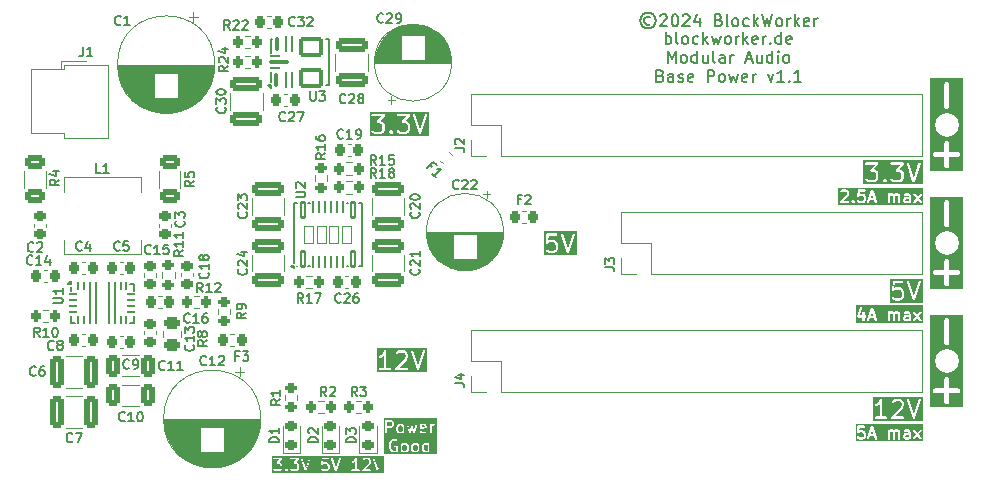
<source format=gbr>
%TF.GenerationSoftware,KiCad,Pcbnew,8.0.5*%
%TF.CreationDate,2024-12-13T17:50:09+01:00*%
%TF.ProjectId,BasePower,42617365-506f-4776-9572-2e6b69636164,rev?*%
%TF.SameCoordinates,Original*%
%TF.FileFunction,Legend,Top*%
%TF.FilePolarity,Positive*%
%FSLAX46Y46*%
G04 Gerber Fmt 4.6, Leading zero omitted, Abs format (unit mm)*
G04 Created by KiCad (PCBNEW 8.0.5) date 2024-12-13 17:50:09*
%MOMM*%
%LPD*%
G01*
G04 APERTURE LIST*
G04 Aperture macros list*
%AMRoundRect*
0 Rectangle with rounded corners*
0 $1 Rounding radius*
0 $2 $3 $4 $5 $6 $7 $8 $9 X,Y pos of 4 corners*
0 Add a 4 corners polygon primitive as box body*
4,1,4,$2,$3,$4,$5,$6,$7,$8,$9,$2,$3,0*
0 Add four circle primitives for the rounded corners*
1,1,$1+$1,$2,$3*
1,1,$1+$1,$4,$5*
1,1,$1+$1,$6,$7*
1,1,$1+$1,$8,$9*
0 Add four rect primitives between the rounded corners*
20,1,$1+$1,$2,$3,$4,$5,0*
20,1,$1+$1,$4,$5,$6,$7,0*
20,1,$1+$1,$6,$7,$8,$9,0*
20,1,$1+$1,$8,$9,$2,$3,0*%
%AMFreePoly0*
4,1,29,1.175000,0.125000,1.750000,0.125000,1.769134,0.121194,1.785355,0.110355,1.796194,0.094134,1.800000,0.075000,1.800000,-0.075000,1.796194,-0.094134,1.785355,-0.110355,1.769134,-0.121194,1.750000,-0.125000,1.175000,-0.125000,1.175000,-0.165000,-1.175000,-0.165000,-1.175000,-0.125000,-1.750000,-0.125000,-1.769134,-0.121194,-1.785355,-0.110355,-1.796194,-0.094134,-1.800000,-0.075000,
-1.800000,0.075000,-1.796194,0.094134,-1.785355,0.110355,-1.769134,0.121194,-1.750000,0.125000,-1.175000,0.125000,-1.175000,0.165000,1.175000,0.165000,1.175000,0.125000,1.175000,0.125000,$1*%
G04 Aperture macros list end*
%ADD10C,0.200000*%
%ADD11C,0.400000*%
%ADD12C,0.150000*%
%ADD13C,0.120000*%
%ADD14C,0.000000*%
%ADD15RoundRect,0.218750X-0.218750X-0.256250X0.218750X-0.256250X0.218750X0.256250X-0.218750X0.256250X0*%
%ADD16RoundRect,0.218750X-0.335876X-0.026517X-0.026517X-0.335876X0.335876X0.026517X0.026517X0.335876X0*%
%ADD17RoundRect,0.250000X-1.100000X0.325000X-1.100000X-0.325000X1.100000X-0.325000X1.100000X0.325000X0*%
%ADD18C,2.000000*%
%ADD19R,1.700000X1.700000*%
%ADD20O,1.700000X1.700000*%
%ADD21RoundRect,0.250000X-0.325000X-1.100000X0.325000X-1.100000X0.325000X1.100000X-0.325000X1.100000X0*%
%ADD22RoundRect,0.218750X0.256250X-0.218750X0.256250X0.218750X-0.256250X0.218750X-0.256250X-0.218750X0*%
%ADD23RoundRect,0.250000X-0.625000X0.312500X-0.625000X-0.312500X0.625000X-0.312500X0.625000X0.312500X0*%
%ADD24RoundRect,0.225000X0.225000X0.250000X-0.225000X0.250000X-0.225000X-0.250000X0.225000X-0.250000X0*%
%ADD25RoundRect,0.200000X-0.200000X-0.275000X0.200000X-0.275000X0.200000X0.275000X-0.200000X0.275000X0*%
%ADD26RoundRect,0.200000X0.200000X0.275000X-0.200000X0.275000X-0.200000X-0.275000X0.200000X-0.275000X0*%
%ADD27R,1.600000X1.600000*%
%ADD28C,1.600000*%
%ADD29RoundRect,0.225000X-0.225000X-0.250000X0.225000X-0.250000X0.225000X0.250000X-0.225000X0.250000X0*%
%ADD30RoundRect,0.225000X-0.250000X0.225000X-0.250000X-0.225000X0.250000X-0.225000X0.250000X0.225000X0*%
%ADD31RoundRect,0.100000X0.150000X-0.650000X0.150000X0.650000X-0.150000X0.650000X-0.150000X-0.650000X0*%
%ADD32RoundRect,0.050000X0.075000X-0.450000X0.075000X0.450000X-0.075000X0.450000X-0.075000X-0.450000X0*%
%ADD33RoundRect,0.043750X0.393750X-0.746250X0.393750X0.746250X-0.393750X0.746250X-0.393750X-0.746250X0*%
%ADD34RoundRect,0.250000X0.325000X0.650000X-0.325000X0.650000X-0.325000X-0.650000X0.325000X-0.650000X0*%
%ADD35RoundRect,0.250000X1.100000X-0.325000X1.100000X0.325000X-1.100000X0.325000X-1.100000X-0.325000X0*%
%ADD36RoundRect,0.200000X0.275000X-0.200000X0.275000X0.200000X-0.275000X0.200000X-0.275000X-0.200000X0*%
%ADD37R,2.413000X3.429000*%
%ADD38C,1.300000*%
%ADD39C,1.800000*%
%ADD40RoundRect,0.225000X0.250000X-0.225000X0.250000X0.225000X-0.250000X0.225000X-0.250000X-0.225000X0*%
%ADD41RoundRect,0.250000X0.450000X-0.262500X0.450000X0.262500X-0.450000X0.262500X-0.450000X-0.262500X0*%
%ADD42RoundRect,0.092500X0.092500X-0.520000X0.092500X0.520000X-0.092500X0.520000X-0.092500X-0.520000X0*%
%ADD43RoundRect,0.062500X0.062500X-0.587500X0.062500X0.587500X-0.062500X0.587500X-0.062500X-0.587500X0*%
%ADD44RoundRect,0.170000X0.855000X-0.680000X0.855000X0.680000X-0.855000X0.680000X-0.855000X-0.680000X0*%
%ADD45RoundRect,0.062500X0.387500X-0.062500X0.387500X0.062500X-0.387500X0.062500X-0.387500X-0.062500X0*%
%ADD46RoundRect,0.075000X0.735000X-0.075000X0.735000X0.075000X-0.735000X0.075000X-0.735000X-0.075000X0*%
%ADD47RoundRect,0.050000X-0.300000X-0.075000X0.300000X-0.075000X0.300000X0.075000X-0.300000X0.075000X0*%
%ADD48RoundRect,0.050000X0.075000X-0.325000X0.075000X0.325000X-0.075000X0.325000X-0.075000X-0.325000X0*%
%ADD49RoundRect,0.050000X0.075000X-0.300000X0.075000X0.300000X-0.075000X0.300000X-0.075000X-0.300000X0*%
%ADD50RoundRect,0.050000X0.075000X-1.750000X0.075000X1.750000X-0.075000X1.750000X-0.075000X-1.750000X0*%
%ADD51FreePoly0,90.000000*%
%ADD52RoundRect,0.200000X-0.275000X0.200000X-0.275000X-0.200000X0.275000X-0.200000X0.275000X0.200000X0*%
G04 APERTURE END LIST*
D10*
G36*
X185061904Y-116442796D02*
G01*
X185043059Y-116452219D01*
X184852178Y-116452219D01*
X184807868Y-116430064D01*
X184785714Y-116385754D01*
X184785714Y-116337730D01*
X184807869Y-116293420D01*
X184852178Y-116271266D01*
X185061904Y-116271266D01*
X185061904Y-116442796D01*
G37*
G36*
X182070781Y-116166504D02*
G01*
X181872076Y-116166504D01*
X181971428Y-115868446D01*
X182070781Y-116166504D01*
G37*
G36*
X186277481Y-116763330D02*
G01*
X180570308Y-116763330D01*
X180570308Y-116038062D01*
X180681419Y-116038062D01*
X180682873Y-116042880D01*
X180682873Y-116047918D01*
X180688469Y-116061427D01*
X180692690Y-116075417D01*
X180695877Y-116079313D01*
X180697805Y-116083966D01*
X180708141Y-116094302D01*
X180717397Y-116105615D01*
X180721834Y-116107995D01*
X180725395Y-116111556D01*
X180738900Y-116117150D01*
X180751781Y-116124060D01*
X180756790Y-116124560D01*
X180761443Y-116126488D01*
X180776064Y-116126488D01*
X180790605Y-116127942D01*
X180795424Y-116126488D01*
X180800461Y-116126488D01*
X180813970Y-116120891D01*
X180827960Y-116116671D01*
X180831856Y-116113483D01*
X180836509Y-116111556D01*
X180851663Y-116099120D01*
X180887806Y-116062975D01*
X180947416Y-116033171D01*
X181138297Y-116033171D01*
X181197906Y-116062976D01*
X181222575Y-116087644D01*
X181252380Y-116147254D01*
X181252380Y-116338135D01*
X181222575Y-116397743D01*
X181197906Y-116422413D01*
X181138297Y-116452219D01*
X180947416Y-116452219D01*
X180887806Y-116422414D01*
X180851663Y-116386270D01*
X180836510Y-116373833D01*
X180800462Y-116358902D01*
X180761444Y-116358901D01*
X180725395Y-116373832D01*
X180697805Y-116401422D01*
X180682874Y-116437470D01*
X180682873Y-116476488D01*
X180697804Y-116512537D01*
X180710241Y-116527690D01*
X180757859Y-116575310D01*
X180765527Y-116581603D01*
X180767259Y-116583600D01*
X180770267Y-116585493D01*
X180773013Y-116587747D01*
X180775453Y-116588757D01*
X180783850Y-116594043D01*
X180879087Y-116641662D01*
X180897396Y-116648668D01*
X180900979Y-116648922D01*
X180904300Y-116650298D01*
X180923809Y-116652219D01*
X181161904Y-116652219D01*
X181181413Y-116650298D01*
X181184733Y-116648922D01*
X181188317Y-116648668D01*
X181206625Y-116641662D01*
X181301863Y-116594043D01*
X181310258Y-116588758D01*
X181312700Y-116587747D01*
X181315447Y-116585491D01*
X181318453Y-116583600D01*
X181320183Y-116581605D01*
X181327853Y-116575310D01*
X181363450Y-116539712D01*
X181538880Y-116539712D01*
X181541646Y-116578632D01*
X181559096Y-116613531D01*
X181588572Y-116639096D01*
X181625588Y-116651434D01*
X181664508Y-116648668D01*
X181699407Y-116631218D01*
X181724972Y-116601742D01*
X181732963Y-116583842D01*
X181805409Y-116366504D01*
X182137447Y-116366504D01*
X182209893Y-116583841D01*
X182217884Y-116601742D01*
X182243449Y-116631218D01*
X182278348Y-116648667D01*
X182317268Y-116651434D01*
X182354284Y-116639095D01*
X182383760Y-116613530D01*
X182401210Y-116578631D01*
X182403976Y-116539711D01*
X182399629Y-116520596D01*
X182187948Y-115885552D01*
X183300000Y-115885552D01*
X183300000Y-116552219D01*
X183301921Y-116571728D01*
X183316853Y-116607776D01*
X183344443Y-116635366D01*
X183380491Y-116650298D01*
X183419509Y-116650298D01*
X183455557Y-116635366D01*
X183483147Y-116607776D01*
X183498079Y-116571728D01*
X183500000Y-116552219D01*
X183500000Y-116022211D01*
X183506854Y-116015356D01*
X183566464Y-115985552D01*
X183662107Y-115985552D01*
X183706416Y-116007707D01*
X183728571Y-116052016D01*
X183728571Y-116552219D01*
X183730492Y-116571728D01*
X183745424Y-116607776D01*
X183773014Y-116635366D01*
X183809062Y-116650298D01*
X183848080Y-116650298D01*
X183884128Y-116635366D01*
X183911718Y-116607776D01*
X183926650Y-116571728D01*
X183928571Y-116552219D01*
X183928571Y-116052016D01*
X183950726Y-116007706D01*
X183995035Y-115985552D01*
X184090678Y-115985552D01*
X184134988Y-116007706D01*
X184157143Y-116052016D01*
X184157143Y-116552219D01*
X184159064Y-116571728D01*
X184173996Y-116607776D01*
X184201586Y-116635366D01*
X184237634Y-116650298D01*
X184276652Y-116650298D01*
X184312700Y-116635366D01*
X184340290Y-116607776D01*
X184355222Y-116571728D01*
X184357143Y-116552219D01*
X184357143Y-116314123D01*
X184585714Y-116314123D01*
X184585714Y-116409361D01*
X184587635Y-116428870D01*
X184589010Y-116432190D01*
X184589265Y-116435773D01*
X184596271Y-116454082D01*
X184643890Y-116549321D01*
X184645943Y-116552584D01*
X184646457Y-116554123D01*
X184648119Y-116556039D01*
X184654333Y-116565911D01*
X184663804Y-116574125D01*
X184672021Y-116583600D01*
X184681891Y-116589812D01*
X184683809Y-116591476D01*
X184685349Y-116591989D01*
X184688612Y-116594043D01*
X184783849Y-116641662D01*
X184802158Y-116648668D01*
X184805741Y-116648922D01*
X184809062Y-116650298D01*
X184828571Y-116652219D01*
X185066666Y-116652219D01*
X185086175Y-116650298D01*
X185089495Y-116648922D01*
X185093079Y-116648668D01*
X185111387Y-116641662D01*
X185115990Y-116639360D01*
X185142395Y-116650298D01*
X185181413Y-116650298D01*
X185217461Y-116635366D01*
X185245051Y-116607776D01*
X185259983Y-116571728D01*
X185261904Y-116552219D01*
X185261904Y-116028409D01*
X185259983Y-116008900D01*
X185258607Y-116005579D01*
X185258353Y-116001996D01*
X185251347Y-115983687D01*
X185206121Y-115893236D01*
X185443153Y-115893236D01*
X185453683Y-115930807D01*
X185464225Y-115947334D01*
X185677586Y-116218885D01*
X185464225Y-116490437D01*
X185453683Y-116506964D01*
X185443153Y-116544535D01*
X185447802Y-116583275D01*
X185466921Y-116617287D01*
X185497602Y-116641393D01*
X185535173Y-116651923D01*
X185573913Y-116647274D01*
X185607925Y-116628155D01*
X185621489Y-116614001D01*
X185804761Y-116380744D01*
X185988034Y-116614001D01*
X186001598Y-116628155D01*
X186035610Y-116647274D01*
X186074350Y-116651923D01*
X186111921Y-116641393D01*
X186142602Y-116617287D01*
X186161721Y-116583275D01*
X186166370Y-116544535D01*
X186155840Y-116506964D01*
X186145298Y-116490437D01*
X185931936Y-116218885D01*
X186145298Y-115947334D01*
X186155840Y-115930807D01*
X186166370Y-115893236D01*
X186161721Y-115854496D01*
X186142602Y-115820484D01*
X186111921Y-115796378D01*
X186074350Y-115785848D01*
X186035610Y-115790497D01*
X186001598Y-115809616D01*
X185988034Y-115823770D01*
X185804761Y-116057026D01*
X185621489Y-115823770D01*
X185607925Y-115809616D01*
X185573913Y-115790497D01*
X185535173Y-115785848D01*
X185497602Y-115796378D01*
X185466921Y-115820484D01*
X185447802Y-115854496D01*
X185443153Y-115893236D01*
X185206121Y-115893236D01*
X185203728Y-115888450D01*
X185201673Y-115885186D01*
X185201161Y-115883648D01*
X185199499Y-115881732D01*
X185193285Y-115871859D01*
X185183809Y-115863641D01*
X185175596Y-115854171D01*
X185165724Y-115847957D01*
X185163808Y-115846295D01*
X185162269Y-115845781D01*
X185159006Y-115843728D01*
X185063768Y-115796109D01*
X185045460Y-115789103D01*
X185041876Y-115788848D01*
X185038556Y-115787473D01*
X185019047Y-115785552D01*
X184828571Y-115785552D01*
X184809062Y-115787473D01*
X184805741Y-115788848D01*
X184802158Y-115789103D01*
X184783849Y-115796109D01*
X184688612Y-115843728D01*
X184672021Y-115854171D01*
X184646457Y-115883648D01*
X184634118Y-115920664D01*
X184636884Y-115959584D01*
X184654333Y-115994483D01*
X184683810Y-116020047D01*
X184720826Y-116032386D01*
X184759746Y-116029620D01*
X184778054Y-116022614D01*
X184852178Y-115985552D01*
X184995440Y-115985552D01*
X185039749Y-116007707D01*
X185061904Y-116052016D01*
X185061904Y-116061843D01*
X185043059Y-116071266D01*
X184828571Y-116071266D01*
X184809062Y-116073187D01*
X184805741Y-116074562D01*
X184802158Y-116074817D01*
X184783849Y-116081823D01*
X184688612Y-116129442D01*
X184685348Y-116131496D01*
X184683810Y-116132009D01*
X184681894Y-116133670D01*
X184672021Y-116139885D01*
X184663803Y-116149360D01*
X184654333Y-116157574D01*
X184648119Y-116167445D01*
X184646457Y-116169362D01*
X184645943Y-116170900D01*
X184643890Y-116174164D01*
X184596271Y-116269402D01*
X184589265Y-116287710D01*
X184589010Y-116291293D01*
X184587635Y-116294614D01*
X184585714Y-116314123D01*
X184357143Y-116314123D01*
X184357143Y-116028409D01*
X184355222Y-116008900D01*
X184353846Y-116005579D01*
X184353592Y-116001996D01*
X184346586Y-115983687D01*
X184298967Y-115888450D01*
X184296913Y-115885187D01*
X184296400Y-115883647D01*
X184294736Y-115881729D01*
X184288524Y-115871859D01*
X184279049Y-115863642D01*
X184270835Y-115854171D01*
X184260963Y-115847957D01*
X184259047Y-115846295D01*
X184257508Y-115845781D01*
X184254245Y-115843728D01*
X184159006Y-115796109D01*
X184140697Y-115789103D01*
X184137114Y-115788848D01*
X184133794Y-115787473D01*
X184114285Y-115785552D01*
X183971428Y-115785552D01*
X183951919Y-115787473D01*
X183948598Y-115788848D01*
X183945015Y-115789103D01*
X183926706Y-115796109D01*
X183831469Y-115843728D01*
X183828570Y-115845552D01*
X183825673Y-115843728D01*
X183730435Y-115796109D01*
X183712127Y-115789103D01*
X183708543Y-115788848D01*
X183705223Y-115787473D01*
X183685714Y-115785552D01*
X183542857Y-115785552D01*
X183523348Y-115787473D01*
X183520027Y-115788848D01*
X183516444Y-115789103D01*
X183498135Y-115796109D01*
X183465552Y-115812400D01*
X183455557Y-115802405D01*
X183419509Y-115787473D01*
X183380491Y-115787473D01*
X183344443Y-115802405D01*
X183316853Y-115829995D01*
X183301921Y-115866043D01*
X183300000Y-115885552D01*
X182187948Y-115885552D01*
X182066296Y-115520596D01*
X182058305Y-115502696D01*
X182053620Y-115497294D01*
X182050427Y-115490908D01*
X182040958Y-115482695D01*
X182032740Y-115473220D01*
X182026348Y-115470023D01*
X182020951Y-115465343D01*
X182009057Y-115461378D01*
X181997841Y-115455770D01*
X181990713Y-115455263D01*
X181983935Y-115453004D01*
X181971430Y-115453893D01*
X181958921Y-115453004D01*
X181952139Y-115455264D01*
X181945015Y-115455771D01*
X181933806Y-115461374D01*
X181921905Y-115465342D01*
X181916504Y-115470025D01*
X181910116Y-115473220D01*
X181901900Y-115482691D01*
X181892429Y-115490907D01*
X181889234Y-115497296D01*
X181884551Y-115502696D01*
X181876560Y-115520597D01*
X181543227Y-116520596D01*
X181538880Y-116539712D01*
X181363450Y-116539712D01*
X181375472Y-116527690D01*
X181381764Y-116520023D01*
X181383761Y-116518292D01*
X181385654Y-116515284D01*
X181387909Y-116512537D01*
X181388920Y-116510095D01*
X181394204Y-116501701D01*
X181441823Y-116406464D01*
X181448829Y-116388155D01*
X181449083Y-116384571D01*
X181450459Y-116381251D01*
X181452380Y-116361742D01*
X181452380Y-116123647D01*
X181450459Y-116104138D01*
X181449083Y-116100817D01*
X181448829Y-116097234D01*
X181441823Y-116078925D01*
X181394204Y-115983688D01*
X181388918Y-115975291D01*
X181387908Y-115972851D01*
X181385654Y-115970105D01*
X181383761Y-115967097D01*
X181381763Y-115965364D01*
X181375471Y-115957698D01*
X181327853Y-115910079D01*
X181320182Y-115903784D01*
X181318453Y-115901790D01*
X181315445Y-115899896D01*
X181312699Y-115897643D01*
X181310259Y-115896632D01*
X181301863Y-115891347D01*
X181206625Y-115843728D01*
X181188317Y-115836722D01*
X181184733Y-115836467D01*
X181181413Y-115835092D01*
X181161904Y-115833171D01*
X180923809Y-115833171D01*
X180904300Y-115835092D01*
X180900979Y-115836467D01*
X180900642Y-115836491D01*
X180919070Y-115652219D01*
X181304761Y-115652219D01*
X181324270Y-115650298D01*
X181360318Y-115635366D01*
X181387908Y-115607776D01*
X181402840Y-115571728D01*
X181402840Y-115532710D01*
X181387908Y-115496662D01*
X181360318Y-115469072D01*
X181324270Y-115454140D01*
X181304761Y-115452219D01*
X180828571Y-115452219D01*
X180821354Y-115452929D01*
X180818918Y-115452686D01*
X180816539Y-115453403D01*
X180809062Y-115454140D01*
X180795552Y-115459736D01*
X180781563Y-115463957D01*
X180777666Y-115467144D01*
X180773014Y-115469072D01*
X180762677Y-115479408D01*
X180751365Y-115488664D01*
X180748984Y-115493101D01*
X180745424Y-115496662D01*
X180739829Y-115510167D01*
X180732920Y-115523048D01*
X180731443Y-115530412D01*
X180730492Y-115532710D01*
X180730492Y-115535160D01*
X180729067Y-115542269D01*
X180681448Y-116018459D01*
X180681419Y-116038062D01*
X180570308Y-116038062D01*
X180570308Y-115341108D01*
X186277481Y-115341108D01*
X186277481Y-116763330D01*
G37*
G36*
X185061904Y-106442796D02*
G01*
X185043059Y-106452219D01*
X184852178Y-106452219D01*
X184807868Y-106430064D01*
X184785714Y-106385754D01*
X184785714Y-106337730D01*
X184807869Y-106293420D01*
X184852178Y-106271266D01*
X185061904Y-106271266D01*
X185061904Y-106442796D01*
G37*
G36*
X182070781Y-106166504D02*
G01*
X181872076Y-106166504D01*
X181971428Y-105868446D01*
X182070781Y-106166504D01*
G37*
G36*
X186277481Y-106763330D02*
G01*
X180570626Y-106763330D01*
X180570626Y-106206378D01*
X180681737Y-106206378D01*
X180682873Y-106222362D01*
X180682873Y-106238394D01*
X180684248Y-106241714D01*
X180684503Y-106245298D01*
X180691670Y-106259633D01*
X180697805Y-106274442D01*
X180700345Y-106276982D01*
X180701953Y-106280197D01*
X180714064Y-106290701D01*
X180725395Y-106302032D01*
X180728713Y-106303406D01*
X180731429Y-106305762D01*
X180746638Y-106310831D01*
X180761443Y-106316964D01*
X180766543Y-106317466D01*
X180768445Y-106318100D01*
X180771078Y-106317912D01*
X180780952Y-106318885D01*
X181157142Y-106318885D01*
X181157142Y-106552219D01*
X181159063Y-106571728D01*
X181173995Y-106607776D01*
X181201585Y-106635366D01*
X181237633Y-106650298D01*
X181276651Y-106650298D01*
X181312699Y-106635366D01*
X181340289Y-106607776D01*
X181355221Y-106571728D01*
X181357142Y-106552219D01*
X181357142Y-106539712D01*
X181538880Y-106539712D01*
X181541646Y-106578632D01*
X181559096Y-106613531D01*
X181588572Y-106639096D01*
X181625588Y-106651434D01*
X181664508Y-106648668D01*
X181699407Y-106631218D01*
X181724972Y-106601742D01*
X181732963Y-106583842D01*
X181805409Y-106366504D01*
X182137447Y-106366504D01*
X182209893Y-106583841D01*
X182217884Y-106601742D01*
X182243449Y-106631218D01*
X182278348Y-106648667D01*
X182317268Y-106651434D01*
X182354284Y-106639095D01*
X182383760Y-106613530D01*
X182401210Y-106578631D01*
X182403976Y-106539711D01*
X182399629Y-106520596D01*
X182187948Y-105885552D01*
X183300000Y-105885552D01*
X183300000Y-106552219D01*
X183301921Y-106571728D01*
X183316853Y-106607776D01*
X183344443Y-106635366D01*
X183380491Y-106650298D01*
X183419509Y-106650298D01*
X183455557Y-106635366D01*
X183483147Y-106607776D01*
X183498079Y-106571728D01*
X183500000Y-106552219D01*
X183500000Y-106022211D01*
X183506854Y-106015356D01*
X183566464Y-105985552D01*
X183662107Y-105985552D01*
X183706416Y-106007707D01*
X183728571Y-106052016D01*
X183728571Y-106552219D01*
X183730492Y-106571728D01*
X183745424Y-106607776D01*
X183773014Y-106635366D01*
X183809062Y-106650298D01*
X183848080Y-106650298D01*
X183884128Y-106635366D01*
X183911718Y-106607776D01*
X183926650Y-106571728D01*
X183928571Y-106552219D01*
X183928571Y-106052016D01*
X183950726Y-106007706D01*
X183995035Y-105985552D01*
X184090678Y-105985552D01*
X184134988Y-106007706D01*
X184157143Y-106052016D01*
X184157143Y-106552219D01*
X184159064Y-106571728D01*
X184173996Y-106607776D01*
X184201586Y-106635366D01*
X184237634Y-106650298D01*
X184276652Y-106650298D01*
X184312700Y-106635366D01*
X184340290Y-106607776D01*
X184355222Y-106571728D01*
X184357143Y-106552219D01*
X184357143Y-106314123D01*
X184585714Y-106314123D01*
X184585714Y-106409361D01*
X184587635Y-106428870D01*
X184589010Y-106432190D01*
X184589265Y-106435773D01*
X184596271Y-106454082D01*
X184643890Y-106549321D01*
X184645943Y-106552584D01*
X184646457Y-106554123D01*
X184648119Y-106556039D01*
X184654333Y-106565911D01*
X184663804Y-106574125D01*
X184672021Y-106583600D01*
X184681891Y-106589812D01*
X184683809Y-106591476D01*
X184685349Y-106591989D01*
X184688612Y-106594043D01*
X184783849Y-106641662D01*
X184802158Y-106648668D01*
X184805741Y-106648922D01*
X184809062Y-106650298D01*
X184828571Y-106652219D01*
X185066666Y-106652219D01*
X185086175Y-106650298D01*
X185089495Y-106648922D01*
X185093079Y-106648668D01*
X185111387Y-106641662D01*
X185115990Y-106639360D01*
X185142395Y-106650298D01*
X185181413Y-106650298D01*
X185217461Y-106635366D01*
X185245051Y-106607776D01*
X185259983Y-106571728D01*
X185261904Y-106552219D01*
X185261904Y-106028409D01*
X185259983Y-106008900D01*
X185258607Y-106005579D01*
X185258353Y-106001996D01*
X185251347Y-105983687D01*
X185206121Y-105893236D01*
X185443153Y-105893236D01*
X185453683Y-105930807D01*
X185464225Y-105947334D01*
X185677586Y-106218885D01*
X185464225Y-106490437D01*
X185453683Y-106506964D01*
X185443153Y-106544535D01*
X185447802Y-106583275D01*
X185466921Y-106617287D01*
X185497602Y-106641393D01*
X185535173Y-106651923D01*
X185573913Y-106647274D01*
X185607925Y-106628155D01*
X185621489Y-106614001D01*
X185804761Y-106380744D01*
X185988034Y-106614001D01*
X186001598Y-106628155D01*
X186035610Y-106647274D01*
X186074350Y-106651923D01*
X186111921Y-106641393D01*
X186142602Y-106617287D01*
X186161721Y-106583275D01*
X186166370Y-106544535D01*
X186155840Y-106506964D01*
X186145298Y-106490437D01*
X185931936Y-106218885D01*
X186145298Y-105947334D01*
X186155840Y-105930807D01*
X186166370Y-105893236D01*
X186161721Y-105854496D01*
X186142602Y-105820484D01*
X186111921Y-105796378D01*
X186074350Y-105785848D01*
X186035610Y-105790497D01*
X186001598Y-105809616D01*
X185988034Y-105823770D01*
X185804761Y-106057026D01*
X185621489Y-105823770D01*
X185607925Y-105809616D01*
X185573913Y-105790497D01*
X185535173Y-105785848D01*
X185497602Y-105796378D01*
X185466921Y-105820484D01*
X185447802Y-105854496D01*
X185443153Y-105893236D01*
X185206121Y-105893236D01*
X185203728Y-105888450D01*
X185201673Y-105885186D01*
X185201161Y-105883648D01*
X185199499Y-105881732D01*
X185193285Y-105871859D01*
X185183809Y-105863641D01*
X185175596Y-105854171D01*
X185165724Y-105847957D01*
X185163808Y-105846295D01*
X185162269Y-105845781D01*
X185159006Y-105843728D01*
X185063768Y-105796109D01*
X185045460Y-105789103D01*
X185041876Y-105788848D01*
X185038556Y-105787473D01*
X185019047Y-105785552D01*
X184828571Y-105785552D01*
X184809062Y-105787473D01*
X184805741Y-105788848D01*
X184802158Y-105789103D01*
X184783849Y-105796109D01*
X184688612Y-105843728D01*
X184672021Y-105854171D01*
X184646457Y-105883648D01*
X184634118Y-105920664D01*
X184636884Y-105959584D01*
X184654333Y-105994483D01*
X184683810Y-106020047D01*
X184720826Y-106032386D01*
X184759746Y-106029620D01*
X184778054Y-106022614D01*
X184852178Y-105985552D01*
X184995440Y-105985552D01*
X185039749Y-106007707D01*
X185061904Y-106052016D01*
X185061904Y-106061843D01*
X185043059Y-106071266D01*
X184828571Y-106071266D01*
X184809062Y-106073187D01*
X184805741Y-106074562D01*
X184802158Y-106074817D01*
X184783849Y-106081823D01*
X184688612Y-106129442D01*
X184685348Y-106131496D01*
X184683810Y-106132009D01*
X184681894Y-106133670D01*
X184672021Y-106139885D01*
X184663803Y-106149360D01*
X184654333Y-106157574D01*
X184648119Y-106167445D01*
X184646457Y-106169362D01*
X184645943Y-106170900D01*
X184643890Y-106174164D01*
X184596271Y-106269402D01*
X184589265Y-106287710D01*
X184589010Y-106291293D01*
X184587635Y-106294614D01*
X184585714Y-106314123D01*
X184357143Y-106314123D01*
X184357143Y-106028409D01*
X184355222Y-106008900D01*
X184353846Y-106005579D01*
X184353592Y-106001996D01*
X184346586Y-105983687D01*
X184298967Y-105888450D01*
X184296913Y-105885187D01*
X184296400Y-105883647D01*
X184294736Y-105881729D01*
X184288524Y-105871859D01*
X184279049Y-105863642D01*
X184270835Y-105854171D01*
X184260963Y-105847957D01*
X184259047Y-105846295D01*
X184257508Y-105845781D01*
X184254245Y-105843728D01*
X184159006Y-105796109D01*
X184140697Y-105789103D01*
X184137114Y-105788848D01*
X184133794Y-105787473D01*
X184114285Y-105785552D01*
X183971428Y-105785552D01*
X183951919Y-105787473D01*
X183948598Y-105788848D01*
X183945015Y-105789103D01*
X183926706Y-105796109D01*
X183831469Y-105843728D01*
X183828570Y-105845552D01*
X183825673Y-105843728D01*
X183730435Y-105796109D01*
X183712127Y-105789103D01*
X183708543Y-105788848D01*
X183705223Y-105787473D01*
X183685714Y-105785552D01*
X183542857Y-105785552D01*
X183523348Y-105787473D01*
X183520027Y-105788848D01*
X183516444Y-105789103D01*
X183498135Y-105796109D01*
X183465552Y-105812400D01*
X183455557Y-105802405D01*
X183419509Y-105787473D01*
X183380491Y-105787473D01*
X183344443Y-105802405D01*
X183316853Y-105829995D01*
X183301921Y-105866043D01*
X183300000Y-105885552D01*
X182187948Y-105885552D01*
X182066296Y-105520596D01*
X182058305Y-105502696D01*
X182053620Y-105497294D01*
X182050427Y-105490908D01*
X182040958Y-105482695D01*
X182032740Y-105473220D01*
X182026348Y-105470023D01*
X182020951Y-105465343D01*
X182009057Y-105461378D01*
X181997841Y-105455770D01*
X181990713Y-105455263D01*
X181983935Y-105453004D01*
X181971430Y-105453893D01*
X181958921Y-105453004D01*
X181952139Y-105455264D01*
X181945015Y-105455771D01*
X181933806Y-105461374D01*
X181921905Y-105465342D01*
X181916504Y-105470025D01*
X181910116Y-105473220D01*
X181901900Y-105482691D01*
X181892429Y-105490907D01*
X181889234Y-105497296D01*
X181884551Y-105502696D01*
X181876560Y-105520597D01*
X181543227Y-106520596D01*
X181538880Y-106539712D01*
X181357142Y-106539712D01*
X181357142Y-106318885D01*
X181399999Y-106318885D01*
X181419508Y-106316964D01*
X181455556Y-106302032D01*
X181483146Y-106274442D01*
X181498078Y-106238394D01*
X181498078Y-106199376D01*
X181483146Y-106163328D01*
X181455556Y-106135738D01*
X181419508Y-106120806D01*
X181399999Y-106118885D01*
X181357142Y-106118885D01*
X181357142Y-105885552D01*
X181355221Y-105866043D01*
X181340289Y-105829995D01*
X181312699Y-105802405D01*
X181276651Y-105787473D01*
X181237633Y-105787473D01*
X181201585Y-105802405D01*
X181173995Y-105829995D01*
X181159063Y-105866043D01*
X181157142Y-105885552D01*
X181157142Y-106118885D01*
X180919694Y-106118885D01*
X181113915Y-105536223D01*
X181118262Y-105517108D01*
X181115496Y-105478188D01*
X181098046Y-105443289D01*
X181068570Y-105417724D01*
X181031554Y-105405385D01*
X180992634Y-105408152D01*
X180957735Y-105425601D01*
X180932170Y-105455077D01*
X180924179Y-105472978D01*
X180686084Y-106187262D01*
X180683884Y-106196933D01*
X180682873Y-106199376D01*
X180682873Y-106201382D01*
X180681737Y-106206378D01*
X180570626Y-106206378D01*
X180570626Y-105294274D01*
X186277481Y-105294274D01*
X186277481Y-106763330D01*
G37*
G36*
X185076190Y-96442796D02*
G01*
X185057345Y-96452219D01*
X184866464Y-96452219D01*
X184822154Y-96430064D01*
X184800000Y-96385754D01*
X184800000Y-96337730D01*
X184822155Y-96293420D01*
X184866464Y-96271266D01*
X185076190Y-96271266D01*
X185076190Y-96442796D01*
G37*
G36*
X182085067Y-96166504D02*
G01*
X181886362Y-96166504D01*
X181985714Y-95868446D01*
X182085067Y-96166504D01*
G37*
G36*
X186291767Y-96763330D02*
G01*
X179109858Y-96763330D01*
X179109858Y-96532710D01*
X179220969Y-96532710D01*
X179220969Y-96571728D01*
X179235901Y-96607776D01*
X179263491Y-96635366D01*
X179299539Y-96650298D01*
X179319048Y-96652219D01*
X179938095Y-96652219D01*
X179957604Y-96650298D01*
X179993652Y-96635366D01*
X180021242Y-96607776D01*
X180036174Y-96571728D01*
X180036174Y-96532710D01*
X180021242Y-96496662D01*
X180009671Y-96485091D01*
X180220969Y-96485091D01*
X180220969Y-96524109D01*
X180227432Y-96539711D01*
X180235901Y-96560158D01*
X180235905Y-96560162D01*
X180248337Y-96575311D01*
X180295956Y-96622929D01*
X180311109Y-96635366D01*
X180320112Y-96639095D01*
X180347158Y-96650298D01*
X180386176Y-96650298D01*
X180422224Y-96635366D01*
X180437378Y-96622930D01*
X180484996Y-96575311D01*
X180497433Y-96560158D01*
X180504185Y-96543856D01*
X180512364Y-96524110D01*
X180512365Y-96485092D01*
X180497434Y-96449043D01*
X180484997Y-96433890D01*
X180437378Y-96386270D01*
X180422225Y-96373833D01*
X180400031Y-96364640D01*
X180397631Y-96363646D01*
X180386176Y-96358901D01*
X180347158Y-96358901D01*
X180336600Y-96363274D01*
X180311110Y-96373832D01*
X180311109Y-96373833D01*
X180295955Y-96386270D01*
X180248337Y-96433890D01*
X180235900Y-96449043D01*
X180225887Y-96473219D01*
X180220969Y-96485091D01*
X180009671Y-96485091D01*
X179993652Y-96469072D01*
X179957604Y-96454140D01*
X179938095Y-96452219D01*
X179560470Y-96452219D01*
X179961187Y-96051501D01*
X179972216Y-96038062D01*
X180695705Y-96038062D01*
X180697159Y-96042880D01*
X180697159Y-96047918D01*
X180702755Y-96061427D01*
X180706976Y-96075417D01*
X180710163Y-96079313D01*
X180712091Y-96083966D01*
X180722427Y-96094302D01*
X180731683Y-96105615D01*
X180736120Y-96107995D01*
X180739681Y-96111556D01*
X180753186Y-96117150D01*
X180766067Y-96124060D01*
X180771076Y-96124560D01*
X180775729Y-96126488D01*
X180790350Y-96126488D01*
X180804891Y-96127942D01*
X180809710Y-96126488D01*
X180814747Y-96126488D01*
X180828256Y-96120891D01*
X180842246Y-96116671D01*
X180846142Y-96113483D01*
X180850795Y-96111556D01*
X180865949Y-96099120D01*
X180902092Y-96062975D01*
X180961702Y-96033171D01*
X181152583Y-96033171D01*
X181212192Y-96062976D01*
X181236861Y-96087644D01*
X181266666Y-96147254D01*
X181266666Y-96338135D01*
X181236861Y-96397743D01*
X181212192Y-96422413D01*
X181152583Y-96452219D01*
X180961702Y-96452219D01*
X180902092Y-96422414D01*
X180865949Y-96386270D01*
X180850796Y-96373833D01*
X180814748Y-96358902D01*
X180775730Y-96358901D01*
X180739681Y-96373832D01*
X180712091Y-96401422D01*
X180697160Y-96437470D01*
X180697159Y-96476488D01*
X180712090Y-96512537D01*
X180724527Y-96527690D01*
X180772145Y-96575310D01*
X180779813Y-96581603D01*
X180781545Y-96583600D01*
X180784553Y-96585493D01*
X180787299Y-96587747D01*
X180789739Y-96588757D01*
X180798136Y-96594043D01*
X180893373Y-96641662D01*
X180911682Y-96648668D01*
X180915265Y-96648922D01*
X180918586Y-96650298D01*
X180938095Y-96652219D01*
X181176190Y-96652219D01*
X181195699Y-96650298D01*
X181199019Y-96648922D01*
X181202603Y-96648668D01*
X181220911Y-96641662D01*
X181316149Y-96594043D01*
X181324544Y-96588758D01*
X181326986Y-96587747D01*
X181329733Y-96585491D01*
X181332739Y-96583600D01*
X181334469Y-96581605D01*
X181342139Y-96575310D01*
X181377736Y-96539712D01*
X181553166Y-96539712D01*
X181555932Y-96578632D01*
X181573382Y-96613531D01*
X181602858Y-96639096D01*
X181639874Y-96651434D01*
X181678794Y-96648668D01*
X181713693Y-96631218D01*
X181739258Y-96601742D01*
X181747249Y-96583842D01*
X181819695Y-96366504D01*
X182151733Y-96366504D01*
X182224179Y-96583841D01*
X182232170Y-96601742D01*
X182257735Y-96631218D01*
X182292634Y-96648667D01*
X182331554Y-96651434D01*
X182368570Y-96639095D01*
X182398046Y-96613530D01*
X182415496Y-96578631D01*
X182418262Y-96539711D01*
X182413915Y-96520596D01*
X182202234Y-95885552D01*
X183314286Y-95885552D01*
X183314286Y-96552219D01*
X183316207Y-96571728D01*
X183331139Y-96607776D01*
X183358729Y-96635366D01*
X183394777Y-96650298D01*
X183433795Y-96650298D01*
X183469843Y-96635366D01*
X183497433Y-96607776D01*
X183512365Y-96571728D01*
X183514286Y-96552219D01*
X183514286Y-96022211D01*
X183521140Y-96015356D01*
X183580750Y-95985552D01*
X183676393Y-95985552D01*
X183720702Y-96007707D01*
X183742857Y-96052016D01*
X183742857Y-96552219D01*
X183744778Y-96571728D01*
X183759710Y-96607776D01*
X183787300Y-96635366D01*
X183823348Y-96650298D01*
X183862366Y-96650298D01*
X183898414Y-96635366D01*
X183926004Y-96607776D01*
X183940936Y-96571728D01*
X183942857Y-96552219D01*
X183942857Y-96052016D01*
X183965012Y-96007706D01*
X184009321Y-95985552D01*
X184104964Y-95985552D01*
X184149274Y-96007706D01*
X184171429Y-96052016D01*
X184171429Y-96552219D01*
X184173350Y-96571728D01*
X184188282Y-96607776D01*
X184215872Y-96635366D01*
X184251920Y-96650298D01*
X184290938Y-96650298D01*
X184326986Y-96635366D01*
X184354576Y-96607776D01*
X184369508Y-96571728D01*
X184371429Y-96552219D01*
X184371429Y-96314123D01*
X184600000Y-96314123D01*
X184600000Y-96409361D01*
X184601921Y-96428870D01*
X184603296Y-96432190D01*
X184603551Y-96435773D01*
X184610557Y-96454082D01*
X184658176Y-96549321D01*
X184660229Y-96552584D01*
X184660743Y-96554123D01*
X184662405Y-96556039D01*
X184668619Y-96565911D01*
X184678090Y-96574125D01*
X184686307Y-96583600D01*
X184696177Y-96589812D01*
X184698095Y-96591476D01*
X184699635Y-96591989D01*
X184702898Y-96594043D01*
X184798135Y-96641662D01*
X184816444Y-96648668D01*
X184820027Y-96648922D01*
X184823348Y-96650298D01*
X184842857Y-96652219D01*
X185080952Y-96652219D01*
X185100461Y-96650298D01*
X185103781Y-96648922D01*
X185107365Y-96648668D01*
X185125673Y-96641662D01*
X185130276Y-96639360D01*
X185156681Y-96650298D01*
X185195699Y-96650298D01*
X185231747Y-96635366D01*
X185259337Y-96607776D01*
X185274269Y-96571728D01*
X185276190Y-96552219D01*
X185276190Y-96028409D01*
X185274269Y-96008900D01*
X185272893Y-96005579D01*
X185272639Y-96001996D01*
X185265633Y-95983687D01*
X185220407Y-95893236D01*
X185457439Y-95893236D01*
X185467969Y-95930807D01*
X185478511Y-95947334D01*
X185691872Y-96218885D01*
X185478511Y-96490437D01*
X185467969Y-96506964D01*
X185457439Y-96544535D01*
X185462088Y-96583275D01*
X185481207Y-96617287D01*
X185511888Y-96641393D01*
X185549459Y-96651923D01*
X185588199Y-96647274D01*
X185622211Y-96628155D01*
X185635775Y-96614001D01*
X185819047Y-96380744D01*
X186002320Y-96614001D01*
X186015884Y-96628155D01*
X186049896Y-96647274D01*
X186088636Y-96651923D01*
X186126207Y-96641393D01*
X186156888Y-96617287D01*
X186176007Y-96583275D01*
X186180656Y-96544535D01*
X186170126Y-96506964D01*
X186159584Y-96490437D01*
X185946222Y-96218885D01*
X186159584Y-95947334D01*
X186170126Y-95930807D01*
X186180656Y-95893236D01*
X186176007Y-95854496D01*
X186156888Y-95820484D01*
X186126207Y-95796378D01*
X186088636Y-95785848D01*
X186049896Y-95790497D01*
X186015884Y-95809616D01*
X186002320Y-95823770D01*
X185819047Y-96057026D01*
X185635775Y-95823770D01*
X185622211Y-95809616D01*
X185588199Y-95790497D01*
X185549459Y-95785848D01*
X185511888Y-95796378D01*
X185481207Y-95820484D01*
X185462088Y-95854496D01*
X185457439Y-95893236D01*
X185220407Y-95893236D01*
X185218014Y-95888450D01*
X185215959Y-95885186D01*
X185215447Y-95883648D01*
X185213785Y-95881732D01*
X185207571Y-95871859D01*
X185198095Y-95863641D01*
X185189882Y-95854171D01*
X185180010Y-95847957D01*
X185178094Y-95846295D01*
X185176555Y-95845781D01*
X185173292Y-95843728D01*
X185078054Y-95796109D01*
X185059746Y-95789103D01*
X185056162Y-95788848D01*
X185052842Y-95787473D01*
X185033333Y-95785552D01*
X184842857Y-95785552D01*
X184823348Y-95787473D01*
X184820027Y-95788848D01*
X184816444Y-95789103D01*
X184798135Y-95796109D01*
X184702898Y-95843728D01*
X184686307Y-95854171D01*
X184660743Y-95883648D01*
X184648404Y-95920664D01*
X184651170Y-95959584D01*
X184668619Y-95994483D01*
X184698096Y-96020047D01*
X184735112Y-96032386D01*
X184774032Y-96029620D01*
X184792340Y-96022614D01*
X184866464Y-95985552D01*
X185009726Y-95985552D01*
X185054035Y-96007707D01*
X185076190Y-96052016D01*
X185076190Y-96061843D01*
X185057345Y-96071266D01*
X184842857Y-96071266D01*
X184823348Y-96073187D01*
X184820027Y-96074562D01*
X184816444Y-96074817D01*
X184798135Y-96081823D01*
X184702898Y-96129442D01*
X184699634Y-96131496D01*
X184698096Y-96132009D01*
X184696180Y-96133670D01*
X184686307Y-96139885D01*
X184678089Y-96149360D01*
X184668619Y-96157574D01*
X184662405Y-96167445D01*
X184660743Y-96169362D01*
X184660229Y-96170900D01*
X184658176Y-96174164D01*
X184610557Y-96269402D01*
X184603551Y-96287710D01*
X184603296Y-96291293D01*
X184601921Y-96294614D01*
X184600000Y-96314123D01*
X184371429Y-96314123D01*
X184371429Y-96028409D01*
X184369508Y-96008900D01*
X184368132Y-96005579D01*
X184367878Y-96001996D01*
X184360872Y-95983687D01*
X184313253Y-95888450D01*
X184311199Y-95885187D01*
X184310686Y-95883647D01*
X184309022Y-95881729D01*
X184302810Y-95871859D01*
X184293335Y-95863642D01*
X184285121Y-95854171D01*
X184275249Y-95847957D01*
X184273333Y-95846295D01*
X184271794Y-95845781D01*
X184268531Y-95843728D01*
X184173292Y-95796109D01*
X184154983Y-95789103D01*
X184151400Y-95788848D01*
X184148080Y-95787473D01*
X184128571Y-95785552D01*
X183985714Y-95785552D01*
X183966205Y-95787473D01*
X183962884Y-95788848D01*
X183959301Y-95789103D01*
X183940992Y-95796109D01*
X183845755Y-95843728D01*
X183842856Y-95845552D01*
X183839959Y-95843728D01*
X183744721Y-95796109D01*
X183726413Y-95789103D01*
X183722829Y-95788848D01*
X183719509Y-95787473D01*
X183700000Y-95785552D01*
X183557143Y-95785552D01*
X183537634Y-95787473D01*
X183534313Y-95788848D01*
X183530730Y-95789103D01*
X183512421Y-95796109D01*
X183479838Y-95812400D01*
X183469843Y-95802405D01*
X183433795Y-95787473D01*
X183394777Y-95787473D01*
X183358729Y-95802405D01*
X183331139Y-95829995D01*
X183316207Y-95866043D01*
X183314286Y-95885552D01*
X182202234Y-95885552D01*
X182080582Y-95520596D01*
X182072591Y-95502696D01*
X182067906Y-95497294D01*
X182064713Y-95490908D01*
X182055244Y-95482695D01*
X182047026Y-95473220D01*
X182040634Y-95470023D01*
X182035237Y-95465343D01*
X182023343Y-95461378D01*
X182012127Y-95455770D01*
X182004999Y-95455263D01*
X181998221Y-95453004D01*
X181985716Y-95453893D01*
X181973207Y-95453004D01*
X181966425Y-95455264D01*
X181959301Y-95455771D01*
X181948092Y-95461374D01*
X181936191Y-95465342D01*
X181930790Y-95470025D01*
X181924402Y-95473220D01*
X181916186Y-95482691D01*
X181906715Y-95490907D01*
X181903520Y-95497296D01*
X181898837Y-95502696D01*
X181890846Y-95520597D01*
X181557513Y-96520596D01*
X181553166Y-96539712D01*
X181377736Y-96539712D01*
X181389758Y-96527690D01*
X181396050Y-96520023D01*
X181398047Y-96518292D01*
X181399940Y-96515284D01*
X181402195Y-96512537D01*
X181403206Y-96510095D01*
X181408490Y-96501701D01*
X181456109Y-96406464D01*
X181463115Y-96388155D01*
X181463369Y-96384571D01*
X181464745Y-96381251D01*
X181466666Y-96361742D01*
X181466666Y-96123647D01*
X181464745Y-96104138D01*
X181463369Y-96100817D01*
X181463115Y-96097234D01*
X181456109Y-96078925D01*
X181408490Y-95983688D01*
X181403204Y-95975291D01*
X181402194Y-95972851D01*
X181399940Y-95970105D01*
X181398047Y-95967097D01*
X181396049Y-95965364D01*
X181389757Y-95957698D01*
X181342139Y-95910079D01*
X181334468Y-95903784D01*
X181332739Y-95901790D01*
X181329731Y-95899896D01*
X181326985Y-95897643D01*
X181324545Y-95896632D01*
X181316149Y-95891347D01*
X181220911Y-95843728D01*
X181202603Y-95836722D01*
X181199019Y-95836467D01*
X181195699Y-95835092D01*
X181176190Y-95833171D01*
X180938095Y-95833171D01*
X180918586Y-95835092D01*
X180915265Y-95836467D01*
X180914928Y-95836491D01*
X180933356Y-95652219D01*
X181319047Y-95652219D01*
X181338556Y-95650298D01*
X181374604Y-95635366D01*
X181402194Y-95607776D01*
X181417126Y-95571728D01*
X181417126Y-95532710D01*
X181402194Y-95496662D01*
X181374604Y-95469072D01*
X181338556Y-95454140D01*
X181319047Y-95452219D01*
X180842857Y-95452219D01*
X180835640Y-95452929D01*
X180833204Y-95452686D01*
X180830825Y-95453403D01*
X180823348Y-95454140D01*
X180809838Y-95459736D01*
X180795849Y-95463957D01*
X180791952Y-95467144D01*
X180787300Y-95469072D01*
X180776963Y-95479408D01*
X180765651Y-95488664D01*
X180763270Y-95493101D01*
X180759710Y-95496662D01*
X180754115Y-95510167D01*
X180747206Y-95523048D01*
X180745729Y-95530412D01*
X180744778Y-95532710D01*
X180744778Y-95535160D01*
X180743353Y-95542269D01*
X180695734Y-96018459D01*
X180695705Y-96038062D01*
X179972216Y-96038062D01*
X179973623Y-96036347D01*
X179974997Y-96033028D01*
X179977353Y-96030313D01*
X179985344Y-96012413D01*
X180032963Y-95869556D01*
X180035162Y-95859883D01*
X180036174Y-95857442D01*
X180036522Y-95853904D01*
X180037310Y-95850441D01*
X180037122Y-95847806D01*
X180038095Y-95837933D01*
X180038095Y-95742695D01*
X180036174Y-95723186D01*
X180034798Y-95719865D01*
X180034544Y-95716282D01*
X180027538Y-95697973D01*
X179979919Y-95602736D01*
X179974633Y-95594339D01*
X179973623Y-95591899D01*
X179971369Y-95589153D01*
X179969476Y-95586145D01*
X179967478Y-95584412D01*
X179961186Y-95576746D01*
X179913568Y-95529127D01*
X179905897Y-95522832D01*
X179904168Y-95520838D01*
X179901160Y-95518944D01*
X179898414Y-95516691D01*
X179895974Y-95515680D01*
X179887578Y-95510395D01*
X179792340Y-95462776D01*
X179774032Y-95455770D01*
X179770448Y-95455515D01*
X179767128Y-95454140D01*
X179747619Y-95452219D01*
X179509524Y-95452219D01*
X179490015Y-95454140D01*
X179486694Y-95455515D01*
X179483111Y-95455770D01*
X179464802Y-95462776D01*
X179369565Y-95510395D01*
X179361168Y-95515680D01*
X179358728Y-95516691D01*
X179355982Y-95518944D01*
X179352974Y-95520838D01*
X179351241Y-95522835D01*
X179343575Y-95529128D01*
X179295956Y-95576746D01*
X179283520Y-95591900D01*
X179268588Y-95627948D01*
X179268588Y-95666966D01*
X179283520Y-95703014D01*
X179311110Y-95730604D01*
X179347158Y-95745536D01*
X179386176Y-95745536D01*
X179422224Y-95730604D01*
X179437378Y-95718168D01*
X179473521Y-95682023D01*
X179533131Y-95652219D01*
X179724012Y-95652219D01*
X179783621Y-95682024D01*
X179808290Y-95706692D01*
X179838095Y-95766302D01*
X179838095Y-95821706D01*
X179803073Y-95926770D01*
X179248337Y-96481508D01*
X179235902Y-96496661D01*
X179235901Y-96496662D01*
X179220969Y-96532710D01*
X179109858Y-96532710D01*
X179109858Y-95341108D01*
X186291767Y-95341108D01*
X186291767Y-96763330D01*
G37*
G36*
X156980168Y-101050195D02*
G01*
X154162372Y-101050195D01*
X154162372Y-100007467D01*
X154329039Y-100007467D01*
X154330493Y-100012288D01*
X154330494Y-100017324D01*
X154336088Y-100030830D01*
X154340310Y-100044822D01*
X154343497Y-100048717D01*
X154345425Y-100053372D01*
X154355765Y-100063712D01*
X154365017Y-100075020D01*
X154369452Y-100077399D01*
X154373015Y-100080962D01*
X154386523Y-100086557D01*
X154399401Y-100093465D01*
X154404411Y-100093965D01*
X154409064Y-100095893D01*
X154423679Y-100095892D01*
X154438225Y-100097347D01*
X154443046Y-100095892D01*
X154448082Y-100095892D01*
X154461588Y-100090297D01*
X154475580Y-100086076D01*
X154479475Y-100082888D01*
X154484130Y-100080961D01*
X154499283Y-100068524D01*
X154559235Y-100008571D01*
X154666465Y-99954957D01*
X154976393Y-99954957D01*
X155083622Y-100008571D01*
X155132099Y-100057047D01*
X155185715Y-100164278D01*
X155185715Y-100474206D01*
X155132099Y-100581437D01*
X155083622Y-100629913D01*
X154976393Y-100683528D01*
X154666465Y-100683528D01*
X154559235Y-100629913D01*
X154499283Y-100569961D01*
X154484130Y-100557524D01*
X154448082Y-100542593D01*
X154409064Y-100542592D01*
X154373015Y-100557523D01*
X154345425Y-100585113D01*
X154330494Y-100621161D01*
X154330493Y-100660179D01*
X154345424Y-100696228D01*
X154357861Y-100711381D01*
X154429289Y-100782810D01*
X154436958Y-100789104D01*
X154438689Y-100791100D01*
X154441694Y-100792991D01*
X154444442Y-100795247D01*
X154446883Y-100796258D01*
X154455279Y-100801543D01*
X154598137Y-100872971D01*
X154616446Y-100879978D01*
X154620031Y-100880232D01*
X154623349Y-100881607D01*
X154642858Y-100883528D01*
X155000000Y-100883528D01*
X155019509Y-100881607D01*
X155022829Y-100880231D01*
X155026412Y-100879977D01*
X155044721Y-100872971D01*
X155187579Y-100801543D01*
X155195975Y-100796257D01*
X155198416Y-100795247D01*
X155201161Y-100792993D01*
X155204170Y-100791100D01*
X155205902Y-100789102D01*
X155213569Y-100782810D01*
X155284997Y-100711381D01*
X155291289Y-100703714D01*
X155293286Y-100701983D01*
X155295179Y-100698974D01*
X155297434Y-100696228D01*
X155298444Y-100693787D01*
X155303729Y-100685393D01*
X155375158Y-100542536D01*
X155382164Y-100524227D01*
X155382418Y-100520643D01*
X155383794Y-100517323D01*
X155385715Y-100497814D01*
X155385715Y-100140671D01*
X155383794Y-100121162D01*
X155382418Y-100117841D01*
X155382164Y-100114258D01*
X155375158Y-100095949D01*
X155303729Y-99953092D01*
X155298444Y-99944697D01*
X155297434Y-99942257D01*
X155295179Y-99939510D01*
X155293286Y-99936502D01*
X155291289Y-99934770D01*
X155284997Y-99927104D01*
X155213569Y-99855675D01*
X155205902Y-99849382D01*
X155204170Y-99847385D01*
X155201161Y-99845491D01*
X155198416Y-99843238D01*
X155195975Y-99842227D01*
X155187579Y-99836942D01*
X155044721Y-99765514D01*
X155026412Y-99758508D01*
X155022829Y-99758253D01*
X155019509Y-99756878D01*
X155000000Y-99754957D01*
X154642858Y-99754957D01*
X154623349Y-99756878D01*
X154620031Y-99758252D01*
X154616446Y-99758507D01*
X154598137Y-99765514D01*
X154549888Y-99789637D01*
X154590499Y-99383528D01*
X155214286Y-99383528D01*
X155233795Y-99381607D01*
X155269843Y-99366675D01*
X155297433Y-99339085D01*
X155312365Y-99303037D01*
X155312365Y-99296035D01*
X155615071Y-99296035D01*
X155619418Y-99315151D01*
X156119418Y-100815151D01*
X156127409Y-100833051D01*
X156132092Y-100838450D01*
X156135287Y-100844840D01*
X156144759Y-100853055D01*
X156152975Y-100862528D01*
X156159364Y-100865722D01*
X156164763Y-100870405D01*
X156176659Y-100874370D01*
X156187873Y-100879977D01*
X156195000Y-100880483D01*
X156201779Y-100882743D01*
X156214286Y-100881854D01*
X156226793Y-100882743D01*
X156233571Y-100880483D01*
X156240699Y-100879977D01*
X156251911Y-100874370D01*
X156263809Y-100870405D01*
X156269208Y-100865721D01*
X156275598Y-100862527D01*
X156283813Y-100853055D01*
X156293285Y-100844840D01*
X156296479Y-100838450D01*
X156301163Y-100833051D01*
X156309154Y-100815151D01*
X156809154Y-99315151D01*
X156813501Y-99296035D01*
X156810735Y-99257115D01*
X156793285Y-99222216D01*
X156763809Y-99196651D01*
X156726793Y-99184313D01*
X156687873Y-99187079D01*
X156652975Y-99204528D01*
X156627409Y-99234005D01*
X156619418Y-99251905D01*
X156214286Y-100467301D01*
X155809154Y-99251905D01*
X155801163Y-99234005D01*
X155775598Y-99204529D01*
X155740699Y-99187079D01*
X155701779Y-99184313D01*
X155664763Y-99196651D01*
X155635287Y-99222216D01*
X155617837Y-99257115D01*
X155615071Y-99296035D01*
X155312365Y-99296035D01*
X155312365Y-99264019D01*
X155297433Y-99227971D01*
X155269843Y-99200381D01*
X155233795Y-99185449D01*
X155214286Y-99183528D01*
X154500000Y-99183528D01*
X154492783Y-99184238D01*
X154490347Y-99183995D01*
X154487968Y-99184712D01*
X154480491Y-99185449D01*
X154466981Y-99191045D01*
X154452992Y-99195266D01*
X154449096Y-99198453D01*
X154444443Y-99200381D01*
X154434103Y-99210720D01*
X154422794Y-99219974D01*
X154420414Y-99224409D01*
X154416853Y-99227971D01*
X154411258Y-99241477D01*
X154404349Y-99254357D01*
X154402872Y-99261721D01*
X154401921Y-99264019D01*
X154401921Y-99266469D01*
X154400496Y-99273578D01*
X154329068Y-99987864D01*
X154329039Y-100007467D01*
X154162372Y-100007467D01*
X154162372Y-99016861D01*
X156980168Y-99016861D01*
X156980168Y-101050195D01*
G37*
G36*
X144294453Y-110950195D02*
G01*
X140048404Y-110950195D01*
X140048404Y-109599593D01*
X140215071Y-109599593D01*
X140217837Y-109638513D01*
X140235286Y-109673412D01*
X140264763Y-109698976D01*
X140301779Y-109711315D01*
X140340699Y-109708549D01*
X140359008Y-109701543D01*
X140501864Y-109630114D01*
X140510262Y-109624827D01*
X140512700Y-109623818D01*
X140515443Y-109621566D01*
X140518455Y-109619671D01*
X140520187Y-109617673D01*
X140527854Y-109611382D01*
X140642857Y-109496378D01*
X140642857Y-110583528D01*
X140314286Y-110583528D01*
X140294777Y-110585449D01*
X140258729Y-110600381D01*
X140231139Y-110627971D01*
X140216207Y-110664019D01*
X140216207Y-110703037D01*
X140231139Y-110739085D01*
X140258729Y-110766675D01*
X140294777Y-110781607D01*
X140314286Y-110783528D01*
X141171429Y-110783528D01*
X141190938Y-110781607D01*
X141226986Y-110766675D01*
X141254576Y-110739085D01*
X141269508Y-110703037D01*
X141269508Y-110664019D01*
X141573349Y-110664019D01*
X141573349Y-110703037D01*
X141588281Y-110739085D01*
X141615871Y-110766675D01*
X141651919Y-110781607D01*
X141671428Y-110783528D01*
X142600000Y-110783528D01*
X142619509Y-110781607D01*
X142655557Y-110766675D01*
X142683147Y-110739085D01*
X142698079Y-110703037D01*
X142698079Y-110664019D01*
X142683147Y-110627971D01*
X142655557Y-110600381D01*
X142619509Y-110585449D01*
X142600000Y-110583528D01*
X141912850Y-110583528D01*
X142599281Y-109897096D01*
X142611718Y-109881943D01*
X142613093Y-109878621D01*
X142615447Y-109875908D01*
X142623439Y-109858008D01*
X142694868Y-109643723D01*
X142697067Y-109634050D01*
X142698079Y-109631609D01*
X142698427Y-109628071D01*
X142699215Y-109624608D01*
X142699027Y-109621973D01*
X142700000Y-109612100D01*
X142700000Y-109469242D01*
X142698079Y-109449733D01*
X142696703Y-109446412D01*
X142696449Y-109442829D01*
X142689443Y-109424520D01*
X142618014Y-109281663D01*
X142612728Y-109273265D01*
X142611718Y-109270827D01*
X142609465Y-109268082D01*
X142607571Y-109265073D01*
X142605573Y-109263340D01*
X142599281Y-109255674D01*
X142539643Y-109196035D01*
X142929356Y-109196035D01*
X142933703Y-109215151D01*
X143433703Y-110715151D01*
X143441694Y-110733051D01*
X143446377Y-110738450D01*
X143449572Y-110744840D01*
X143459044Y-110753055D01*
X143467260Y-110762528D01*
X143473649Y-110765722D01*
X143479048Y-110770405D01*
X143490944Y-110774370D01*
X143502158Y-110779977D01*
X143509285Y-110780483D01*
X143516064Y-110782743D01*
X143528571Y-110781854D01*
X143541078Y-110782743D01*
X143547856Y-110780483D01*
X143554984Y-110779977D01*
X143566196Y-110774370D01*
X143578094Y-110770405D01*
X143583493Y-110765721D01*
X143589883Y-110762527D01*
X143598098Y-110753055D01*
X143607570Y-110744840D01*
X143610764Y-110738450D01*
X143615448Y-110733051D01*
X143623439Y-110715151D01*
X144123439Y-109215151D01*
X144127786Y-109196035D01*
X144125020Y-109157115D01*
X144107570Y-109122216D01*
X144078094Y-109096651D01*
X144041078Y-109084313D01*
X144002158Y-109087079D01*
X143967260Y-109104528D01*
X143941694Y-109134005D01*
X143933703Y-109151905D01*
X143528571Y-110367301D01*
X143123439Y-109151905D01*
X143115448Y-109134005D01*
X143089883Y-109104529D01*
X143054984Y-109087079D01*
X143016064Y-109084313D01*
X142979048Y-109096651D01*
X142949572Y-109122216D01*
X142932122Y-109157115D01*
X142929356Y-109196035D01*
X142539643Y-109196035D01*
X142527854Y-109184246D01*
X142520187Y-109177954D01*
X142518455Y-109175957D01*
X142515443Y-109174061D01*
X142512700Y-109171810D01*
X142510262Y-109170800D01*
X142501864Y-109165514D01*
X142359006Y-109094085D01*
X142340698Y-109087079D01*
X142337114Y-109086824D01*
X142333794Y-109085449D01*
X142314285Y-109083528D01*
X141957143Y-109083528D01*
X141937634Y-109085449D01*
X141934313Y-109086824D01*
X141930730Y-109087079D01*
X141912422Y-109094085D01*
X141769564Y-109165514D01*
X141761167Y-109170799D01*
X141758727Y-109171810D01*
X141755981Y-109174063D01*
X141752973Y-109175957D01*
X141751240Y-109177954D01*
X141743574Y-109184247D01*
X141672146Y-109255674D01*
X141659710Y-109270828D01*
X141644778Y-109306876D01*
X141644778Y-109345894D01*
X141659710Y-109381942D01*
X141687300Y-109409532D01*
X141723348Y-109424464D01*
X141762366Y-109424464D01*
X141798414Y-109409532D01*
X141813568Y-109397096D01*
X141873520Y-109337142D01*
X141980750Y-109283528D01*
X142290678Y-109283528D01*
X142397906Y-109337142D01*
X142446384Y-109385619D01*
X142500000Y-109492849D01*
X142500000Y-109595872D01*
X142441168Y-109772366D01*
X141600717Y-110612817D01*
X141588281Y-110627971D01*
X141573349Y-110664019D01*
X141269508Y-110664019D01*
X141254576Y-110627971D01*
X141226986Y-110600381D01*
X141190938Y-110585449D01*
X141171429Y-110583528D01*
X140842857Y-110583528D01*
X140842857Y-109183528D01*
X140842850Y-109183457D01*
X140842857Y-109183423D01*
X140842836Y-109183321D01*
X140840936Y-109164019D01*
X140837146Y-109154870D01*
X140835205Y-109145163D01*
X140829753Y-109137022D01*
X140826004Y-109127971D01*
X140819004Y-109120971D01*
X140813494Y-109112743D01*
X140805339Y-109107306D01*
X140798414Y-109100381D01*
X140789270Y-109096593D01*
X140781029Y-109091099D01*
X140771415Y-109089197D01*
X140762366Y-109085449D01*
X140752465Y-109085449D01*
X140742753Y-109083528D01*
X140733148Y-109085449D01*
X140723348Y-109085449D01*
X140714199Y-109089238D01*
X140704492Y-109091180D01*
X140696351Y-109096631D01*
X140687300Y-109100381D01*
X140680300Y-109107380D01*
X140672072Y-109112891D01*
X140659783Y-109127897D01*
X140659710Y-109127971D01*
X140659696Y-109128003D01*
X140659652Y-109128058D01*
X140522287Y-109334105D01*
X140397907Y-109458485D01*
X140269564Y-109522657D01*
X140252974Y-109533100D01*
X140227410Y-109562577D01*
X140215071Y-109599593D01*
X140048404Y-109599593D01*
X140048404Y-108916861D01*
X144294453Y-108916861D01*
X144294453Y-110950195D01*
G37*
G36*
X186280168Y-105050195D02*
G01*
X183462372Y-105050195D01*
X183462372Y-104007467D01*
X183629039Y-104007467D01*
X183630493Y-104012288D01*
X183630494Y-104017324D01*
X183636088Y-104030830D01*
X183640310Y-104044822D01*
X183643497Y-104048717D01*
X183645425Y-104053372D01*
X183655765Y-104063712D01*
X183665017Y-104075020D01*
X183669452Y-104077399D01*
X183673015Y-104080962D01*
X183686523Y-104086557D01*
X183699401Y-104093465D01*
X183704411Y-104093965D01*
X183709064Y-104095893D01*
X183723679Y-104095892D01*
X183738225Y-104097347D01*
X183743046Y-104095892D01*
X183748082Y-104095892D01*
X183761588Y-104090297D01*
X183775580Y-104086076D01*
X183779475Y-104082888D01*
X183784130Y-104080961D01*
X183799283Y-104068524D01*
X183859235Y-104008571D01*
X183966465Y-103954957D01*
X184276393Y-103954957D01*
X184383622Y-104008571D01*
X184432099Y-104057047D01*
X184485715Y-104164278D01*
X184485715Y-104474206D01*
X184432099Y-104581437D01*
X184383622Y-104629913D01*
X184276393Y-104683528D01*
X183966465Y-104683528D01*
X183859235Y-104629913D01*
X183799283Y-104569961D01*
X183784130Y-104557524D01*
X183748082Y-104542593D01*
X183709064Y-104542592D01*
X183673015Y-104557523D01*
X183645425Y-104585113D01*
X183630494Y-104621161D01*
X183630493Y-104660179D01*
X183645424Y-104696228D01*
X183657861Y-104711381D01*
X183729289Y-104782810D01*
X183736958Y-104789104D01*
X183738689Y-104791100D01*
X183741694Y-104792991D01*
X183744442Y-104795247D01*
X183746883Y-104796258D01*
X183755279Y-104801543D01*
X183898137Y-104872971D01*
X183916446Y-104879978D01*
X183920031Y-104880232D01*
X183923349Y-104881607D01*
X183942858Y-104883528D01*
X184300000Y-104883528D01*
X184319509Y-104881607D01*
X184322829Y-104880231D01*
X184326412Y-104879977D01*
X184344721Y-104872971D01*
X184487579Y-104801543D01*
X184495975Y-104796257D01*
X184498416Y-104795247D01*
X184501161Y-104792993D01*
X184504170Y-104791100D01*
X184505902Y-104789102D01*
X184513569Y-104782810D01*
X184584997Y-104711381D01*
X184591289Y-104703714D01*
X184593286Y-104701983D01*
X184595179Y-104698974D01*
X184597434Y-104696228D01*
X184598444Y-104693787D01*
X184603729Y-104685393D01*
X184675158Y-104542536D01*
X184682164Y-104524227D01*
X184682418Y-104520643D01*
X184683794Y-104517323D01*
X184685715Y-104497814D01*
X184685715Y-104140671D01*
X184683794Y-104121162D01*
X184682418Y-104117841D01*
X184682164Y-104114258D01*
X184675158Y-104095949D01*
X184603729Y-103953092D01*
X184598444Y-103944697D01*
X184597434Y-103942257D01*
X184595179Y-103939510D01*
X184593286Y-103936502D01*
X184591289Y-103934770D01*
X184584997Y-103927104D01*
X184513569Y-103855675D01*
X184505902Y-103849382D01*
X184504170Y-103847385D01*
X184501161Y-103845491D01*
X184498416Y-103843238D01*
X184495975Y-103842227D01*
X184487579Y-103836942D01*
X184344721Y-103765514D01*
X184326412Y-103758508D01*
X184322829Y-103758253D01*
X184319509Y-103756878D01*
X184300000Y-103754957D01*
X183942858Y-103754957D01*
X183923349Y-103756878D01*
X183920031Y-103758252D01*
X183916446Y-103758507D01*
X183898137Y-103765514D01*
X183849888Y-103789637D01*
X183890499Y-103383528D01*
X184514286Y-103383528D01*
X184533795Y-103381607D01*
X184569843Y-103366675D01*
X184597433Y-103339085D01*
X184612365Y-103303037D01*
X184612365Y-103296035D01*
X184915071Y-103296035D01*
X184919418Y-103315151D01*
X185419418Y-104815151D01*
X185427409Y-104833051D01*
X185432092Y-104838450D01*
X185435287Y-104844840D01*
X185444759Y-104853055D01*
X185452975Y-104862528D01*
X185459364Y-104865722D01*
X185464763Y-104870405D01*
X185476659Y-104874370D01*
X185487873Y-104879977D01*
X185495000Y-104880483D01*
X185501779Y-104882743D01*
X185514286Y-104881854D01*
X185526793Y-104882743D01*
X185533571Y-104880483D01*
X185540699Y-104879977D01*
X185551911Y-104874370D01*
X185563809Y-104870405D01*
X185569208Y-104865721D01*
X185575598Y-104862527D01*
X185583813Y-104853055D01*
X185593285Y-104844840D01*
X185596479Y-104838450D01*
X185601163Y-104833051D01*
X185609154Y-104815151D01*
X186109154Y-103315151D01*
X186113501Y-103296035D01*
X186110735Y-103257115D01*
X186093285Y-103222216D01*
X186063809Y-103196651D01*
X186026793Y-103184313D01*
X185987873Y-103187079D01*
X185952975Y-103204528D01*
X185927409Y-103234005D01*
X185919418Y-103251905D01*
X185514286Y-104467301D01*
X185109154Y-103251905D01*
X185101163Y-103234005D01*
X185075598Y-103204529D01*
X185040699Y-103187079D01*
X185001779Y-103184313D01*
X184964763Y-103196651D01*
X184935287Y-103222216D01*
X184917837Y-103257115D01*
X184915071Y-103296035D01*
X184612365Y-103296035D01*
X184612365Y-103264019D01*
X184597433Y-103227971D01*
X184569843Y-103200381D01*
X184533795Y-103185449D01*
X184514286Y-103183528D01*
X183800000Y-103183528D01*
X183792783Y-103184238D01*
X183790347Y-103183995D01*
X183787968Y-103184712D01*
X183780491Y-103185449D01*
X183766981Y-103191045D01*
X183752992Y-103195266D01*
X183749096Y-103198453D01*
X183744443Y-103200381D01*
X183734103Y-103210720D01*
X183722794Y-103219974D01*
X183720414Y-103224409D01*
X183716853Y-103227971D01*
X183711258Y-103241477D01*
X183704349Y-103254357D01*
X183702872Y-103261721D01*
X183701921Y-103264019D01*
X183701921Y-103266469D01*
X183700496Y-103273578D01*
X183629068Y-103987864D01*
X183629039Y-104007467D01*
X183462372Y-104007467D01*
X183462372Y-103016861D01*
X186280168Y-103016861D01*
X186280168Y-105050195D01*
G37*
G36*
X144451596Y-90950195D02*
G01*
X139420968Y-90950195D01*
X139420968Y-89164019D01*
X139587635Y-89164019D01*
X139587635Y-89203037D01*
X139602567Y-89239085D01*
X139630157Y-89266675D01*
X139666205Y-89281607D01*
X139685714Y-89283528D01*
X140393909Y-89283528D01*
X140039028Y-89689107D01*
X140032998Y-89697540D01*
X140031139Y-89699400D01*
X140030408Y-89701163D01*
X140027627Y-89705054D01*
X140022422Y-89720442D01*
X140016207Y-89735448D01*
X140016207Y-89738821D01*
X140015127Y-89742015D01*
X140016207Y-89758217D01*
X140016207Y-89774466D01*
X140017497Y-89777581D01*
X140017722Y-89780947D01*
X140024922Y-89795507D01*
X140031139Y-89810514D01*
X140033523Y-89812898D01*
X140035019Y-89815922D01*
X140047244Y-89826619D01*
X140058729Y-89838104D01*
X140061843Y-89839394D01*
X140064383Y-89841616D01*
X140079771Y-89846820D01*
X140094777Y-89853036D01*
X140099536Y-89853504D01*
X140101344Y-89854116D01*
X140103968Y-89853941D01*
X140114286Y-89854957D01*
X140304964Y-89854957D01*
X140412193Y-89908571D01*
X140460670Y-89957047D01*
X140514286Y-90064278D01*
X140514286Y-90374206D01*
X140460670Y-90481437D01*
X140412193Y-90529913D01*
X140304964Y-90583528D01*
X139923607Y-90583528D01*
X139816379Y-90529914D01*
X139756425Y-90469960D01*
X139741271Y-90457524D01*
X139705223Y-90442592D01*
X139666205Y-90442592D01*
X139630157Y-90457524D01*
X139602567Y-90485114D01*
X139587635Y-90521162D01*
X139587635Y-90560180D01*
X139602567Y-90596228D01*
X139615003Y-90611382D01*
X139686432Y-90682811D01*
X139694102Y-90689105D01*
X139695832Y-90691100D01*
X139698839Y-90692993D01*
X139701586Y-90695247D01*
X139704025Y-90696257D01*
X139712422Y-90701543D01*
X139855279Y-90772971D01*
X139873588Y-90779977D01*
X139877170Y-90780231D01*
X139880491Y-90781607D01*
X139900000Y-90783528D01*
X140328571Y-90783528D01*
X140348080Y-90781607D01*
X140351400Y-90780231D01*
X140354983Y-90779977D01*
X140373292Y-90772971D01*
X140516150Y-90701543D01*
X140524546Y-90696257D01*
X140526987Y-90695247D01*
X140529732Y-90692993D01*
X140532741Y-90691100D01*
X140534473Y-90689102D01*
X140542140Y-90682810D01*
X140613568Y-90611381D01*
X140619860Y-90603714D01*
X140621857Y-90601983D01*
X140623750Y-90598974D01*
X140626005Y-90596228D01*
X140627015Y-90593787D01*
X140627768Y-90592591D01*
X141087635Y-90592591D01*
X141087635Y-90631609D01*
X141089918Y-90637120D01*
X141102567Y-90667658D01*
X141102571Y-90667662D01*
X141115003Y-90682811D01*
X141186431Y-90754238D01*
X141201584Y-90766675D01*
X141216516Y-90772859D01*
X141237633Y-90781607D01*
X141276650Y-90781607D01*
X141276651Y-90781607D01*
X141287208Y-90777233D01*
X141312699Y-90766676D01*
X141327852Y-90754239D01*
X141399281Y-90682811D01*
X141411718Y-90667658D01*
X141424367Y-90637120D01*
X141426650Y-90631609D01*
X141426650Y-90592591D01*
X141413225Y-90560180D01*
X141411719Y-90556543D01*
X141411713Y-90556537D01*
X141399282Y-90541389D01*
X141327853Y-90469960D01*
X141312704Y-90457528D01*
X141312699Y-90457523D01*
X141287208Y-90446965D01*
X141276651Y-90442592D01*
X141237633Y-90442592D01*
X141216516Y-90451339D01*
X141201584Y-90457524D01*
X141186431Y-90469961D01*
X141115003Y-90541390D01*
X141102566Y-90556543D01*
X141101060Y-90560180D01*
X141087635Y-90592591D01*
X140627768Y-90592591D01*
X140632300Y-90585393D01*
X140703729Y-90442536D01*
X140710735Y-90424227D01*
X140710989Y-90420643D01*
X140712365Y-90417323D01*
X140714286Y-90397814D01*
X140714286Y-90040671D01*
X140712365Y-90021162D01*
X140710989Y-90017841D01*
X140710735Y-90014258D01*
X140703729Y-89995949D01*
X140632300Y-89853092D01*
X140627015Y-89844697D01*
X140626005Y-89842257D01*
X140623750Y-89839510D01*
X140621857Y-89836502D01*
X140619860Y-89834770D01*
X140613568Y-89827104D01*
X140542140Y-89755675D01*
X140534473Y-89749382D01*
X140532741Y-89747385D01*
X140529732Y-89745491D01*
X140526987Y-89743238D01*
X140524546Y-89742227D01*
X140516150Y-89736942D01*
X140373292Y-89665514D01*
X140354983Y-89658508D01*
X140351400Y-89658253D01*
X140348080Y-89656878D01*
X140334179Y-89655509D01*
X140689543Y-89249379D01*
X140695572Y-89240945D01*
X140697433Y-89239085D01*
X140698163Y-89237320D01*
X140700944Y-89233432D01*
X140706147Y-89218048D01*
X140712365Y-89203037D01*
X140712365Y-89199663D01*
X140713445Y-89196470D01*
X140712365Y-89180273D01*
X140712365Y-89164019D01*
X141730492Y-89164019D01*
X141730492Y-89203037D01*
X141745424Y-89239085D01*
X141773014Y-89266675D01*
X141809062Y-89281607D01*
X141828571Y-89283528D01*
X142536766Y-89283528D01*
X142181885Y-89689107D01*
X142175855Y-89697540D01*
X142173996Y-89699400D01*
X142173265Y-89701163D01*
X142170484Y-89705054D01*
X142165279Y-89720442D01*
X142159064Y-89735448D01*
X142159064Y-89738821D01*
X142157984Y-89742015D01*
X142159064Y-89758217D01*
X142159064Y-89774466D01*
X142160354Y-89777581D01*
X142160579Y-89780947D01*
X142167779Y-89795507D01*
X142173996Y-89810514D01*
X142176380Y-89812898D01*
X142177876Y-89815922D01*
X142190101Y-89826619D01*
X142201586Y-89838104D01*
X142204700Y-89839394D01*
X142207240Y-89841616D01*
X142222628Y-89846820D01*
X142237634Y-89853036D01*
X142242393Y-89853504D01*
X142244201Y-89854116D01*
X142246825Y-89853941D01*
X142257143Y-89854957D01*
X142447821Y-89854957D01*
X142555050Y-89908571D01*
X142603527Y-89957047D01*
X142657143Y-90064278D01*
X142657143Y-90374206D01*
X142603527Y-90481437D01*
X142555050Y-90529913D01*
X142447821Y-90583528D01*
X142066464Y-90583528D01*
X141959236Y-90529914D01*
X141899282Y-90469960D01*
X141884128Y-90457524D01*
X141848080Y-90442592D01*
X141809062Y-90442592D01*
X141773014Y-90457524D01*
X141745424Y-90485114D01*
X141730492Y-90521162D01*
X141730492Y-90560180D01*
X141745424Y-90596228D01*
X141757860Y-90611382D01*
X141829289Y-90682811D01*
X141836959Y-90689105D01*
X141838689Y-90691100D01*
X141841696Y-90692993D01*
X141844443Y-90695247D01*
X141846882Y-90696257D01*
X141855279Y-90701543D01*
X141998136Y-90772971D01*
X142016445Y-90779977D01*
X142020027Y-90780231D01*
X142023348Y-90781607D01*
X142042857Y-90783528D01*
X142471428Y-90783528D01*
X142490937Y-90781607D01*
X142494257Y-90780231D01*
X142497840Y-90779977D01*
X142516149Y-90772971D01*
X142659007Y-90701543D01*
X142667403Y-90696257D01*
X142669844Y-90695247D01*
X142672589Y-90692993D01*
X142675598Y-90691100D01*
X142677330Y-90689102D01*
X142684997Y-90682810D01*
X142756425Y-90611381D01*
X142762717Y-90603714D01*
X142764714Y-90601983D01*
X142766607Y-90598974D01*
X142768862Y-90596228D01*
X142769872Y-90593787D01*
X142775157Y-90585393D01*
X142846586Y-90442536D01*
X142853592Y-90424227D01*
X142853846Y-90420643D01*
X142855222Y-90417323D01*
X142857143Y-90397814D01*
X142857143Y-90040671D01*
X142855222Y-90021162D01*
X142853846Y-90017841D01*
X142853592Y-90014258D01*
X142846586Y-89995949D01*
X142775157Y-89853092D01*
X142769872Y-89844697D01*
X142768862Y-89842257D01*
X142766607Y-89839510D01*
X142764714Y-89836502D01*
X142762717Y-89834770D01*
X142756425Y-89827104D01*
X142684997Y-89755675D01*
X142677330Y-89749382D01*
X142675598Y-89747385D01*
X142672589Y-89745491D01*
X142669844Y-89743238D01*
X142667403Y-89742227D01*
X142659007Y-89736942D01*
X142516149Y-89665514D01*
X142497840Y-89658508D01*
X142494257Y-89658253D01*
X142490937Y-89656878D01*
X142477036Y-89655509D01*
X142832400Y-89249379D01*
X142838429Y-89240945D01*
X142840290Y-89239085D01*
X142841020Y-89237320D01*
X142843801Y-89233432D01*
X142849004Y-89218048D01*
X142855222Y-89203037D01*
X142855222Y-89199663D01*
X142856302Y-89196470D01*
X142856273Y-89196035D01*
X143086499Y-89196035D01*
X143090846Y-89215151D01*
X143590846Y-90715151D01*
X143598837Y-90733051D01*
X143603520Y-90738450D01*
X143606715Y-90744840D01*
X143616187Y-90753055D01*
X143624403Y-90762528D01*
X143630792Y-90765722D01*
X143636191Y-90770405D01*
X143648087Y-90774370D01*
X143659301Y-90779977D01*
X143666428Y-90780483D01*
X143673207Y-90782743D01*
X143685714Y-90781854D01*
X143698221Y-90782743D01*
X143704999Y-90780483D01*
X143712127Y-90779977D01*
X143723339Y-90774370D01*
X143735237Y-90770405D01*
X143740636Y-90765721D01*
X143747026Y-90762527D01*
X143755241Y-90753055D01*
X143764713Y-90744840D01*
X143767907Y-90738450D01*
X143772591Y-90733051D01*
X143780582Y-90715151D01*
X144280582Y-89215151D01*
X144284929Y-89196035D01*
X144282163Y-89157115D01*
X144264713Y-89122216D01*
X144235237Y-89096651D01*
X144198221Y-89084313D01*
X144159301Y-89087079D01*
X144124403Y-89104528D01*
X144098837Y-89134005D01*
X144090846Y-89151905D01*
X143685714Y-90367301D01*
X143280582Y-89151905D01*
X143272591Y-89134005D01*
X143247026Y-89104529D01*
X143212127Y-89087079D01*
X143173207Y-89084313D01*
X143136191Y-89096651D01*
X143106715Y-89122216D01*
X143089265Y-89157115D01*
X143086499Y-89196035D01*
X142856273Y-89196035D01*
X142855222Y-89180273D01*
X142855222Y-89164019D01*
X142853930Y-89160900D01*
X142853706Y-89157538D01*
X142846509Y-89142984D01*
X142840290Y-89127971D01*
X142837904Y-89125585D01*
X142836410Y-89122563D01*
X142824187Y-89111868D01*
X142812700Y-89100381D01*
X142809583Y-89099089D01*
X142807046Y-89096870D01*
X142791667Y-89091668D01*
X142776652Y-89085449D01*
X142771891Y-89084980D01*
X142770084Y-89084369D01*
X142767460Y-89084543D01*
X142757143Y-89083528D01*
X141828571Y-89083528D01*
X141809062Y-89085449D01*
X141773014Y-89100381D01*
X141745424Y-89127971D01*
X141730492Y-89164019D01*
X140712365Y-89164019D01*
X140711073Y-89160900D01*
X140710849Y-89157538D01*
X140703652Y-89142984D01*
X140697433Y-89127971D01*
X140695047Y-89125585D01*
X140693553Y-89122563D01*
X140681330Y-89111868D01*
X140669843Y-89100381D01*
X140666726Y-89099089D01*
X140664189Y-89096870D01*
X140648810Y-89091668D01*
X140633795Y-89085449D01*
X140629034Y-89084980D01*
X140627227Y-89084369D01*
X140624603Y-89084543D01*
X140614286Y-89083528D01*
X139685714Y-89083528D01*
X139666205Y-89085449D01*
X139630157Y-89100381D01*
X139602567Y-89127971D01*
X139587635Y-89164019D01*
X139420968Y-89164019D01*
X139420968Y-88916861D01*
X144451596Y-88916861D01*
X144451596Y-90950195D01*
G37*
G36*
X186294453Y-115050195D02*
G01*
X182048404Y-115050195D01*
X182048404Y-113699593D01*
X182215071Y-113699593D01*
X182217837Y-113738513D01*
X182235286Y-113773412D01*
X182264763Y-113798976D01*
X182301779Y-113811315D01*
X182340699Y-113808549D01*
X182359008Y-113801543D01*
X182501864Y-113730114D01*
X182510262Y-113724827D01*
X182512700Y-113723818D01*
X182515443Y-113721566D01*
X182518455Y-113719671D01*
X182520187Y-113717673D01*
X182527854Y-113711382D01*
X182642857Y-113596378D01*
X182642857Y-114683528D01*
X182314286Y-114683528D01*
X182294777Y-114685449D01*
X182258729Y-114700381D01*
X182231139Y-114727971D01*
X182216207Y-114764019D01*
X182216207Y-114803037D01*
X182231139Y-114839085D01*
X182258729Y-114866675D01*
X182294777Y-114881607D01*
X182314286Y-114883528D01*
X183171429Y-114883528D01*
X183190938Y-114881607D01*
X183226986Y-114866675D01*
X183254576Y-114839085D01*
X183269508Y-114803037D01*
X183269508Y-114764019D01*
X183573349Y-114764019D01*
X183573349Y-114803037D01*
X183588281Y-114839085D01*
X183615871Y-114866675D01*
X183651919Y-114881607D01*
X183671428Y-114883528D01*
X184600000Y-114883528D01*
X184619509Y-114881607D01*
X184655557Y-114866675D01*
X184683147Y-114839085D01*
X184698079Y-114803037D01*
X184698079Y-114764019D01*
X184683147Y-114727971D01*
X184655557Y-114700381D01*
X184619509Y-114685449D01*
X184600000Y-114683528D01*
X183912850Y-114683528D01*
X184599281Y-113997096D01*
X184611718Y-113981943D01*
X184613093Y-113978621D01*
X184615447Y-113975908D01*
X184623439Y-113958008D01*
X184694868Y-113743723D01*
X184697067Y-113734050D01*
X184698079Y-113731609D01*
X184698427Y-113728071D01*
X184699215Y-113724608D01*
X184699027Y-113721973D01*
X184700000Y-113712100D01*
X184700000Y-113569242D01*
X184698079Y-113549733D01*
X184696703Y-113546412D01*
X184696449Y-113542829D01*
X184689443Y-113524520D01*
X184618014Y-113381663D01*
X184612728Y-113373265D01*
X184611718Y-113370827D01*
X184609465Y-113368082D01*
X184607571Y-113365073D01*
X184605573Y-113363340D01*
X184599281Y-113355674D01*
X184539643Y-113296035D01*
X184929356Y-113296035D01*
X184933703Y-113315151D01*
X185433703Y-114815151D01*
X185441694Y-114833051D01*
X185446377Y-114838450D01*
X185449572Y-114844840D01*
X185459044Y-114853055D01*
X185467260Y-114862528D01*
X185473649Y-114865722D01*
X185479048Y-114870405D01*
X185490944Y-114874370D01*
X185502158Y-114879977D01*
X185509285Y-114880483D01*
X185516064Y-114882743D01*
X185528571Y-114881854D01*
X185541078Y-114882743D01*
X185547856Y-114880483D01*
X185554984Y-114879977D01*
X185566196Y-114874370D01*
X185578094Y-114870405D01*
X185583493Y-114865721D01*
X185589883Y-114862527D01*
X185598098Y-114853055D01*
X185607570Y-114844840D01*
X185610764Y-114838450D01*
X185615448Y-114833051D01*
X185623439Y-114815151D01*
X186123439Y-113315151D01*
X186127786Y-113296035D01*
X186125020Y-113257115D01*
X186107570Y-113222216D01*
X186078094Y-113196651D01*
X186041078Y-113184313D01*
X186002158Y-113187079D01*
X185967260Y-113204528D01*
X185941694Y-113234005D01*
X185933703Y-113251905D01*
X185528571Y-114467301D01*
X185123439Y-113251905D01*
X185115448Y-113234005D01*
X185089883Y-113204529D01*
X185054984Y-113187079D01*
X185016064Y-113184313D01*
X184979048Y-113196651D01*
X184949572Y-113222216D01*
X184932122Y-113257115D01*
X184929356Y-113296035D01*
X184539643Y-113296035D01*
X184527854Y-113284246D01*
X184520187Y-113277954D01*
X184518455Y-113275957D01*
X184515443Y-113274061D01*
X184512700Y-113271810D01*
X184510262Y-113270800D01*
X184501864Y-113265514D01*
X184359006Y-113194085D01*
X184340698Y-113187079D01*
X184337114Y-113186824D01*
X184333794Y-113185449D01*
X184314285Y-113183528D01*
X183957143Y-113183528D01*
X183937634Y-113185449D01*
X183934313Y-113186824D01*
X183930730Y-113187079D01*
X183912422Y-113194085D01*
X183769564Y-113265514D01*
X183761167Y-113270799D01*
X183758727Y-113271810D01*
X183755981Y-113274063D01*
X183752973Y-113275957D01*
X183751240Y-113277954D01*
X183743574Y-113284247D01*
X183672146Y-113355674D01*
X183659710Y-113370828D01*
X183644778Y-113406876D01*
X183644778Y-113445894D01*
X183659710Y-113481942D01*
X183687300Y-113509532D01*
X183723348Y-113524464D01*
X183762366Y-113524464D01*
X183798414Y-113509532D01*
X183813568Y-113497096D01*
X183873520Y-113437142D01*
X183980750Y-113383528D01*
X184290678Y-113383528D01*
X184397906Y-113437142D01*
X184446384Y-113485619D01*
X184500000Y-113592849D01*
X184500000Y-113695872D01*
X184441168Y-113872366D01*
X183600717Y-114712817D01*
X183588281Y-114727971D01*
X183573349Y-114764019D01*
X183269508Y-114764019D01*
X183254576Y-114727971D01*
X183226986Y-114700381D01*
X183190938Y-114685449D01*
X183171429Y-114683528D01*
X182842857Y-114683528D01*
X182842857Y-113283528D01*
X182842850Y-113283457D01*
X182842857Y-113283423D01*
X182842836Y-113283321D01*
X182840936Y-113264019D01*
X182837146Y-113254870D01*
X182835205Y-113245163D01*
X182829753Y-113237022D01*
X182826004Y-113227971D01*
X182819004Y-113220971D01*
X182813494Y-113212743D01*
X182805339Y-113207306D01*
X182798414Y-113200381D01*
X182789270Y-113196593D01*
X182781029Y-113191099D01*
X182771415Y-113189197D01*
X182762366Y-113185449D01*
X182752465Y-113185449D01*
X182742753Y-113183528D01*
X182733148Y-113185449D01*
X182723348Y-113185449D01*
X182714199Y-113189238D01*
X182704492Y-113191180D01*
X182696351Y-113196631D01*
X182687300Y-113200381D01*
X182680300Y-113207380D01*
X182672072Y-113212891D01*
X182659783Y-113227897D01*
X182659710Y-113227971D01*
X182659696Y-113228003D01*
X182659652Y-113228058D01*
X182522287Y-113434105D01*
X182397907Y-113558485D01*
X182269564Y-113622657D01*
X182252974Y-113633100D01*
X182227410Y-113662577D01*
X182215071Y-113699593D01*
X182048404Y-113699593D01*
X182048404Y-113016861D01*
X186294453Y-113016861D01*
X186294453Y-115050195D01*
G37*
D11*
G36*
X189709682Y-93926315D02*
G01*
X186857050Y-93926315D01*
X186857050Y-92460981D01*
X187134828Y-92460981D01*
X187134828Y-92539017D01*
X187164691Y-92611113D01*
X187219871Y-92666293D01*
X187291967Y-92696156D01*
X187330985Y-92699999D01*
X188083366Y-92699999D01*
X188083366Y-93452380D01*
X188087209Y-93491398D01*
X188117072Y-93563494D01*
X188172252Y-93618674D01*
X188244348Y-93648537D01*
X188322384Y-93648537D01*
X188394480Y-93618674D01*
X188449660Y-93563494D01*
X188479523Y-93491398D01*
X188483366Y-93452380D01*
X188483366Y-92699999D01*
X189235747Y-92699999D01*
X189274765Y-92696156D01*
X189346861Y-92666293D01*
X189402041Y-92611113D01*
X189431904Y-92539017D01*
X189431904Y-92460981D01*
X189402041Y-92388885D01*
X189346861Y-92333705D01*
X189274765Y-92303842D01*
X189235747Y-92299999D01*
X188483366Y-92299999D01*
X188483366Y-91547619D01*
X188479523Y-91508601D01*
X188449660Y-91436505D01*
X188394480Y-91381325D01*
X188322384Y-91351462D01*
X188244348Y-91351462D01*
X188172252Y-91381325D01*
X188117072Y-91436505D01*
X188087209Y-91508601D01*
X188083366Y-91547619D01*
X188083366Y-92299999D01*
X187330985Y-92299999D01*
X187291967Y-92303842D01*
X187219871Y-92333705D01*
X187164691Y-92388885D01*
X187134828Y-92460981D01*
X186857050Y-92460981D01*
X186857050Y-86547619D01*
X188083366Y-86547619D01*
X188083366Y-88452380D01*
X188087209Y-88491398D01*
X188117072Y-88563494D01*
X188172252Y-88618674D01*
X188244348Y-88648537D01*
X188322384Y-88648537D01*
X188394480Y-88618674D01*
X188449660Y-88563494D01*
X188479523Y-88491398D01*
X188483366Y-88452380D01*
X188483366Y-86547619D01*
X188479523Y-86508601D01*
X188449660Y-86436505D01*
X188394480Y-86381325D01*
X188322384Y-86351462D01*
X188244348Y-86351462D01*
X188172252Y-86381325D01*
X188117072Y-86436505D01*
X188087209Y-86508601D01*
X188083366Y-86547619D01*
X186857050Y-86547619D01*
X186857050Y-86073684D01*
X189709682Y-86073684D01*
X189709682Y-93926315D01*
G37*
D12*
X164680952Y-84749847D02*
X164680952Y-83749847D01*
X164680952Y-83749847D02*
X165014285Y-84464132D01*
X165014285Y-84464132D02*
X165347618Y-83749847D01*
X165347618Y-83749847D02*
X165347618Y-84749847D01*
X165966666Y-84749847D02*
X165871428Y-84702228D01*
X165871428Y-84702228D02*
X165823809Y-84654608D01*
X165823809Y-84654608D02*
X165776190Y-84559370D01*
X165776190Y-84559370D02*
X165776190Y-84273656D01*
X165776190Y-84273656D02*
X165823809Y-84178418D01*
X165823809Y-84178418D02*
X165871428Y-84130799D01*
X165871428Y-84130799D02*
X165966666Y-84083180D01*
X165966666Y-84083180D02*
X166109523Y-84083180D01*
X166109523Y-84083180D02*
X166204761Y-84130799D01*
X166204761Y-84130799D02*
X166252380Y-84178418D01*
X166252380Y-84178418D02*
X166299999Y-84273656D01*
X166299999Y-84273656D02*
X166299999Y-84559370D01*
X166299999Y-84559370D02*
X166252380Y-84654608D01*
X166252380Y-84654608D02*
X166204761Y-84702228D01*
X166204761Y-84702228D02*
X166109523Y-84749847D01*
X166109523Y-84749847D02*
X165966666Y-84749847D01*
X167157142Y-84749847D02*
X167157142Y-83749847D01*
X167157142Y-84702228D02*
X167061904Y-84749847D01*
X167061904Y-84749847D02*
X166871428Y-84749847D01*
X166871428Y-84749847D02*
X166776190Y-84702228D01*
X166776190Y-84702228D02*
X166728571Y-84654608D01*
X166728571Y-84654608D02*
X166680952Y-84559370D01*
X166680952Y-84559370D02*
X166680952Y-84273656D01*
X166680952Y-84273656D02*
X166728571Y-84178418D01*
X166728571Y-84178418D02*
X166776190Y-84130799D01*
X166776190Y-84130799D02*
X166871428Y-84083180D01*
X166871428Y-84083180D02*
X167061904Y-84083180D01*
X167061904Y-84083180D02*
X167157142Y-84130799D01*
X168061904Y-84083180D02*
X168061904Y-84749847D01*
X167633333Y-84083180D02*
X167633333Y-84606989D01*
X167633333Y-84606989D02*
X167680952Y-84702228D01*
X167680952Y-84702228D02*
X167776190Y-84749847D01*
X167776190Y-84749847D02*
X167919047Y-84749847D01*
X167919047Y-84749847D02*
X168014285Y-84702228D01*
X168014285Y-84702228D02*
X168061904Y-84654608D01*
X168680952Y-84749847D02*
X168585714Y-84702228D01*
X168585714Y-84702228D02*
X168538095Y-84606989D01*
X168538095Y-84606989D02*
X168538095Y-83749847D01*
X169490476Y-84749847D02*
X169490476Y-84226037D01*
X169490476Y-84226037D02*
X169442857Y-84130799D01*
X169442857Y-84130799D02*
X169347619Y-84083180D01*
X169347619Y-84083180D02*
X169157143Y-84083180D01*
X169157143Y-84083180D02*
X169061905Y-84130799D01*
X169490476Y-84702228D02*
X169395238Y-84749847D01*
X169395238Y-84749847D02*
X169157143Y-84749847D01*
X169157143Y-84749847D02*
X169061905Y-84702228D01*
X169061905Y-84702228D02*
X169014286Y-84606989D01*
X169014286Y-84606989D02*
X169014286Y-84511751D01*
X169014286Y-84511751D02*
X169061905Y-84416513D01*
X169061905Y-84416513D02*
X169157143Y-84368894D01*
X169157143Y-84368894D02*
X169395238Y-84368894D01*
X169395238Y-84368894D02*
X169490476Y-84321275D01*
X169966667Y-84749847D02*
X169966667Y-84083180D01*
X169966667Y-84273656D02*
X170014286Y-84178418D01*
X170014286Y-84178418D02*
X170061905Y-84130799D01*
X170061905Y-84130799D02*
X170157143Y-84083180D01*
X170157143Y-84083180D02*
X170252381Y-84083180D01*
X171300001Y-84464132D02*
X171776191Y-84464132D01*
X171204763Y-84749847D02*
X171538096Y-83749847D01*
X171538096Y-83749847D02*
X171871429Y-84749847D01*
X172633334Y-84083180D02*
X172633334Y-84749847D01*
X172204763Y-84083180D02*
X172204763Y-84606989D01*
X172204763Y-84606989D02*
X172252382Y-84702228D01*
X172252382Y-84702228D02*
X172347620Y-84749847D01*
X172347620Y-84749847D02*
X172490477Y-84749847D01*
X172490477Y-84749847D02*
X172585715Y-84702228D01*
X172585715Y-84702228D02*
X172633334Y-84654608D01*
X173538096Y-84749847D02*
X173538096Y-83749847D01*
X173538096Y-84702228D02*
X173442858Y-84749847D01*
X173442858Y-84749847D02*
X173252382Y-84749847D01*
X173252382Y-84749847D02*
X173157144Y-84702228D01*
X173157144Y-84702228D02*
X173109525Y-84654608D01*
X173109525Y-84654608D02*
X173061906Y-84559370D01*
X173061906Y-84559370D02*
X173061906Y-84273656D01*
X173061906Y-84273656D02*
X173109525Y-84178418D01*
X173109525Y-84178418D02*
X173157144Y-84130799D01*
X173157144Y-84130799D02*
X173252382Y-84083180D01*
X173252382Y-84083180D02*
X173442858Y-84083180D01*
X173442858Y-84083180D02*
X173538096Y-84130799D01*
X174014287Y-84749847D02*
X174014287Y-84083180D01*
X174014287Y-83749847D02*
X173966668Y-83797466D01*
X173966668Y-83797466D02*
X174014287Y-83845085D01*
X174014287Y-83845085D02*
X174061906Y-83797466D01*
X174061906Y-83797466D02*
X174014287Y-83749847D01*
X174014287Y-83749847D02*
X174014287Y-83845085D01*
X174633334Y-84749847D02*
X174538096Y-84702228D01*
X174538096Y-84702228D02*
X174490477Y-84654608D01*
X174490477Y-84654608D02*
X174442858Y-84559370D01*
X174442858Y-84559370D02*
X174442858Y-84273656D01*
X174442858Y-84273656D02*
X174490477Y-84178418D01*
X174490477Y-84178418D02*
X174538096Y-84130799D01*
X174538096Y-84130799D02*
X174633334Y-84083180D01*
X174633334Y-84083180D02*
X174776191Y-84083180D01*
X174776191Y-84083180D02*
X174871429Y-84130799D01*
X174871429Y-84130799D02*
X174919048Y-84178418D01*
X174919048Y-84178418D02*
X174966667Y-84273656D01*
X174966667Y-84273656D02*
X174966667Y-84559370D01*
X174966667Y-84559370D02*
X174919048Y-84654608D01*
X174919048Y-84654608D02*
X174871429Y-84702228D01*
X174871429Y-84702228D02*
X174776191Y-84749847D01*
X174776191Y-84749847D02*
X174633334Y-84749847D01*
X164038094Y-85835981D02*
X164180951Y-85883600D01*
X164180951Y-85883600D02*
X164228570Y-85931219D01*
X164228570Y-85931219D02*
X164276189Y-86026457D01*
X164276189Y-86026457D02*
X164276189Y-86169314D01*
X164276189Y-86169314D02*
X164228570Y-86264552D01*
X164228570Y-86264552D02*
X164180951Y-86312172D01*
X164180951Y-86312172D02*
X164085713Y-86359791D01*
X164085713Y-86359791D02*
X163704761Y-86359791D01*
X163704761Y-86359791D02*
X163704761Y-85359791D01*
X163704761Y-85359791D02*
X164038094Y-85359791D01*
X164038094Y-85359791D02*
X164133332Y-85407410D01*
X164133332Y-85407410D02*
X164180951Y-85455029D01*
X164180951Y-85455029D02*
X164228570Y-85550267D01*
X164228570Y-85550267D02*
X164228570Y-85645505D01*
X164228570Y-85645505D02*
X164180951Y-85740743D01*
X164180951Y-85740743D02*
X164133332Y-85788362D01*
X164133332Y-85788362D02*
X164038094Y-85835981D01*
X164038094Y-85835981D02*
X163704761Y-85835981D01*
X165133332Y-86359791D02*
X165133332Y-85835981D01*
X165133332Y-85835981D02*
X165085713Y-85740743D01*
X165085713Y-85740743D02*
X164990475Y-85693124D01*
X164990475Y-85693124D02*
X164799999Y-85693124D01*
X164799999Y-85693124D02*
X164704761Y-85740743D01*
X165133332Y-86312172D02*
X165038094Y-86359791D01*
X165038094Y-86359791D02*
X164799999Y-86359791D01*
X164799999Y-86359791D02*
X164704761Y-86312172D01*
X164704761Y-86312172D02*
X164657142Y-86216933D01*
X164657142Y-86216933D02*
X164657142Y-86121695D01*
X164657142Y-86121695D02*
X164704761Y-86026457D01*
X164704761Y-86026457D02*
X164799999Y-85978838D01*
X164799999Y-85978838D02*
X165038094Y-85978838D01*
X165038094Y-85978838D02*
X165133332Y-85931219D01*
X165561904Y-86312172D02*
X165657142Y-86359791D01*
X165657142Y-86359791D02*
X165847618Y-86359791D01*
X165847618Y-86359791D02*
X165942856Y-86312172D01*
X165942856Y-86312172D02*
X165990475Y-86216933D01*
X165990475Y-86216933D02*
X165990475Y-86169314D01*
X165990475Y-86169314D02*
X165942856Y-86074076D01*
X165942856Y-86074076D02*
X165847618Y-86026457D01*
X165847618Y-86026457D02*
X165704761Y-86026457D01*
X165704761Y-86026457D02*
X165609523Y-85978838D01*
X165609523Y-85978838D02*
X165561904Y-85883600D01*
X165561904Y-85883600D02*
X165561904Y-85835981D01*
X165561904Y-85835981D02*
X165609523Y-85740743D01*
X165609523Y-85740743D02*
X165704761Y-85693124D01*
X165704761Y-85693124D02*
X165847618Y-85693124D01*
X165847618Y-85693124D02*
X165942856Y-85740743D01*
X166799999Y-86312172D02*
X166704761Y-86359791D01*
X166704761Y-86359791D02*
X166514285Y-86359791D01*
X166514285Y-86359791D02*
X166419047Y-86312172D01*
X166419047Y-86312172D02*
X166371428Y-86216933D01*
X166371428Y-86216933D02*
X166371428Y-85835981D01*
X166371428Y-85835981D02*
X166419047Y-85740743D01*
X166419047Y-85740743D02*
X166514285Y-85693124D01*
X166514285Y-85693124D02*
X166704761Y-85693124D01*
X166704761Y-85693124D02*
X166799999Y-85740743D01*
X166799999Y-85740743D02*
X166847618Y-85835981D01*
X166847618Y-85835981D02*
X166847618Y-85931219D01*
X166847618Y-85931219D02*
X166371428Y-86026457D01*
X168038095Y-86359791D02*
X168038095Y-85359791D01*
X168038095Y-85359791D02*
X168419047Y-85359791D01*
X168419047Y-85359791D02*
X168514285Y-85407410D01*
X168514285Y-85407410D02*
X168561904Y-85455029D01*
X168561904Y-85455029D02*
X168609523Y-85550267D01*
X168609523Y-85550267D02*
X168609523Y-85693124D01*
X168609523Y-85693124D02*
X168561904Y-85788362D01*
X168561904Y-85788362D02*
X168514285Y-85835981D01*
X168514285Y-85835981D02*
X168419047Y-85883600D01*
X168419047Y-85883600D02*
X168038095Y-85883600D01*
X169180952Y-86359791D02*
X169085714Y-86312172D01*
X169085714Y-86312172D02*
X169038095Y-86264552D01*
X169038095Y-86264552D02*
X168990476Y-86169314D01*
X168990476Y-86169314D02*
X168990476Y-85883600D01*
X168990476Y-85883600D02*
X169038095Y-85788362D01*
X169038095Y-85788362D02*
X169085714Y-85740743D01*
X169085714Y-85740743D02*
X169180952Y-85693124D01*
X169180952Y-85693124D02*
X169323809Y-85693124D01*
X169323809Y-85693124D02*
X169419047Y-85740743D01*
X169419047Y-85740743D02*
X169466666Y-85788362D01*
X169466666Y-85788362D02*
X169514285Y-85883600D01*
X169514285Y-85883600D02*
X169514285Y-86169314D01*
X169514285Y-86169314D02*
X169466666Y-86264552D01*
X169466666Y-86264552D02*
X169419047Y-86312172D01*
X169419047Y-86312172D02*
X169323809Y-86359791D01*
X169323809Y-86359791D02*
X169180952Y-86359791D01*
X169847619Y-85693124D02*
X170038095Y-86359791D01*
X170038095Y-86359791D02*
X170228571Y-85883600D01*
X170228571Y-85883600D02*
X170419047Y-86359791D01*
X170419047Y-86359791D02*
X170609523Y-85693124D01*
X171371428Y-86312172D02*
X171276190Y-86359791D01*
X171276190Y-86359791D02*
X171085714Y-86359791D01*
X171085714Y-86359791D02*
X170990476Y-86312172D01*
X170990476Y-86312172D02*
X170942857Y-86216933D01*
X170942857Y-86216933D02*
X170942857Y-85835981D01*
X170942857Y-85835981D02*
X170990476Y-85740743D01*
X170990476Y-85740743D02*
X171085714Y-85693124D01*
X171085714Y-85693124D02*
X171276190Y-85693124D01*
X171276190Y-85693124D02*
X171371428Y-85740743D01*
X171371428Y-85740743D02*
X171419047Y-85835981D01*
X171419047Y-85835981D02*
X171419047Y-85931219D01*
X171419047Y-85931219D02*
X170942857Y-86026457D01*
X171847619Y-86359791D02*
X171847619Y-85693124D01*
X171847619Y-85883600D02*
X171895238Y-85788362D01*
X171895238Y-85788362D02*
X171942857Y-85740743D01*
X171942857Y-85740743D02*
X172038095Y-85693124D01*
X172038095Y-85693124D02*
X172133333Y-85693124D01*
X173133334Y-85693124D02*
X173371429Y-86359791D01*
X173371429Y-86359791D02*
X173609524Y-85693124D01*
X174514286Y-86359791D02*
X173942858Y-86359791D01*
X174228572Y-86359791D02*
X174228572Y-85359791D01*
X174228572Y-85359791D02*
X174133334Y-85502648D01*
X174133334Y-85502648D02*
X174038096Y-85597886D01*
X174038096Y-85597886D02*
X173942858Y-85645505D01*
X174942858Y-86264552D02*
X174990477Y-86312172D01*
X174990477Y-86312172D02*
X174942858Y-86359791D01*
X174942858Y-86359791D02*
X174895239Y-86312172D01*
X174895239Y-86312172D02*
X174942858Y-86264552D01*
X174942858Y-86264552D02*
X174942858Y-86359791D01*
X175942857Y-86359791D02*
X175371429Y-86359791D01*
X175657143Y-86359791D02*
X175657143Y-85359791D01*
X175657143Y-85359791D02*
X175561905Y-85502648D01*
X175561905Y-85502648D02*
X175466667Y-85597886D01*
X175466667Y-85597886D02*
X175371429Y-85645505D01*
D11*
G36*
X189709682Y-113926315D02*
G01*
X186857050Y-113926315D01*
X186857050Y-112460981D01*
X187134828Y-112460981D01*
X187134828Y-112539017D01*
X187164691Y-112611113D01*
X187219871Y-112666293D01*
X187291967Y-112696156D01*
X187330985Y-112699999D01*
X188083366Y-112699999D01*
X188083366Y-113452380D01*
X188087209Y-113491398D01*
X188117072Y-113563494D01*
X188172252Y-113618674D01*
X188244348Y-113648537D01*
X188322384Y-113648537D01*
X188394480Y-113618674D01*
X188449660Y-113563494D01*
X188479523Y-113491398D01*
X188483366Y-113452380D01*
X188483366Y-112699999D01*
X189235747Y-112699999D01*
X189274765Y-112696156D01*
X189346861Y-112666293D01*
X189402041Y-112611113D01*
X189431904Y-112539017D01*
X189431904Y-112460981D01*
X189402041Y-112388885D01*
X189346861Y-112333705D01*
X189274765Y-112303842D01*
X189235747Y-112299999D01*
X188483366Y-112299999D01*
X188483366Y-111547619D01*
X188479523Y-111508601D01*
X188449660Y-111436505D01*
X188394480Y-111381325D01*
X188322384Y-111351462D01*
X188244348Y-111351462D01*
X188172252Y-111381325D01*
X188117072Y-111436505D01*
X188087209Y-111508601D01*
X188083366Y-111547619D01*
X188083366Y-112299999D01*
X187330985Y-112299999D01*
X187291967Y-112303842D01*
X187219871Y-112333705D01*
X187164691Y-112388885D01*
X187134828Y-112460981D01*
X186857050Y-112460981D01*
X186857050Y-106547619D01*
X188083366Y-106547619D01*
X188083366Y-108452380D01*
X188087209Y-108491398D01*
X188117072Y-108563494D01*
X188172252Y-108618674D01*
X188244348Y-108648537D01*
X188322384Y-108648537D01*
X188394480Y-108618674D01*
X188449660Y-108563494D01*
X188479523Y-108491398D01*
X188483366Y-108452380D01*
X188483366Y-106547619D01*
X188479523Y-106508601D01*
X188449660Y-106436505D01*
X188394480Y-106381325D01*
X188322384Y-106351462D01*
X188244348Y-106351462D01*
X188172252Y-106381325D01*
X188117072Y-106436505D01*
X188087209Y-106508601D01*
X188083366Y-106547619D01*
X186857050Y-106547619D01*
X186857050Y-106073684D01*
X189709682Y-106073684D01*
X189709682Y-113926315D01*
G37*
D10*
G36*
X186251596Y-95050195D02*
G01*
X181220968Y-95050195D01*
X181220968Y-93264019D01*
X181387635Y-93264019D01*
X181387635Y-93303037D01*
X181402567Y-93339085D01*
X181430157Y-93366675D01*
X181466205Y-93381607D01*
X181485714Y-93383528D01*
X182193909Y-93383528D01*
X181839028Y-93789107D01*
X181832998Y-93797540D01*
X181831139Y-93799400D01*
X181830408Y-93801163D01*
X181827627Y-93805054D01*
X181822422Y-93820442D01*
X181816207Y-93835448D01*
X181816207Y-93838821D01*
X181815127Y-93842015D01*
X181816207Y-93858217D01*
X181816207Y-93874466D01*
X181817497Y-93877581D01*
X181817722Y-93880947D01*
X181824922Y-93895507D01*
X181831139Y-93910514D01*
X181833523Y-93912898D01*
X181835019Y-93915922D01*
X181847244Y-93926619D01*
X181858729Y-93938104D01*
X181861843Y-93939394D01*
X181864383Y-93941616D01*
X181879771Y-93946820D01*
X181894777Y-93953036D01*
X181899536Y-93953504D01*
X181901344Y-93954116D01*
X181903968Y-93953941D01*
X181914286Y-93954957D01*
X182104964Y-93954957D01*
X182212193Y-94008571D01*
X182260670Y-94057047D01*
X182314286Y-94164278D01*
X182314286Y-94474206D01*
X182260670Y-94581437D01*
X182212193Y-94629913D01*
X182104964Y-94683528D01*
X181723607Y-94683528D01*
X181616379Y-94629914D01*
X181556425Y-94569960D01*
X181541271Y-94557524D01*
X181505223Y-94542592D01*
X181466205Y-94542592D01*
X181430157Y-94557524D01*
X181402567Y-94585114D01*
X181387635Y-94621162D01*
X181387635Y-94660180D01*
X181402567Y-94696228D01*
X181415003Y-94711382D01*
X181486432Y-94782811D01*
X181494102Y-94789105D01*
X181495832Y-94791100D01*
X181498839Y-94792993D01*
X181501586Y-94795247D01*
X181504025Y-94796257D01*
X181512422Y-94801543D01*
X181655279Y-94872971D01*
X181673588Y-94879977D01*
X181677170Y-94880231D01*
X181680491Y-94881607D01*
X181700000Y-94883528D01*
X182128571Y-94883528D01*
X182148080Y-94881607D01*
X182151400Y-94880231D01*
X182154983Y-94879977D01*
X182173292Y-94872971D01*
X182316150Y-94801543D01*
X182324546Y-94796257D01*
X182326987Y-94795247D01*
X182329732Y-94792993D01*
X182332741Y-94791100D01*
X182334473Y-94789102D01*
X182342140Y-94782810D01*
X182413568Y-94711381D01*
X182419860Y-94703714D01*
X182421857Y-94701983D01*
X182423750Y-94698974D01*
X182426005Y-94696228D01*
X182427015Y-94693787D01*
X182427768Y-94692591D01*
X182887635Y-94692591D01*
X182887635Y-94731609D01*
X182889918Y-94737120D01*
X182902567Y-94767658D01*
X182902571Y-94767662D01*
X182915003Y-94782811D01*
X182986431Y-94854238D01*
X183001584Y-94866675D01*
X183016516Y-94872859D01*
X183037633Y-94881607D01*
X183076650Y-94881607D01*
X183076651Y-94881607D01*
X183087208Y-94877233D01*
X183112699Y-94866676D01*
X183127852Y-94854239D01*
X183199281Y-94782811D01*
X183211718Y-94767658D01*
X183224367Y-94737120D01*
X183226650Y-94731609D01*
X183226650Y-94692591D01*
X183213225Y-94660180D01*
X183211719Y-94656543D01*
X183211713Y-94656537D01*
X183199282Y-94641389D01*
X183127853Y-94569960D01*
X183112704Y-94557528D01*
X183112699Y-94557523D01*
X183087208Y-94546965D01*
X183076651Y-94542592D01*
X183037633Y-94542592D01*
X183016516Y-94551339D01*
X183001584Y-94557524D01*
X182986431Y-94569961D01*
X182915003Y-94641390D01*
X182902566Y-94656543D01*
X182901060Y-94660180D01*
X182887635Y-94692591D01*
X182427768Y-94692591D01*
X182432300Y-94685393D01*
X182503729Y-94542536D01*
X182510735Y-94524227D01*
X182510989Y-94520643D01*
X182512365Y-94517323D01*
X182514286Y-94497814D01*
X182514286Y-94140671D01*
X182512365Y-94121162D01*
X182510989Y-94117841D01*
X182510735Y-94114258D01*
X182503729Y-94095949D01*
X182432300Y-93953092D01*
X182427015Y-93944697D01*
X182426005Y-93942257D01*
X182423750Y-93939510D01*
X182421857Y-93936502D01*
X182419860Y-93934770D01*
X182413568Y-93927104D01*
X182342140Y-93855675D01*
X182334473Y-93849382D01*
X182332741Y-93847385D01*
X182329732Y-93845491D01*
X182326987Y-93843238D01*
X182324546Y-93842227D01*
X182316150Y-93836942D01*
X182173292Y-93765514D01*
X182154983Y-93758508D01*
X182151400Y-93758253D01*
X182148080Y-93756878D01*
X182134179Y-93755509D01*
X182489543Y-93349379D01*
X182495572Y-93340945D01*
X182497433Y-93339085D01*
X182498163Y-93337320D01*
X182500944Y-93333432D01*
X182506147Y-93318048D01*
X182512365Y-93303037D01*
X182512365Y-93299663D01*
X182513445Y-93296470D01*
X182512365Y-93280273D01*
X182512365Y-93264019D01*
X183530492Y-93264019D01*
X183530492Y-93303037D01*
X183545424Y-93339085D01*
X183573014Y-93366675D01*
X183609062Y-93381607D01*
X183628571Y-93383528D01*
X184336766Y-93383528D01*
X183981885Y-93789107D01*
X183975855Y-93797540D01*
X183973996Y-93799400D01*
X183973265Y-93801163D01*
X183970484Y-93805054D01*
X183965279Y-93820442D01*
X183959064Y-93835448D01*
X183959064Y-93838821D01*
X183957984Y-93842015D01*
X183959064Y-93858217D01*
X183959064Y-93874466D01*
X183960354Y-93877581D01*
X183960579Y-93880947D01*
X183967779Y-93895507D01*
X183973996Y-93910514D01*
X183976380Y-93912898D01*
X183977876Y-93915922D01*
X183990101Y-93926619D01*
X184001586Y-93938104D01*
X184004700Y-93939394D01*
X184007240Y-93941616D01*
X184022628Y-93946820D01*
X184037634Y-93953036D01*
X184042393Y-93953504D01*
X184044201Y-93954116D01*
X184046825Y-93953941D01*
X184057143Y-93954957D01*
X184247821Y-93954957D01*
X184355050Y-94008571D01*
X184403527Y-94057047D01*
X184457143Y-94164278D01*
X184457143Y-94474206D01*
X184403527Y-94581437D01*
X184355050Y-94629913D01*
X184247821Y-94683528D01*
X183866464Y-94683528D01*
X183759236Y-94629914D01*
X183699282Y-94569960D01*
X183684128Y-94557524D01*
X183648080Y-94542592D01*
X183609062Y-94542592D01*
X183573014Y-94557524D01*
X183545424Y-94585114D01*
X183530492Y-94621162D01*
X183530492Y-94660180D01*
X183545424Y-94696228D01*
X183557860Y-94711382D01*
X183629289Y-94782811D01*
X183636959Y-94789105D01*
X183638689Y-94791100D01*
X183641696Y-94792993D01*
X183644443Y-94795247D01*
X183646882Y-94796257D01*
X183655279Y-94801543D01*
X183798136Y-94872971D01*
X183816445Y-94879977D01*
X183820027Y-94880231D01*
X183823348Y-94881607D01*
X183842857Y-94883528D01*
X184271428Y-94883528D01*
X184290937Y-94881607D01*
X184294257Y-94880231D01*
X184297840Y-94879977D01*
X184316149Y-94872971D01*
X184459007Y-94801543D01*
X184467403Y-94796257D01*
X184469844Y-94795247D01*
X184472589Y-94792993D01*
X184475598Y-94791100D01*
X184477330Y-94789102D01*
X184484997Y-94782810D01*
X184556425Y-94711381D01*
X184562717Y-94703714D01*
X184564714Y-94701983D01*
X184566607Y-94698974D01*
X184568862Y-94696228D01*
X184569872Y-94693787D01*
X184575157Y-94685393D01*
X184646586Y-94542536D01*
X184653592Y-94524227D01*
X184653846Y-94520643D01*
X184655222Y-94517323D01*
X184657143Y-94497814D01*
X184657143Y-94140671D01*
X184655222Y-94121162D01*
X184653846Y-94117841D01*
X184653592Y-94114258D01*
X184646586Y-94095949D01*
X184575157Y-93953092D01*
X184569872Y-93944697D01*
X184568862Y-93942257D01*
X184566607Y-93939510D01*
X184564714Y-93936502D01*
X184562717Y-93934770D01*
X184556425Y-93927104D01*
X184484997Y-93855675D01*
X184477330Y-93849382D01*
X184475598Y-93847385D01*
X184472589Y-93845491D01*
X184469844Y-93843238D01*
X184467403Y-93842227D01*
X184459007Y-93836942D01*
X184316149Y-93765514D01*
X184297840Y-93758508D01*
X184294257Y-93758253D01*
X184290937Y-93756878D01*
X184277036Y-93755509D01*
X184632400Y-93349379D01*
X184638429Y-93340945D01*
X184640290Y-93339085D01*
X184641020Y-93337320D01*
X184643801Y-93333432D01*
X184649004Y-93318048D01*
X184655222Y-93303037D01*
X184655222Y-93299663D01*
X184656302Y-93296470D01*
X184656273Y-93296035D01*
X184886499Y-93296035D01*
X184890846Y-93315151D01*
X185390846Y-94815151D01*
X185398837Y-94833051D01*
X185403520Y-94838450D01*
X185406715Y-94844840D01*
X185416187Y-94853055D01*
X185424403Y-94862528D01*
X185430792Y-94865722D01*
X185436191Y-94870405D01*
X185448087Y-94874370D01*
X185459301Y-94879977D01*
X185466428Y-94880483D01*
X185473207Y-94882743D01*
X185485714Y-94881854D01*
X185498221Y-94882743D01*
X185504999Y-94880483D01*
X185512127Y-94879977D01*
X185523339Y-94874370D01*
X185535237Y-94870405D01*
X185540636Y-94865721D01*
X185547026Y-94862527D01*
X185555241Y-94853055D01*
X185564713Y-94844840D01*
X185567907Y-94838450D01*
X185572591Y-94833051D01*
X185580582Y-94815151D01*
X186080582Y-93315151D01*
X186084929Y-93296035D01*
X186082163Y-93257115D01*
X186064713Y-93222216D01*
X186035237Y-93196651D01*
X185998221Y-93184313D01*
X185959301Y-93187079D01*
X185924403Y-93204528D01*
X185898837Y-93234005D01*
X185890846Y-93251905D01*
X185485714Y-94467301D01*
X185080582Y-93251905D01*
X185072591Y-93234005D01*
X185047026Y-93204529D01*
X185012127Y-93187079D01*
X184973207Y-93184313D01*
X184936191Y-93196651D01*
X184906715Y-93222216D01*
X184889265Y-93257115D01*
X184886499Y-93296035D01*
X184656273Y-93296035D01*
X184655222Y-93280273D01*
X184655222Y-93264019D01*
X184653930Y-93260900D01*
X184653706Y-93257538D01*
X184646509Y-93242984D01*
X184640290Y-93227971D01*
X184637904Y-93225585D01*
X184636410Y-93222563D01*
X184624187Y-93211868D01*
X184612700Y-93200381D01*
X184609583Y-93199089D01*
X184607046Y-93196870D01*
X184591667Y-93191668D01*
X184576652Y-93185449D01*
X184571891Y-93184980D01*
X184570084Y-93184369D01*
X184567460Y-93184543D01*
X184557143Y-93183528D01*
X183628571Y-93183528D01*
X183609062Y-93185449D01*
X183573014Y-93200381D01*
X183545424Y-93227971D01*
X183530492Y-93264019D01*
X182512365Y-93264019D01*
X182511073Y-93260900D01*
X182510849Y-93257538D01*
X182503652Y-93242984D01*
X182497433Y-93227971D01*
X182495047Y-93225585D01*
X182493553Y-93222563D01*
X182481330Y-93211868D01*
X182469843Y-93200381D01*
X182466726Y-93199089D01*
X182464189Y-93196870D01*
X182448810Y-93191668D01*
X182433795Y-93185449D01*
X182429034Y-93184980D01*
X182427227Y-93184369D01*
X182424603Y-93184543D01*
X182414286Y-93183528D01*
X181485714Y-93183528D01*
X181466205Y-93185449D01*
X181430157Y-93200381D01*
X181402567Y-93227971D01*
X181387635Y-93264019D01*
X181220968Y-93264019D01*
X181220968Y-93016861D01*
X186251596Y-93016861D01*
X186251596Y-95050195D01*
G37*
D12*
G36*
X142517477Y-117102382D02*
G01*
X142547884Y-117132789D01*
X142582142Y-117201305D01*
X142582142Y-117451609D01*
X142547883Y-117520125D01*
X142517476Y-117550533D01*
X142448961Y-117584791D01*
X142341514Y-117584791D01*
X142272998Y-117550533D01*
X142242591Y-117520125D01*
X142208333Y-117451609D01*
X142208333Y-117201305D01*
X142242591Y-117132789D01*
X142272998Y-117102382D01*
X142341514Y-117068124D01*
X142448961Y-117068124D01*
X142517477Y-117102382D01*
G37*
G36*
X143422239Y-117102382D02*
G01*
X143452646Y-117132789D01*
X143486904Y-117201305D01*
X143486904Y-117451609D01*
X143452645Y-117520125D01*
X143422238Y-117550533D01*
X143353723Y-117584791D01*
X143246276Y-117584791D01*
X143177760Y-117550533D01*
X143147353Y-117520125D01*
X143113095Y-117451609D01*
X143113095Y-117201305D01*
X143147353Y-117132789D01*
X143177760Y-117102382D01*
X143246276Y-117068124D01*
X143353723Y-117068124D01*
X143422239Y-117102382D01*
G37*
G36*
X144344047Y-117087095D02*
G01*
X144344047Y-117565819D01*
X144306104Y-117584791D01*
X144151038Y-117584791D01*
X144082522Y-117550533D01*
X144052115Y-117520125D01*
X144017857Y-117451609D01*
X144017857Y-117201305D01*
X144052115Y-117132789D01*
X144082522Y-117102382D01*
X144151038Y-117068124D01*
X144306104Y-117068124D01*
X144344047Y-117087095D01*
G37*
G36*
X142160334Y-115492438D02*
G01*
X142190741Y-115522845D01*
X142224999Y-115591361D01*
X142224999Y-115841665D01*
X142190740Y-115910181D01*
X142160333Y-115940589D01*
X142091818Y-115974847D01*
X141984371Y-115974847D01*
X141915855Y-115940589D01*
X141885448Y-115910181D01*
X141851190Y-115841665D01*
X141851190Y-115591361D01*
X141885448Y-115522845D01*
X141915855Y-115492438D01*
X141984371Y-115458180D01*
X142091818Y-115458180D01*
X142160334Y-115492438D01*
G37*
G36*
X144101240Y-115486700D02*
G01*
X144129761Y-115543742D01*
X144129761Y-115559790D01*
X143803571Y-115625027D01*
X143803571Y-115543742D01*
X143832091Y-115486700D01*
X143889133Y-115458180D01*
X144044199Y-115458180D01*
X144101240Y-115486700D01*
G37*
G36*
X141255572Y-115159105D02*
G01*
X141285979Y-115189512D01*
X141320237Y-115258028D01*
X141320237Y-115365475D01*
X141285979Y-115433991D01*
X141255572Y-115464398D01*
X141187056Y-115498656D01*
X140898809Y-115498656D01*
X140898809Y-115124847D01*
X141187056Y-115124847D01*
X141255572Y-115159105D01*
G37*
G36*
X145103717Y-117845902D02*
G01*
X140637698Y-117845902D01*
X140637698Y-117088362D01*
X141058333Y-117088362D01*
X141058333Y-117231219D01*
X141058584Y-117233772D01*
X141058422Y-117234865D01*
X141059231Y-117240338D01*
X141059774Y-117245851D01*
X141060196Y-117246872D01*
X141060572Y-117249409D01*
X141108191Y-117439885D01*
X141108576Y-117440964D01*
X141108615Y-117441504D01*
X141110942Y-117447585D01*
X141113138Y-117453731D01*
X141113460Y-117454166D01*
X141113870Y-117455236D01*
X141161489Y-117550474D01*
X141165452Y-117556770D01*
X141166210Y-117558600D01*
X141167899Y-117560658D01*
X141169321Y-117562917D01*
X141170819Y-117564216D01*
X141175538Y-117569966D01*
X141270776Y-117665205D01*
X141282141Y-117674533D01*
X141284631Y-117675564D01*
X141286666Y-117677329D01*
X141300092Y-117683323D01*
X141442948Y-117730942D01*
X141450203Y-117732591D01*
X141452034Y-117733350D01*
X141454687Y-117733611D01*
X141457285Y-117734202D01*
X141459259Y-117734061D01*
X141466666Y-117734791D01*
X141561904Y-117734791D01*
X141569309Y-117734061D01*
X141571284Y-117734202D01*
X141573881Y-117733611D01*
X141576536Y-117733350D01*
X141578367Y-117732591D01*
X141585621Y-117730942D01*
X141728478Y-117683323D01*
X141741903Y-117677329D01*
X141743938Y-117675563D01*
X141746429Y-117674532D01*
X141757795Y-117665204D01*
X141805413Y-117617585D01*
X141814741Y-117606219D01*
X141822022Y-117588640D01*
X141825939Y-117579184D01*
X141827380Y-117564552D01*
X141827380Y-117231219D01*
X141825939Y-117216587D01*
X141814740Y-117189551D01*
X141808789Y-117183600D01*
X142058333Y-117183600D01*
X142058333Y-117469314D01*
X142059774Y-117483946D01*
X142060805Y-117486435D01*
X142060996Y-117489123D01*
X142066251Y-117502855D01*
X142113870Y-117598093D01*
X142117833Y-117604389D01*
X142118591Y-117606219D01*
X142120280Y-117608277D01*
X142121702Y-117610536D01*
X142123200Y-117611835D01*
X142127918Y-117617584D01*
X142175537Y-117665204D01*
X142181286Y-117669922D01*
X142182587Y-117671422D01*
X142184846Y-117672844D01*
X142186903Y-117674532D01*
X142188730Y-117675289D01*
X142195030Y-117679254D01*
X142290268Y-117726873D01*
X142303999Y-117732128D01*
X142306688Y-117732319D01*
X142309177Y-117733350D01*
X142323809Y-117734791D01*
X142466666Y-117734791D01*
X142481298Y-117733350D01*
X142483787Y-117732318D01*
X142486475Y-117732128D01*
X142500207Y-117726873D01*
X142595445Y-117679254D01*
X142601744Y-117675289D01*
X142603572Y-117674532D01*
X142605628Y-117672844D01*
X142607888Y-117671422D01*
X142609188Y-117669922D01*
X142614938Y-117665204D01*
X142662556Y-117617585D01*
X142667274Y-117611835D01*
X142668773Y-117610536D01*
X142670194Y-117608277D01*
X142671884Y-117606219D01*
X142672641Y-117604389D01*
X142676605Y-117598093D01*
X142724224Y-117502855D01*
X142729479Y-117489124D01*
X142729670Y-117486434D01*
X142730701Y-117483946D01*
X142732142Y-117469314D01*
X142732142Y-117183600D01*
X142963095Y-117183600D01*
X142963095Y-117469314D01*
X142964536Y-117483946D01*
X142965567Y-117486435D01*
X142965758Y-117489123D01*
X142971013Y-117502855D01*
X143018632Y-117598093D01*
X143022595Y-117604389D01*
X143023353Y-117606219D01*
X143025042Y-117608277D01*
X143026464Y-117610536D01*
X143027962Y-117611835D01*
X143032680Y-117617584D01*
X143080299Y-117665204D01*
X143086048Y-117669922D01*
X143087349Y-117671422D01*
X143089608Y-117672844D01*
X143091665Y-117674532D01*
X143093492Y-117675289D01*
X143099792Y-117679254D01*
X143195030Y-117726873D01*
X143208761Y-117732128D01*
X143211450Y-117732319D01*
X143213939Y-117733350D01*
X143228571Y-117734791D01*
X143371428Y-117734791D01*
X143386060Y-117733350D01*
X143388549Y-117732318D01*
X143391237Y-117732128D01*
X143404969Y-117726873D01*
X143500207Y-117679254D01*
X143506506Y-117675289D01*
X143508334Y-117674532D01*
X143510390Y-117672844D01*
X143512650Y-117671422D01*
X143513950Y-117669922D01*
X143519700Y-117665204D01*
X143567318Y-117617585D01*
X143572036Y-117611835D01*
X143573535Y-117610536D01*
X143574956Y-117608277D01*
X143576646Y-117606219D01*
X143577403Y-117604389D01*
X143581367Y-117598093D01*
X143628986Y-117502855D01*
X143634241Y-117489124D01*
X143634432Y-117486434D01*
X143635463Y-117483946D01*
X143636904Y-117469314D01*
X143636904Y-117183600D01*
X143867857Y-117183600D01*
X143867857Y-117469314D01*
X143869298Y-117483946D01*
X143870329Y-117486435D01*
X143870520Y-117489123D01*
X143875775Y-117502855D01*
X143923394Y-117598093D01*
X143927357Y-117604389D01*
X143928115Y-117606219D01*
X143929804Y-117608277D01*
X143931226Y-117610536D01*
X143932724Y-117611835D01*
X143937442Y-117617584D01*
X143985061Y-117665204D01*
X143990810Y-117669922D01*
X143992111Y-117671422D01*
X143994370Y-117672844D01*
X143996427Y-117674532D01*
X143998254Y-117675289D01*
X144004554Y-117679254D01*
X144099792Y-117726873D01*
X144113523Y-117732128D01*
X144116212Y-117732319D01*
X144118701Y-117733350D01*
X144133333Y-117734791D01*
X144323809Y-117734791D01*
X144338441Y-117733350D01*
X144340930Y-117732318D01*
X144343618Y-117732128D01*
X144357350Y-117726873D01*
X144373850Y-117718622D01*
X144377379Y-117722151D01*
X144404415Y-117733350D01*
X144433679Y-117733350D01*
X144460715Y-117722151D01*
X144481407Y-117701459D01*
X144492606Y-117674423D01*
X144494047Y-117659791D01*
X144494047Y-116659791D01*
X144492606Y-116645159D01*
X144481407Y-116618123D01*
X144460715Y-116597431D01*
X144433679Y-116586232D01*
X144404415Y-116586232D01*
X144377379Y-116597431D01*
X144356687Y-116618123D01*
X144345488Y-116645159D01*
X144344047Y-116659791D01*
X144344047Y-116920951D01*
X144343618Y-116920787D01*
X144340930Y-116920596D01*
X144338441Y-116919565D01*
X144323809Y-116918124D01*
X144133333Y-116918124D01*
X144118701Y-116919565D01*
X144116212Y-116920595D01*
X144113523Y-116920787D01*
X144099792Y-116926042D01*
X144004554Y-116973661D01*
X143998254Y-116977625D01*
X143996427Y-116978383D01*
X143994370Y-116980071D01*
X143992111Y-116981493D01*
X143990811Y-116982991D01*
X143985062Y-116987710D01*
X143937443Y-117035329D01*
X143932724Y-117041078D01*
X143931226Y-117042378D01*
X143929804Y-117044637D01*
X143928116Y-117046694D01*
X143927358Y-117048521D01*
X143923394Y-117054821D01*
X143875775Y-117150059D01*
X143870520Y-117163791D01*
X143870329Y-117166478D01*
X143869298Y-117168968D01*
X143867857Y-117183600D01*
X143636904Y-117183600D01*
X143635463Y-117168968D01*
X143634432Y-117166479D01*
X143634241Y-117163790D01*
X143628986Y-117150059D01*
X143581367Y-117054821D01*
X143577402Y-117048521D01*
X143576645Y-117046694D01*
X143574956Y-117044637D01*
X143573535Y-117042378D01*
X143572036Y-117041078D01*
X143567318Y-117035329D01*
X143519699Y-116987710D01*
X143513949Y-116982991D01*
X143512650Y-116981493D01*
X143510390Y-116980071D01*
X143508334Y-116978383D01*
X143506506Y-116977625D01*
X143500207Y-116973661D01*
X143404969Y-116926042D01*
X143391237Y-116920787D01*
X143388549Y-116920596D01*
X143386060Y-116919565D01*
X143371428Y-116918124D01*
X143228571Y-116918124D01*
X143213939Y-116919565D01*
X143211450Y-116920595D01*
X143208761Y-116920787D01*
X143195030Y-116926042D01*
X143099792Y-116973661D01*
X143093492Y-116977625D01*
X143091665Y-116978383D01*
X143089608Y-116980071D01*
X143087349Y-116981493D01*
X143086049Y-116982991D01*
X143080300Y-116987710D01*
X143032681Y-117035329D01*
X143027962Y-117041078D01*
X143026464Y-117042378D01*
X143025042Y-117044637D01*
X143023354Y-117046694D01*
X143022596Y-117048521D01*
X143018632Y-117054821D01*
X142971013Y-117150059D01*
X142965758Y-117163791D01*
X142965567Y-117166478D01*
X142964536Y-117168968D01*
X142963095Y-117183600D01*
X142732142Y-117183600D01*
X142730701Y-117168968D01*
X142729670Y-117166479D01*
X142729479Y-117163790D01*
X142724224Y-117150059D01*
X142676605Y-117054821D01*
X142672640Y-117048521D01*
X142671883Y-117046694D01*
X142670194Y-117044637D01*
X142668773Y-117042378D01*
X142667274Y-117041078D01*
X142662556Y-117035329D01*
X142614937Y-116987710D01*
X142609187Y-116982991D01*
X142607888Y-116981493D01*
X142605628Y-116980071D01*
X142603572Y-116978383D01*
X142601744Y-116977625D01*
X142595445Y-116973661D01*
X142500207Y-116926042D01*
X142486475Y-116920787D01*
X142483787Y-116920596D01*
X142481298Y-116919565D01*
X142466666Y-116918124D01*
X142323809Y-116918124D01*
X142309177Y-116919565D01*
X142306688Y-116920595D01*
X142303999Y-116920787D01*
X142290268Y-116926042D01*
X142195030Y-116973661D01*
X142188730Y-116977625D01*
X142186903Y-116978383D01*
X142184846Y-116980071D01*
X142182587Y-116981493D01*
X142181287Y-116982991D01*
X142175538Y-116987710D01*
X142127919Y-117035329D01*
X142123200Y-117041078D01*
X142121702Y-117042378D01*
X142120280Y-117044637D01*
X142118592Y-117046694D01*
X142117834Y-117048521D01*
X142113870Y-117054821D01*
X142066251Y-117150059D01*
X142060996Y-117163791D01*
X142060805Y-117166478D01*
X142059774Y-117168968D01*
X142058333Y-117183600D01*
X141808789Y-117183600D01*
X141794048Y-117168859D01*
X141767012Y-117157660D01*
X141752380Y-117156219D01*
X141561904Y-117156219D01*
X141547272Y-117157660D01*
X141520236Y-117168859D01*
X141499544Y-117189551D01*
X141488345Y-117216587D01*
X141488345Y-117245851D01*
X141499544Y-117272887D01*
X141520236Y-117293579D01*
X141547272Y-117304778D01*
X141561904Y-117306219D01*
X141677380Y-117306219D01*
X141677380Y-117533486D01*
X141664247Y-117546619D01*
X141549734Y-117584791D01*
X141478836Y-117584791D01*
X141364323Y-117546620D01*
X141290210Y-117472506D01*
X141251716Y-117395519D01*
X141208333Y-117221985D01*
X141208333Y-117097596D01*
X141251716Y-116924062D01*
X141290210Y-116847075D01*
X141364323Y-116772962D01*
X141478836Y-116734791D01*
X141591818Y-116734791D01*
X141671220Y-116774492D01*
X141684951Y-116779747D01*
X141714141Y-116781821D01*
X141741903Y-116772567D01*
X141764010Y-116753394D01*
X141777098Y-116727219D01*
X141779172Y-116698029D01*
X141769918Y-116670268D01*
X141750745Y-116648160D01*
X141738302Y-116640328D01*
X141643064Y-116592709D01*
X141629332Y-116587454D01*
X141626644Y-116587263D01*
X141624155Y-116586232D01*
X141609523Y-116584791D01*
X141466666Y-116584791D01*
X141459259Y-116585520D01*
X141457285Y-116585380D01*
X141454687Y-116585970D01*
X141452034Y-116586232D01*
X141450203Y-116586990D01*
X141442948Y-116588640D01*
X141300092Y-116636259D01*
X141286666Y-116642253D01*
X141284631Y-116644017D01*
X141282141Y-116645049D01*
X141270776Y-116654377D01*
X141175538Y-116749615D01*
X141170819Y-116755364D01*
X141169321Y-116756664D01*
X141167899Y-116758923D01*
X141166211Y-116760980D01*
X141165453Y-116762807D01*
X141161489Y-116769107D01*
X141113870Y-116864345D01*
X141113460Y-116865414D01*
X141113138Y-116865850D01*
X141110942Y-116871995D01*
X141108615Y-116878077D01*
X141108576Y-116878616D01*
X141108191Y-116879696D01*
X141060572Y-117070172D01*
X141060196Y-117072708D01*
X141059774Y-117073730D01*
X141059231Y-117079242D01*
X141058422Y-117084716D01*
X141058584Y-117085808D01*
X141058333Y-117088362D01*
X140637698Y-117088362D01*
X140637698Y-115049847D01*
X140748809Y-115049847D01*
X140748809Y-116049847D01*
X140750250Y-116064479D01*
X140761449Y-116091515D01*
X140782141Y-116112207D01*
X140809177Y-116123406D01*
X140838441Y-116123406D01*
X140865477Y-116112207D01*
X140886169Y-116091515D01*
X140897368Y-116064479D01*
X140898809Y-116049847D01*
X140898809Y-115648656D01*
X141204761Y-115648656D01*
X141219393Y-115647215D01*
X141221882Y-115646183D01*
X141224570Y-115645993D01*
X141238302Y-115640738D01*
X141333540Y-115593119D01*
X141339839Y-115589154D01*
X141341667Y-115588397D01*
X141343723Y-115586708D01*
X141345983Y-115585287D01*
X141347282Y-115583788D01*
X141353032Y-115579070D01*
X141358446Y-115573656D01*
X141701190Y-115573656D01*
X141701190Y-115859370D01*
X141702631Y-115874002D01*
X141703662Y-115876491D01*
X141703853Y-115879179D01*
X141709108Y-115892911D01*
X141756727Y-115988149D01*
X141760690Y-115994445D01*
X141761448Y-115996275D01*
X141763137Y-115998333D01*
X141764559Y-116000592D01*
X141766057Y-116001891D01*
X141770775Y-116007640D01*
X141818394Y-116055260D01*
X141824143Y-116059978D01*
X141825444Y-116061478D01*
X141827703Y-116062900D01*
X141829760Y-116064588D01*
X141831587Y-116065345D01*
X141837887Y-116069310D01*
X141933125Y-116116929D01*
X141946856Y-116122184D01*
X141949545Y-116122375D01*
X141952034Y-116123406D01*
X141966666Y-116124847D01*
X142109523Y-116124847D01*
X142124155Y-116123406D01*
X142126644Y-116122374D01*
X142129332Y-116122184D01*
X142143064Y-116116929D01*
X142238302Y-116069310D01*
X142244601Y-116065345D01*
X142246429Y-116064588D01*
X142248485Y-116062900D01*
X142250745Y-116061478D01*
X142252045Y-116059978D01*
X142257795Y-116055260D01*
X142305413Y-116007641D01*
X142310131Y-116001891D01*
X142311630Y-116000592D01*
X142313051Y-115998333D01*
X142314741Y-115996275D01*
X142315498Y-115994445D01*
X142319462Y-115988149D01*
X142367081Y-115892911D01*
X142372336Y-115879180D01*
X142372527Y-115876490D01*
X142373558Y-115874002D01*
X142374999Y-115859370D01*
X142374999Y-115573656D01*
X142373558Y-115559024D01*
X142372527Y-115556535D01*
X142372336Y-115553846D01*
X142367081Y-115540115D01*
X142319462Y-115444877D01*
X142315497Y-115438577D01*
X142314740Y-115436750D01*
X142313051Y-115434693D01*
X142311630Y-115432434D01*
X142310131Y-115431134D01*
X142305413Y-115425385D01*
X142269347Y-115389319D01*
X142558585Y-115389319D01*
X142561219Y-115403784D01*
X142751695Y-116070451D01*
X142757100Y-116084124D01*
X142760075Y-116087871D01*
X142761961Y-116092272D01*
X142769098Y-116099237D01*
X142775295Y-116107043D01*
X142779476Y-116109366D01*
X142782904Y-116112711D01*
X142792163Y-116116414D01*
X142800876Y-116121255D01*
X142805630Y-116121801D01*
X142810075Y-116123579D01*
X142820045Y-116123457D01*
X142829948Y-116124595D01*
X142834549Y-116123280D01*
X142839337Y-116123222D01*
X142848502Y-116119293D01*
X142858086Y-116116556D01*
X142861833Y-116113580D01*
X142866234Y-116111695D01*
X142873199Y-116104557D01*
X142881005Y-116098361D01*
X142883328Y-116094179D01*
X142886673Y-116090752D01*
X142893445Y-116077701D01*
X143014285Y-115775600D01*
X143135125Y-116077701D01*
X143141897Y-116090751D01*
X143145240Y-116094176D01*
X143147565Y-116098361D01*
X143155374Y-116104560D01*
X143162336Y-116111694D01*
X143166734Y-116113579D01*
X143170484Y-116116556D01*
X143180069Y-116119294D01*
X143189233Y-116123222D01*
X143194020Y-116123280D01*
X143198622Y-116124595D01*
X143208524Y-116123457D01*
X143218495Y-116123579D01*
X143222938Y-116121801D01*
X143227694Y-116121255D01*
X143236412Y-116116411D01*
X143245665Y-116112710D01*
X143249089Y-116109368D01*
X143253275Y-116107043D01*
X143259473Y-116099234D01*
X143266609Y-116092272D01*
X143268494Y-116087871D01*
X143271470Y-116084124D01*
X143276875Y-116070451D01*
X143432422Y-115526037D01*
X143653571Y-115526037D01*
X143653571Y-115906989D01*
X143655012Y-115921621D01*
X143656043Y-115924110D01*
X143656234Y-115926798D01*
X143661489Y-115940530D01*
X143709108Y-116035769D01*
X143710648Y-116038215D01*
X143711033Y-116039370D01*
X143712279Y-116040807D01*
X143716940Y-116048211D01*
X143724042Y-116054370D01*
X143730206Y-116061478D01*
X143737611Y-116066139D01*
X143739048Y-116067385D01*
X143740201Y-116067769D01*
X143742649Y-116069310D01*
X143837887Y-116116929D01*
X143851618Y-116122184D01*
X143854307Y-116122375D01*
X143856796Y-116123406D01*
X143871428Y-116124847D01*
X144061904Y-116124847D01*
X144076536Y-116123406D01*
X144079025Y-116122374D01*
X144081713Y-116122184D01*
X144095445Y-116116929D01*
X144190683Y-116069310D01*
X144203126Y-116061478D01*
X144222299Y-116039370D01*
X144231553Y-116011609D01*
X144229479Y-115982419D01*
X144216391Y-115956244D01*
X144194284Y-115937071D01*
X144166522Y-115927817D01*
X144137332Y-115929891D01*
X144123601Y-115935146D01*
X144044199Y-115974847D01*
X143889133Y-115974847D01*
X143832091Y-115946326D01*
X143803571Y-115889284D01*
X143803571Y-115777998D01*
X144219469Y-115694819D01*
X144233535Y-115690536D01*
X144239640Y-115686447D01*
X144246429Y-115683635D01*
X144251681Y-115678382D01*
X144257849Y-115674252D01*
X144261923Y-115668141D01*
X144267121Y-115662943D01*
X144269964Y-115656079D01*
X144274081Y-115649904D01*
X144275506Y-115642698D01*
X144278320Y-115635907D01*
X144279761Y-115621275D01*
X144279761Y-115526037D01*
X144278320Y-115511405D01*
X144277289Y-115508916D01*
X144277098Y-115506227D01*
X144271843Y-115492496D01*
X144224224Y-115397258D01*
X144222683Y-115394810D01*
X144222299Y-115393657D01*
X144221053Y-115392220D01*
X144216392Y-115384815D01*
X144214507Y-115383180D01*
X144558333Y-115383180D01*
X144558333Y-116049847D01*
X144559774Y-116064479D01*
X144570973Y-116091515D01*
X144591665Y-116112207D01*
X144618701Y-116123406D01*
X144647965Y-116123406D01*
X144675001Y-116112207D01*
X144695693Y-116091515D01*
X144706892Y-116064479D01*
X144708333Y-116049847D01*
X144708333Y-115591361D01*
X144742591Y-115522845D01*
X144772998Y-115492438D01*
X144841514Y-115458180D01*
X144919047Y-115458180D01*
X144933679Y-115456739D01*
X144960715Y-115445540D01*
X144981407Y-115424848D01*
X144992606Y-115397812D01*
X144992606Y-115368548D01*
X144981407Y-115341512D01*
X144960715Y-115320820D01*
X144933679Y-115309621D01*
X144919047Y-115308180D01*
X144823809Y-115308180D01*
X144809177Y-115309621D01*
X144806688Y-115310651D01*
X144803999Y-115310843D01*
X144790268Y-115316098D01*
X144703198Y-115359632D01*
X144695693Y-115341512D01*
X144675001Y-115320820D01*
X144647965Y-115309621D01*
X144618701Y-115309621D01*
X144591665Y-115320820D01*
X144570973Y-115341512D01*
X144559774Y-115368548D01*
X144558333Y-115383180D01*
X144214507Y-115383180D01*
X144209287Y-115378653D01*
X144203126Y-115371549D01*
X144195720Y-115366887D01*
X144194284Y-115365642D01*
X144193130Y-115365257D01*
X144190683Y-115363717D01*
X144095445Y-115316098D01*
X144081713Y-115310843D01*
X144079025Y-115310652D01*
X144076536Y-115309621D01*
X144061904Y-115308180D01*
X143871428Y-115308180D01*
X143856796Y-115309621D01*
X143854307Y-115310651D01*
X143851618Y-115310843D01*
X143837887Y-115316098D01*
X143742649Y-115363717D01*
X143740201Y-115365257D01*
X143739048Y-115365642D01*
X143737611Y-115366887D01*
X143730206Y-115371549D01*
X143724044Y-115378653D01*
X143716940Y-115384815D01*
X143712278Y-115392220D01*
X143711033Y-115393657D01*
X143710648Y-115394810D01*
X143709108Y-115397258D01*
X143661489Y-115492496D01*
X143656234Y-115506228D01*
X143656043Y-115508915D01*
X143655012Y-115511405D01*
X143653571Y-115526037D01*
X143432422Y-115526037D01*
X143467351Y-115403784D01*
X143469985Y-115389319D01*
X143466645Y-115360247D01*
X143452433Y-115334666D01*
X143429514Y-115316471D01*
X143401376Y-115308432D01*
X143372304Y-115311772D01*
X143346723Y-115325984D01*
X143328528Y-115348903D01*
X143323123Y-115362576D01*
X143192917Y-115818294D01*
X143083921Y-115545802D01*
X143077149Y-115532751D01*
X143076498Y-115532084D01*
X143076133Y-115531231D01*
X143066322Y-115521657D01*
X143056710Y-115511808D01*
X143055852Y-115511440D01*
X143055189Y-115510793D01*
X143042457Y-115505699D01*
X143029813Y-115500281D01*
X143028883Y-115500269D01*
X143028019Y-115499924D01*
X143014285Y-115500091D01*
X143000551Y-115499924D01*
X142999686Y-115500269D01*
X142998757Y-115500281D01*
X142986155Y-115505682D01*
X142973380Y-115510792D01*
X142972712Y-115511443D01*
X142971860Y-115511809D01*
X142962287Y-115521617D01*
X142952437Y-115531231D01*
X142952070Y-115532086D01*
X142951421Y-115532752D01*
X142944649Y-115545802D01*
X142835652Y-115818294D01*
X142705447Y-115362576D01*
X142700042Y-115348903D01*
X142681847Y-115325984D01*
X142656266Y-115311772D01*
X142627194Y-115308432D01*
X142599056Y-115316471D01*
X142576137Y-115334666D01*
X142561925Y-115360247D01*
X142558585Y-115389319D01*
X142269347Y-115389319D01*
X142257794Y-115377766D01*
X142252044Y-115373047D01*
X142250745Y-115371549D01*
X142248485Y-115370127D01*
X142246429Y-115368439D01*
X142244601Y-115367681D01*
X142238302Y-115363717D01*
X142143064Y-115316098D01*
X142129332Y-115310843D01*
X142126644Y-115310652D01*
X142124155Y-115309621D01*
X142109523Y-115308180D01*
X141966666Y-115308180D01*
X141952034Y-115309621D01*
X141949545Y-115310651D01*
X141946856Y-115310843D01*
X141933125Y-115316098D01*
X141837887Y-115363717D01*
X141831587Y-115367681D01*
X141829760Y-115368439D01*
X141827703Y-115370127D01*
X141825444Y-115371549D01*
X141824144Y-115373047D01*
X141818395Y-115377766D01*
X141770776Y-115425385D01*
X141766057Y-115431134D01*
X141764559Y-115432434D01*
X141763137Y-115434693D01*
X141761449Y-115436750D01*
X141760691Y-115438577D01*
X141756727Y-115444877D01*
X141709108Y-115540115D01*
X141703853Y-115553847D01*
X141703662Y-115556534D01*
X141702631Y-115559024D01*
X141701190Y-115573656D01*
X141358446Y-115573656D01*
X141400651Y-115531451D01*
X141405369Y-115525701D01*
X141406868Y-115524402D01*
X141408289Y-115522142D01*
X141409978Y-115520086D01*
X141410735Y-115518258D01*
X141414700Y-115511959D01*
X141462319Y-115416721D01*
X141467574Y-115402990D01*
X141467765Y-115400300D01*
X141468796Y-115397812D01*
X141470237Y-115383180D01*
X141470237Y-115240323D01*
X141468796Y-115225691D01*
X141467765Y-115223202D01*
X141467574Y-115220513D01*
X141462319Y-115206782D01*
X141414700Y-115111544D01*
X141410735Y-115105244D01*
X141409978Y-115103417D01*
X141408289Y-115101360D01*
X141406868Y-115099101D01*
X141405369Y-115097801D01*
X141400651Y-115092052D01*
X141353032Y-115044433D01*
X141347282Y-115039714D01*
X141345983Y-115038216D01*
X141343723Y-115036794D01*
X141341667Y-115035106D01*
X141339839Y-115034348D01*
X141333540Y-115030384D01*
X141238302Y-114982765D01*
X141224570Y-114977510D01*
X141221882Y-114977319D01*
X141219393Y-114976288D01*
X141204761Y-114974847D01*
X140823809Y-114974847D01*
X140809177Y-114976288D01*
X140782141Y-114987487D01*
X140761449Y-115008179D01*
X140750250Y-115035215D01*
X140748809Y-115049847D01*
X140637698Y-115049847D01*
X140637698Y-114863736D01*
X145103717Y-114863736D01*
X145103717Y-117845902D01*
G37*
G36*
X140622301Y-119443430D02*
G01*
X131156871Y-119443430D01*
X131156871Y-118242687D01*
X131267982Y-118242687D01*
X131267982Y-118271951D01*
X131279181Y-118298987D01*
X131299873Y-118319679D01*
X131326909Y-118330878D01*
X131341541Y-118332319D01*
X131795306Y-118332319D01*
X131570812Y-118588883D01*
X131566290Y-118595207D01*
X131564895Y-118596603D01*
X131564346Y-118597926D01*
X131562261Y-118600844D01*
X131558359Y-118612381D01*
X131553696Y-118623639D01*
X131553696Y-118626169D01*
X131552886Y-118628565D01*
X131553696Y-118640718D01*
X131553696Y-118652903D01*
X131554663Y-118655239D01*
X131554832Y-118657763D01*
X131560234Y-118668688D01*
X131564895Y-118679939D01*
X131566681Y-118681725D01*
X131567804Y-118683995D01*
X131576976Y-118692020D01*
X131585587Y-118700631D01*
X131587923Y-118701599D01*
X131589828Y-118703265D01*
X131601365Y-118707166D01*
X131612623Y-118711830D01*
X131616193Y-118712181D01*
X131617549Y-118712640D01*
X131619516Y-118712508D01*
X131627255Y-118713271D01*
X131752407Y-118713271D01*
X131820923Y-118747529D01*
X131851330Y-118777936D01*
X131885588Y-118846452D01*
X131885588Y-119049137D01*
X131851329Y-119117653D01*
X131820922Y-119148061D01*
X131752407Y-119182319D01*
X131502103Y-119182319D01*
X131433587Y-119148061D01*
X131394575Y-119109048D01*
X131383209Y-119099720D01*
X131356173Y-119088521D01*
X131326910Y-119088521D01*
X131299874Y-119099719D01*
X131279181Y-119120412D01*
X131267982Y-119147448D01*
X131267982Y-119176711D01*
X131279180Y-119203747D01*
X131288507Y-119215112D01*
X131336126Y-119262732D01*
X131341875Y-119267450D01*
X131343176Y-119268950D01*
X131345435Y-119270372D01*
X131347492Y-119272060D01*
X131349319Y-119272817D01*
X131355619Y-119276782D01*
X131450857Y-119324401D01*
X131464588Y-119329656D01*
X131467277Y-119329847D01*
X131469766Y-119330878D01*
X131484398Y-119332319D01*
X131770112Y-119332319D01*
X131784744Y-119330878D01*
X131787233Y-119329846D01*
X131789921Y-119329656D01*
X131803653Y-119324401D01*
X131898891Y-119276782D01*
X131905190Y-119272817D01*
X131907018Y-119272060D01*
X131909074Y-119270372D01*
X131911334Y-119268950D01*
X131912634Y-119267450D01*
X131918384Y-119262732D01*
X131966002Y-119215113D01*
X131970720Y-119209363D01*
X131972219Y-119208064D01*
X131973640Y-119205805D01*
X131975330Y-119203747D01*
X131976087Y-119201917D01*
X131980051Y-119195621D01*
X131980327Y-119195069D01*
X132267982Y-119195069D01*
X132267982Y-119224332D01*
X132273019Y-119236491D01*
X132279181Y-119251368D01*
X132288508Y-119262733D01*
X132336127Y-119310352D01*
X132347492Y-119319679D01*
X132374528Y-119330878D01*
X132374529Y-119330878D01*
X132403791Y-119330878D01*
X132403792Y-119330878D01*
X132430828Y-119319679D01*
X132442193Y-119310352D01*
X132489812Y-119262733D01*
X132499139Y-119251368D01*
X132510338Y-119224332D01*
X132510338Y-119195069D01*
X132510292Y-119194959D01*
X132499140Y-119168033D01*
X132489812Y-119156667D01*
X132442194Y-119109048D01*
X132430828Y-119099720D01*
X132430827Y-119099719D01*
X132414990Y-119093159D01*
X132403792Y-119088521D01*
X132403791Y-119088521D01*
X132374528Y-119088521D01*
X132363330Y-119093159D01*
X132347493Y-119099719D01*
X132347492Y-119099720D01*
X132336126Y-119109048D01*
X132288507Y-119156668D01*
X132279180Y-119168033D01*
X132267982Y-119195069D01*
X131980327Y-119195069D01*
X132027670Y-119100383D01*
X132032925Y-119086652D01*
X132033116Y-119083962D01*
X132034147Y-119081474D01*
X132035588Y-119066842D01*
X132035588Y-118828747D01*
X132034147Y-118814115D01*
X132033116Y-118811626D01*
X132032925Y-118808937D01*
X132027670Y-118795206D01*
X131980051Y-118699968D01*
X131976086Y-118693668D01*
X131975329Y-118691841D01*
X131973640Y-118689784D01*
X131972219Y-118687525D01*
X131970720Y-118686225D01*
X131966002Y-118680476D01*
X131918383Y-118632857D01*
X131912633Y-118628138D01*
X131911334Y-118626640D01*
X131909074Y-118625218D01*
X131907018Y-118623530D01*
X131905190Y-118622772D01*
X131898891Y-118618808D01*
X131803653Y-118571189D01*
X131790135Y-118566016D01*
X132017031Y-118306707D01*
X132021552Y-118300382D01*
X132022948Y-118298987D01*
X132023496Y-118297663D01*
X132025582Y-118294746D01*
X132029483Y-118283208D01*
X132034147Y-118271951D01*
X132034147Y-118269420D01*
X132034957Y-118267025D01*
X132034147Y-118254871D01*
X132034147Y-118242687D01*
X132696553Y-118242687D01*
X132696553Y-118271951D01*
X132707752Y-118298987D01*
X132728444Y-118319679D01*
X132755480Y-118330878D01*
X132770112Y-118332319D01*
X133223877Y-118332319D01*
X132999383Y-118588883D01*
X132994861Y-118595207D01*
X132993466Y-118596603D01*
X132992917Y-118597926D01*
X132990832Y-118600844D01*
X132986930Y-118612381D01*
X132982267Y-118623639D01*
X132982267Y-118626169D01*
X132981457Y-118628565D01*
X132982267Y-118640718D01*
X132982267Y-118652903D01*
X132983234Y-118655239D01*
X132983403Y-118657763D01*
X132988805Y-118668688D01*
X132993466Y-118679939D01*
X132995252Y-118681725D01*
X132996375Y-118683995D01*
X133005547Y-118692020D01*
X133014158Y-118700631D01*
X133016494Y-118701599D01*
X133018399Y-118703265D01*
X133029936Y-118707166D01*
X133041194Y-118711830D01*
X133044764Y-118712181D01*
X133046120Y-118712640D01*
X133048087Y-118712508D01*
X133055826Y-118713271D01*
X133180978Y-118713271D01*
X133249494Y-118747529D01*
X133279901Y-118777936D01*
X133314159Y-118846452D01*
X133314159Y-119049137D01*
X133279900Y-119117653D01*
X133249493Y-119148061D01*
X133180978Y-119182319D01*
X132930674Y-119182319D01*
X132862158Y-119148061D01*
X132823146Y-119109048D01*
X132811780Y-119099720D01*
X132784744Y-119088521D01*
X132755481Y-119088521D01*
X132728445Y-119099719D01*
X132707752Y-119120412D01*
X132696553Y-119147448D01*
X132696553Y-119176711D01*
X132707751Y-119203747D01*
X132717078Y-119215112D01*
X132764697Y-119262732D01*
X132770446Y-119267450D01*
X132771747Y-119268950D01*
X132774006Y-119270372D01*
X132776063Y-119272060D01*
X132777890Y-119272817D01*
X132784190Y-119276782D01*
X132879428Y-119324401D01*
X132893159Y-119329656D01*
X132895848Y-119329847D01*
X132898337Y-119330878D01*
X132912969Y-119332319D01*
X133198683Y-119332319D01*
X133213315Y-119330878D01*
X133215804Y-119329846D01*
X133218492Y-119329656D01*
X133232224Y-119324401D01*
X133327462Y-119276782D01*
X133333761Y-119272817D01*
X133335589Y-119272060D01*
X133337645Y-119270372D01*
X133339905Y-119268950D01*
X133341205Y-119267450D01*
X133346955Y-119262732D01*
X133394573Y-119215113D01*
X133399291Y-119209363D01*
X133400790Y-119208064D01*
X133402211Y-119205805D01*
X133403901Y-119203747D01*
X133404658Y-119201917D01*
X133408622Y-119195621D01*
X133456241Y-119100383D01*
X133461496Y-119086652D01*
X133461687Y-119083962D01*
X133462718Y-119081474D01*
X133464159Y-119066842D01*
X133464159Y-118828747D01*
X133462718Y-118814115D01*
X133461687Y-118811626D01*
X133461496Y-118808937D01*
X133456241Y-118795206D01*
X133408622Y-118699968D01*
X133404657Y-118693668D01*
X133403900Y-118691841D01*
X133402211Y-118689784D01*
X133400790Y-118687525D01*
X133399291Y-118686225D01*
X133394573Y-118680476D01*
X133346954Y-118632857D01*
X133341204Y-118628138D01*
X133339905Y-118626640D01*
X133337645Y-118625218D01*
X133335589Y-118623530D01*
X133333761Y-118622772D01*
X133327462Y-118618808D01*
X133232224Y-118571189D01*
X133218706Y-118566016D01*
X133445602Y-118306707D01*
X133450123Y-118300382D01*
X133451519Y-118298987D01*
X133452067Y-118297663D01*
X133454153Y-118294746D01*
X133458054Y-118283208D01*
X133462718Y-118271951D01*
X133462718Y-118269420D01*
X133463528Y-118267025D01*
X133463506Y-118266699D01*
X133600463Y-118266699D01*
X133603723Y-118281036D01*
X133937056Y-119281036D01*
X133943050Y-119294461D01*
X133946560Y-119298508D01*
X133948957Y-119303302D01*
X133956065Y-119309467D01*
X133962224Y-119316568D01*
X133967013Y-119318962D01*
X133971064Y-119322476D01*
X133979989Y-119325450D01*
X133988397Y-119329655D01*
X133993741Y-119330034D01*
X133998827Y-119331730D01*
X134008207Y-119331063D01*
X134017587Y-119331730D01*
X134022672Y-119330034D01*
X134028017Y-119329655D01*
X134036427Y-119325449D01*
X134045349Y-119322476D01*
X134049396Y-119318965D01*
X134054190Y-119316569D01*
X134060353Y-119309463D01*
X134067457Y-119303302D01*
X134069852Y-119298510D01*
X134073364Y-119294462D01*
X134079358Y-119281036D01*
X134259453Y-118740749D01*
X135314510Y-118740749D01*
X135315601Y-118744364D01*
X135315601Y-118748140D01*
X135319795Y-118758265D01*
X135322963Y-118768765D01*
X135325354Y-118771688D01*
X135326800Y-118775177D01*
X135334553Y-118782930D01*
X135341494Y-118791413D01*
X135344820Y-118793197D01*
X135347492Y-118795869D01*
X135357619Y-118800064D01*
X135367281Y-118805247D01*
X135371040Y-118805622D01*
X135374529Y-118807068D01*
X135385490Y-118807068D01*
X135396400Y-118808159D01*
X135400016Y-118807068D01*
X135403791Y-118807068D01*
X135413916Y-118802873D01*
X135424416Y-118799706D01*
X135427339Y-118797314D01*
X135430828Y-118795869D01*
X135442193Y-118786542D01*
X135481206Y-118747529D01*
X135549722Y-118713271D01*
X135752407Y-118713271D01*
X135820923Y-118747529D01*
X135851330Y-118777936D01*
X135885588Y-118846452D01*
X135885588Y-119049137D01*
X135851329Y-119117653D01*
X135820922Y-119148061D01*
X135752407Y-119182319D01*
X135549722Y-119182319D01*
X135481206Y-119148061D01*
X135442194Y-119109048D01*
X135430828Y-119099720D01*
X135403792Y-119088521D01*
X135374529Y-119088521D01*
X135347493Y-119099719D01*
X135326800Y-119120412D01*
X135315601Y-119147448D01*
X135315601Y-119176711D01*
X135326799Y-119203747D01*
X135336126Y-119215112D01*
X135383745Y-119262732D01*
X135389494Y-119267450D01*
X135390795Y-119268950D01*
X135393054Y-119270372D01*
X135395111Y-119272060D01*
X135396938Y-119272817D01*
X135403238Y-119276782D01*
X135498476Y-119324401D01*
X135512207Y-119329656D01*
X135514896Y-119329847D01*
X135517385Y-119330878D01*
X135532017Y-119332319D01*
X135770112Y-119332319D01*
X135784744Y-119330878D01*
X135787233Y-119329846D01*
X135789921Y-119329656D01*
X135803653Y-119324401D01*
X135898891Y-119276782D01*
X135905190Y-119272817D01*
X135907018Y-119272060D01*
X135909074Y-119270372D01*
X135911334Y-119268950D01*
X135912634Y-119267450D01*
X135918384Y-119262732D01*
X135966002Y-119215113D01*
X135970720Y-119209363D01*
X135972219Y-119208064D01*
X135973640Y-119205805D01*
X135975330Y-119203747D01*
X135976087Y-119201917D01*
X135980051Y-119195621D01*
X136027670Y-119100383D01*
X136032925Y-119086652D01*
X136033116Y-119083962D01*
X136034147Y-119081474D01*
X136035588Y-119066842D01*
X136035588Y-118828747D01*
X136034147Y-118814115D01*
X136033116Y-118811626D01*
X136032925Y-118808937D01*
X136027670Y-118795206D01*
X135980051Y-118699968D01*
X135976086Y-118693668D01*
X135975329Y-118691841D01*
X135973640Y-118689784D01*
X135972219Y-118687525D01*
X135970720Y-118686225D01*
X135966002Y-118680476D01*
X135918383Y-118632857D01*
X135912633Y-118628138D01*
X135911334Y-118626640D01*
X135909074Y-118625218D01*
X135907018Y-118623530D01*
X135905190Y-118622772D01*
X135898891Y-118618808D01*
X135803653Y-118571189D01*
X135789921Y-118565934D01*
X135787233Y-118565743D01*
X135784744Y-118564712D01*
X135770112Y-118563271D01*
X135532017Y-118563271D01*
X135517385Y-118564712D01*
X135514896Y-118565742D01*
X135512207Y-118565934D01*
X135498476Y-118571189D01*
X135479834Y-118580509D01*
X135504653Y-118332319D01*
X135912969Y-118332319D01*
X135927601Y-118330878D01*
X135954637Y-118319679D01*
X135975329Y-118298987D01*
X135986528Y-118271951D01*
X135986528Y-118266699D01*
X136171892Y-118266699D01*
X136175152Y-118281036D01*
X136508485Y-119281036D01*
X136514479Y-119294461D01*
X136517989Y-119298508D01*
X136520386Y-119303302D01*
X136527494Y-119309467D01*
X136533653Y-119316568D01*
X136538442Y-119318962D01*
X136542493Y-119322476D01*
X136551418Y-119325450D01*
X136559826Y-119329655D01*
X136565170Y-119330034D01*
X136570256Y-119331730D01*
X136579636Y-119331063D01*
X136589016Y-119331730D01*
X136594101Y-119330034D01*
X136599446Y-119329655D01*
X136607856Y-119325449D01*
X136616778Y-119322476D01*
X136620825Y-119318965D01*
X136625619Y-119316569D01*
X136631782Y-119309463D01*
X136638886Y-119303302D01*
X136641281Y-119298510D01*
X136644793Y-119294462D01*
X136650787Y-119281036D01*
X136899915Y-118533652D01*
X137886178Y-118533652D01*
X137888252Y-118562842D01*
X137901339Y-118589017D01*
X137923447Y-118608190D01*
X137951208Y-118617444D01*
X137980398Y-118615370D01*
X137994130Y-118610115D01*
X138089368Y-118562496D01*
X138095667Y-118558531D01*
X138097495Y-118557774D01*
X138099551Y-118556085D01*
X138101811Y-118554664D01*
X138103110Y-118553165D01*
X138108860Y-118548447D01*
X138171303Y-118486004D01*
X138171303Y-119182319D01*
X137960589Y-119182319D01*
X137945957Y-119183760D01*
X137918921Y-119194959D01*
X137898229Y-119215651D01*
X137887030Y-119242687D01*
X137887030Y-119271951D01*
X137898229Y-119298987D01*
X137918921Y-119319679D01*
X137945957Y-119330878D01*
X137960589Y-119332319D01*
X138532017Y-119332319D01*
X138546649Y-119330878D01*
X138573685Y-119319679D01*
X138594377Y-119298987D01*
X138605576Y-119271951D01*
X138605576Y-119242687D01*
X138791792Y-119242687D01*
X138791792Y-119271951D01*
X138802991Y-119298987D01*
X138823683Y-119319679D01*
X138850719Y-119330878D01*
X138865351Y-119332319D01*
X139484398Y-119332319D01*
X139499030Y-119330878D01*
X139526066Y-119319679D01*
X139546758Y-119298987D01*
X139557957Y-119271951D01*
X139557957Y-119242687D01*
X139546758Y-119215651D01*
X139526066Y-119194959D01*
X139499030Y-119183760D01*
X139484398Y-119182319D01*
X139046417Y-119182319D01*
X139489812Y-118738923D01*
X139499140Y-118727558D01*
X139500171Y-118725067D01*
X139501936Y-118723033D01*
X139507930Y-118709607D01*
X139555549Y-118566751D01*
X139557198Y-118559495D01*
X139557957Y-118557665D01*
X139558218Y-118555011D01*
X139558809Y-118552414D01*
X139558668Y-118550439D01*
X139559398Y-118543033D01*
X139559398Y-118447795D01*
X139557957Y-118433163D01*
X139556926Y-118430674D01*
X139556735Y-118427985D01*
X139551480Y-118414254D01*
X139503861Y-118319016D01*
X139499896Y-118312716D01*
X139499139Y-118310889D01*
X139497450Y-118308832D01*
X139496029Y-118306573D01*
X139494530Y-118305273D01*
X139489812Y-118299524D01*
X139456987Y-118266699D01*
X139695702Y-118266699D01*
X139698962Y-118281036D01*
X140032295Y-119281036D01*
X140038289Y-119294461D01*
X140041799Y-119298508D01*
X140044196Y-119303302D01*
X140051304Y-119309467D01*
X140057463Y-119316568D01*
X140062252Y-119318962D01*
X140066303Y-119322476D01*
X140075228Y-119325450D01*
X140083636Y-119329655D01*
X140088980Y-119330034D01*
X140094066Y-119331730D01*
X140103446Y-119331063D01*
X140112826Y-119331730D01*
X140117911Y-119330034D01*
X140123256Y-119329655D01*
X140131666Y-119325449D01*
X140140588Y-119322476D01*
X140144635Y-119318965D01*
X140149429Y-119316569D01*
X140155592Y-119309463D01*
X140162696Y-119303302D01*
X140165091Y-119298510D01*
X140168603Y-119294462D01*
X140174597Y-119281036D01*
X140507930Y-118281036D01*
X140511190Y-118266700D01*
X140509115Y-118237510D01*
X140496029Y-118211336D01*
X140473921Y-118192162D01*
X140446159Y-118182908D01*
X140416969Y-118184983D01*
X140390796Y-118198070D01*
X140371622Y-118220177D01*
X140365628Y-118233602D01*
X140103446Y-119020148D01*
X139841264Y-118233602D01*
X139835270Y-118220176D01*
X139816096Y-118198069D01*
X139789923Y-118184983D01*
X139760733Y-118182908D01*
X139732970Y-118192162D01*
X139710863Y-118211336D01*
X139697777Y-118237509D01*
X139695702Y-118266699D01*
X139456987Y-118266699D01*
X139442193Y-118251905D01*
X139436443Y-118247186D01*
X139435144Y-118245688D01*
X139432884Y-118244266D01*
X139430828Y-118242578D01*
X139429000Y-118241820D01*
X139422701Y-118237856D01*
X139327463Y-118190237D01*
X139313731Y-118184982D01*
X139311043Y-118184791D01*
X139308554Y-118183760D01*
X139293922Y-118182319D01*
X139055827Y-118182319D01*
X139041195Y-118183760D01*
X139038706Y-118184790D01*
X139036017Y-118184982D01*
X139022286Y-118190237D01*
X138927048Y-118237856D01*
X138920748Y-118241820D01*
X138918921Y-118242578D01*
X138916864Y-118244266D01*
X138914605Y-118245688D01*
X138913305Y-118247186D01*
X138907556Y-118251905D01*
X138859937Y-118299524D01*
X138850610Y-118310889D01*
X138839411Y-118337926D01*
X138839411Y-118367188D01*
X138850610Y-118394225D01*
X138871302Y-118414917D01*
X138898339Y-118426116D01*
X138927601Y-118426116D01*
X138954638Y-118414917D01*
X138966003Y-118405590D01*
X139005016Y-118366577D01*
X139073532Y-118332319D01*
X139276217Y-118332319D01*
X139344733Y-118366577D01*
X139375140Y-118396984D01*
X139409398Y-118465500D01*
X139409398Y-118530863D01*
X139371226Y-118645376D01*
X138812318Y-119204286D01*
X138802991Y-119215651D01*
X138791792Y-119242687D01*
X138605576Y-119242687D01*
X138594377Y-119215651D01*
X138573685Y-119194959D01*
X138546649Y-119183760D01*
X138532017Y-119182319D01*
X138321303Y-119182319D01*
X138321303Y-118257319D01*
X138321297Y-118257266D01*
X138321303Y-118257240D01*
X138321287Y-118257163D01*
X138319862Y-118242687D01*
X138317020Y-118235826D01*
X138315564Y-118228545D01*
X138311474Y-118222438D01*
X138308663Y-118215651D01*
X138303414Y-118210402D01*
X138299281Y-118204230D01*
X138293164Y-118200152D01*
X138287971Y-118194959D01*
X138281111Y-118192117D01*
X138274932Y-118187998D01*
X138267723Y-118186572D01*
X138260935Y-118183760D01*
X138253508Y-118183760D01*
X138246224Y-118182319D01*
X138239019Y-118183760D01*
X138231671Y-118183760D01*
X138224810Y-118186601D01*
X138217530Y-118188058D01*
X138211424Y-118192146D01*
X138204635Y-118194959D01*
X138199384Y-118200209D01*
X138193215Y-118204341D01*
X138183994Y-118215599D01*
X138183943Y-118215651D01*
X138183933Y-118215673D01*
X138183899Y-118215716D01*
X138092779Y-118352396D01*
X138011400Y-118433775D01*
X137927048Y-118475951D01*
X137914605Y-118483783D01*
X137895432Y-118505891D01*
X137886178Y-118533652D01*
X136899915Y-118533652D01*
X136984120Y-118281036D01*
X136987380Y-118266700D01*
X136985305Y-118237510D01*
X136972219Y-118211336D01*
X136950111Y-118192162D01*
X136922349Y-118182908D01*
X136893159Y-118184983D01*
X136866986Y-118198070D01*
X136847812Y-118220177D01*
X136841818Y-118233602D01*
X136579636Y-119020148D01*
X136317454Y-118233602D01*
X136311460Y-118220176D01*
X136292286Y-118198069D01*
X136266113Y-118184983D01*
X136236923Y-118182908D01*
X136209160Y-118192162D01*
X136187053Y-118211336D01*
X136173967Y-118237509D01*
X136171892Y-118266699D01*
X135986528Y-118266699D01*
X135986528Y-118242687D01*
X135975329Y-118215651D01*
X135954637Y-118194959D01*
X135927601Y-118183760D01*
X135912969Y-118182319D01*
X135436779Y-118182319D01*
X135431367Y-118182851D01*
X135429539Y-118182669D01*
X135427752Y-118183207D01*
X135422147Y-118183760D01*
X135412020Y-118187954D01*
X135401523Y-118191122D01*
X135398599Y-118193513D01*
X135395111Y-118194959D01*
X135387357Y-118202712D01*
X135378875Y-118209653D01*
X135377090Y-118212979D01*
X135374419Y-118215651D01*
X135370223Y-118225780D01*
X135365041Y-118235440D01*
X135363933Y-118240964D01*
X135363220Y-118242687D01*
X135363220Y-118244523D01*
X135362151Y-118249856D01*
X135314532Y-118726046D01*
X135314510Y-118740749D01*
X134259453Y-118740749D01*
X134412691Y-118281036D01*
X134415951Y-118266700D01*
X134413876Y-118237510D01*
X134400790Y-118211336D01*
X134378682Y-118192162D01*
X134350920Y-118182908D01*
X134321730Y-118184983D01*
X134295557Y-118198070D01*
X134276383Y-118220177D01*
X134270389Y-118233602D01*
X134008207Y-119020148D01*
X133746025Y-118233602D01*
X133740031Y-118220176D01*
X133720857Y-118198069D01*
X133694684Y-118184983D01*
X133665494Y-118182908D01*
X133637731Y-118192162D01*
X133615624Y-118211336D01*
X133602538Y-118237509D01*
X133600463Y-118266699D01*
X133463506Y-118266699D01*
X133462718Y-118254871D01*
X133462718Y-118242687D01*
X133461750Y-118240350D01*
X133461582Y-118237827D01*
X133456179Y-118226901D01*
X133451519Y-118215651D01*
X133449732Y-118213864D01*
X133448610Y-118211595D01*
X133439437Y-118203569D01*
X133430827Y-118194959D01*
X133428490Y-118193990D01*
X133426586Y-118192325D01*
X133415048Y-118188423D01*
X133403791Y-118183760D01*
X133400220Y-118183408D01*
X133398865Y-118182950D01*
X133396897Y-118183081D01*
X133389159Y-118182319D01*
X132770112Y-118182319D01*
X132755480Y-118183760D01*
X132728444Y-118194959D01*
X132707752Y-118215651D01*
X132696553Y-118242687D01*
X132034147Y-118242687D01*
X132033179Y-118240350D01*
X132033011Y-118237827D01*
X132027608Y-118226901D01*
X132022948Y-118215651D01*
X132021161Y-118213864D01*
X132020039Y-118211595D01*
X132010866Y-118203569D01*
X132002256Y-118194959D01*
X131999919Y-118193990D01*
X131998015Y-118192325D01*
X131986477Y-118188423D01*
X131975220Y-118183760D01*
X131971649Y-118183408D01*
X131970294Y-118182950D01*
X131968326Y-118183081D01*
X131960588Y-118182319D01*
X131341541Y-118182319D01*
X131326909Y-118183760D01*
X131299873Y-118194959D01*
X131279181Y-118215651D01*
X131267982Y-118242687D01*
X131156871Y-118242687D01*
X131156871Y-118071208D01*
X140622301Y-118071208D01*
X140622301Y-119443430D01*
G37*
D11*
G36*
X189709682Y-103926315D02*
G01*
X186857050Y-103926315D01*
X186857050Y-102460981D01*
X187134828Y-102460981D01*
X187134828Y-102539017D01*
X187164691Y-102611113D01*
X187219871Y-102666293D01*
X187291967Y-102696156D01*
X187330985Y-102699999D01*
X188083366Y-102699999D01*
X188083366Y-103452380D01*
X188087209Y-103491398D01*
X188117072Y-103563494D01*
X188172252Y-103618674D01*
X188244348Y-103648537D01*
X188322384Y-103648537D01*
X188394480Y-103618674D01*
X188449660Y-103563494D01*
X188479523Y-103491398D01*
X188483366Y-103452380D01*
X188483366Y-102699999D01*
X189235747Y-102699999D01*
X189274765Y-102696156D01*
X189346861Y-102666293D01*
X189402041Y-102611113D01*
X189431904Y-102539017D01*
X189431904Y-102460981D01*
X189402041Y-102388885D01*
X189346861Y-102333705D01*
X189274765Y-102303842D01*
X189235747Y-102299999D01*
X188483366Y-102299999D01*
X188483366Y-101547619D01*
X188479523Y-101508601D01*
X188449660Y-101436505D01*
X188394480Y-101381325D01*
X188322384Y-101351462D01*
X188244348Y-101351462D01*
X188172252Y-101381325D01*
X188117072Y-101436505D01*
X188087209Y-101508601D01*
X188083366Y-101547619D01*
X188083366Y-102299999D01*
X187330985Y-102299999D01*
X187291967Y-102303842D01*
X187219871Y-102333705D01*
X187164691Y-102388885D01*
X187134828Y-102460981D01*
X186857050Y-102460981D01*
X186857050Y-96547619D01*
X188083366Y-96547619D01*
X188083366Y-98452380D01*
X188087209Y-98491398D01*
X188117072Y-98563494D01*
X188172252Y-98618674D01*
X188244348Y-98648537D01*
X188322384Y-98648537D01*
X188394480Y-98618674D01*
X188449660Y-98563494D01*
X188479523Y-98491398D01*
X188483366Y-98452380D01*
X188483366Y-96547619D01*
X188479523Y-96508601D01*
X188449660Y-96436505D01*
X188394480Y-96381325D01*
X188322384Y-96351462D01*
X188244348Y-96351462D01*
X188172252Y-96381325D01*
X188117072Y-96436505D01*
X188087209Y-96508601D01*
X188083366Y-96547619D01*
X186857050Y-96547619D01*
X186857050Y-96073684D01*
X189709682Y-96073684D01*
X189709682Y-103926315D01*
G37*
D12*
X128333333Y-109543247D02*
X128066667Y-109543247D01*
X128066667Y-109962295D02*
X128066667Y-109162295D01*
X128066667Y-109162295D02*
X128447619Y-109162295D01*
X128676190Y-109162295D02*
X129171428Y-109162295D01*
X129171428Y-109162295D02*
X128904762Y-109467057D01*
X128904762Y-109467057D02*
X129019047Y-109467057D01*
X129019047Y-109467057D02*
X129095238Y-109505152D01*
X129095238Y-109505152D02*
X129133333Y-109543247D01*
X129133333Y-109543247D02*
X129171428Y-109619438D01*
X129171428Y-109619438D02*
X129171428Y-109809914D01*
X129171428Y-109809914D02*
X129133333Y-109886104D01*
X129133333Y-109886104D02*
X129095238Y-109924200D01*
X129095238Y-109924200D02*
X129019047Y-109962295D01*
X129019047Y-109962295D02*
X128790476Y-109962295D01*
X128790476Y-109962295D02*
X128714285Y-109924200D01*
X128714285Y-109924200D02*
X128676190Y-109886104D01*
X152245833Y-96313247D02*
X151979167Y-96313247D01*
X151979167Y-96732295D02*
X151979167Y-95932295D01*
X151979167Y-95932295D02*
X152360119Y-95932295D01*
X152626785Y-96008485D02*
X152664881Y-95970390D01*
X152664881Y-95970390D02*
X152741071Y-95932295D01*
X152741071Y-95932295D02*
X152931547Y-95932295D01*
X152931547Y-95932295D02*
X153007738Y-95970390D01*
X153007738Y-95970390D02*
X153045833Y-96008485D01*
X153045833Y-96008485D02*
X153083928Y-96084676D01*
X153083928Y-96084676D02*
X153083928Y-96160866D01*
X153083928Y-96160866D02*
X153045833Y-96275152D01*
X153045833Y-96275152D02*
X152588690Y-96732295D01*
X152588690Y-96732295D02*
X153083928Y-96732295D01*
X144751568Y-93571308D02*
X144563006Y-93382746D01*
X144266695Y-93679058D02*
X144832380Y-93113372D01*
X144832380Y-93113372D02*
X145101754Y-93382746D01*
X145047879Y-94460242D02*
X144724630Y-94136993D01*
X144886255Y-94298618D02*
X145451940Y-93732932D01*
X145451940Y-93732932D02*
X145317253Y-93759870D01*
X145317253Y-93759870D02*
X145209504Y-93759870D01*
X145209504Y-93759870D02*
X145128691Y-93732932D01*
X143586104Y-97414285D02*
X143624200Y-97452381D01*
X143624200Y-97452381D02*
X143662295Y-97566666D01*
X143662295Y-97566666D02*
X143662295Y-97642857D01*
X143662295Y-97642857D02*
X143624200Y-97757143D01*
X143624200Y-97757143D02*
X143548009Y-97833333D01*
X143548009Y-97833333D02*
X143471819Y-97871428D01*
X143471819Y-97871428D02*
X143319438Y-97909524D01*
X143319438Y-97909524D02*
X143205152Y-97909524D01*
X143205152Y-97909524D02*
X143052771Y-97871428D01*
X143052771Y-97871428D02*
X142976580Y-97833333D01*
X142976580Y-97833333D02*
X142900390Y-97757143D01*
X142900390Y-97757143D02*
X142862295Y-97642857D01*
X142862295Y-97642857D02*
X142862295Y-97566666D01*
X142862295Y-97566666D02*
X142900390Y-97452381D01*
X142900390Y-97452381D02*
X142938485Y-97414285D01*
X142938485Y-97109524D02*
X142900390Y-97071428D01*
X142900390Y-97071428D02*
X142862295Y-96995238D01*
X142862295Y-96995238D02*
X142862295Y-96804762D01*
X142862295Y-96804762D02*
X142900390Y-96728571D01*
X142900390Y-96728571D02*
X142938485Y-96690476D01*
X142938485Y-96690476D02*
X143014676Y-96652381D01*
X143014676Y-96652381D02*
X143090866Y-96652381D01*
X143090866Y-96652381D02*
X143205152Y-96690476D01*
X143205152Y-96690476D02*
X143662295Y-97147619D01*
X143662295Y-97147619D02*
X143662295Y-96652381D01*
X142862295Y-96157142D02*
X142862295Y-96080952D01*
X142862295Y-96080952D02*
X142900390Y-96004761D01*
X142900390Y-96004761D02*
X142938485Y-95966666D01*
X142938485Y-95966666D02*
X143014676Y-95928571D01*
X143014676Y-95928571D02*
X143167057Y-95890476D01*
X143167057Y-95890476D02*
X143357533Y-95890476D01*
X143357533Y-95890476D02*
X143509914Y-95928571D01*
X143509914Y-95928571D02*
X143586104Y-95966666D01*
X143586104Y-95966666D02*
X143624200Y-96004761D01*
X143624200Y-96004761D02*
X143662295Y-96080952D01*
X143662295Y-96080952D02*
X143662295Y-96157142D01*
X143662295Y-96157142D02*
X143624200Y-96233333D01*
X143624200Y-96233333D02*
X143586104Y-96271428D01*
X143586104Y-96271428D02*
X143509914Y-96309523D01*
X143509914Y-96309523D02*
X143357533Y-96347619D01*
X143357533Y-96347619D02*
X143167057Y-96347619D01*
X143167057Y-96347619D02*
X143014676Y-96309523D01*
X143014676Y-96309523D02*
X142938485Y-96271428D01*
X142938485Y-96271428D02*
X142900390Y-96233333D01*
X142900390Y-96233333D02*
X142862295Y-96157142D01*
X146662295Y-91966666D02*
X147233723Y-91966666D01*
X147233723Y-91966666D02*
X147348009Y-92004761D01*
X147348009Y-92004761D02*
X147424200Y-92080952D01*
X147424200Y-92080952D02*
X147462295Y-92195237D01*
X147462295Y-92195237D02*
X147462295Y-92271428D01*
X146738485Y-91623809D02*
X146700390Y-91585713D01*
X146700390Y-91585713D02*
X146662295Y-91509523D01*
X146662295Y-91509523D02*
X146662295Y-91319047D01*
X146662295Y-91319047D02*
X146700390Y-91242856D01*
X146700390Y-91242856D02*
X146738485Y-91204761D01*
X146738485Y-91204761D02*
X146814676Y-91166666D01*
X146814676Y-91166666D02*
X146890866Y-91166666D01*
X146890866Y-91166666D02*
X147005152Y-91204761D01*
X147005152Y-91204761D02*
X147462295Y-91661904D01*
X147462295Y-91661904D02*
X147462295Y-91166666D01*
X114266667Y-116786104D02*
X114228571Y-116824200D01*
X114228571Y-116824200D02*
X114114286Y-116862295D01*
X114114286Y-116862295D02*
X114038095Y-116862295D01*
X114038095Y-116862295D02*
X113923809Y-116824200D01*
X113923809Y-116824200D02*
X113847619Y-116748009D01*
X113847619Y-116748009D02*
X113809524Y-116671819D01*
X113809524Y-116671819D02*
X113771428Y-116519438D01*
X113771428Y-116519438D02*
X113771428Y-116405152D01*
X113771428Y-116405152D02*
X113809524Y-116252771D01*
X113809524Y-116252771D02*
X113847619Y-116176580D01*
X113847619Y-116176580D02*
X113923809Y-116100390D01*
X113923809Y-116100390D02*
X114038095Y-116062295D01*
X114038095Y-116062295D02*
X114114286Y-116062295D01*
X114114286Y-116062295D02*
X114228571Y-116100390D01*
X114228571Y-116100390D02*
X114266667Y-116138485D01*
X114533333Y-116062295D02*
X115066667Y-116062295D01*
X115066667Y-116062295D02*
X114723809Y-116862295D01*
X138262295Y-116890475D02*
X137462295Y-116890475D01*
X137462295Y-116890475D02*
X137462295Y-116699999D01*
X137462295Y-116699999D02*
X137500390Y-116585713D01*
X137500390Y-116585713D02*
X137576580Y-116509523D01*
X137576580Y-116509523D02*
X137652771Y-116471428D01*
X137652771Y-116471428D02*
X137805152Y-116433332D01*
X137805152Y-116433332D02*
X137919438Y-116433332D01*
X137919438Y-116433332D02*
X138071819Y-116471428D01*
X138071819Y-116471428D02*
X138148009Y-116509523D01*
X138148009Y-116509523D02*
X138224200Y-116585713D01*
X138224200Y-116585713D02*
X138262295Y-116699999D01*
X138262295Y-116699999D02*
X138262295Y-116890475D01*
X137462295Y-116166666D02*
X137462295Y-115671428D01*
X137462295Y-115671428D02*
X137767057Y-115938094D01*
X137767057Y-115938094D02*
X137767057Y-115823809D01*
X137767057Y-115823809D02*
X137805152Y-115747618D01*
X137805152Y-115747618D02*
X137843247Y-115709523D01*
X137843247Y-115709523D02*
X137919438Y-115671428D01*
X137919438Y-115671428D02*
X138109914Y-115671428D01*
X138109914Y-115671428D02*
X138186104Y-115709523D01*
X138186104Y-115709523D02*
X138224200Y-115747618D01*
X138224200Y-115747618D02*
X138262295Y-115823809D01*
X138262295Y-115823809D02*
X138262295Y-116052380D01*
X138262295Y-116052380D02*
X138224200Y-116128571D01*
X138224200Y-116128571D02*
X138186104Y-116166666D01*
X113162295Y-94633332D02*
X112781342Y-94899999D01*
X113162295Y-95090475D02*
X112362295Y-95090475D01*
X112362295Y-95090475D02*
X112362295Y-94785713D01*
X112362295Y-94785713D02*
X112400390Y-94709523D01*
X112400390Y-94709523D02*
X112438485Y-94671428D01*
X112438485Y-94671428D02*
X112514676Y-94633332D01*
X112514676Y-94633332D02*
X112628961Y-94633332D01*
X112628961Y-94633332D02*
X112705152Y-94671428D01*
X112705152Y-94671428D02*
X112743247Y-94709523D01*
X112743247Y-94709523D02*
X112781342Y-94785713D01*
X112781342Y-94785713D02*
X112781342Y-95090475D01*
X112628961Y-93947618D02*
X113162295Y-93947618D01*
X112324200Y-94138094D02*
X112895628Y-94328571D01*
X112895628Y-94328571D02*
X112895628Y-93833332D01*
X132285714Y-89616104D02*
X132247618Y-89654200D01*
X132247618Y-89654200D02*
X132133333Y-89692295D01*
X132133333Y-89692295D02*
X132057142Y-89692295D01*
X132057142Y-89692295D02*
X131942856Y-89654200D01*
X131942856Y-89654200D02*
X131866666Y-89578009D01*
X131866666Y-89578009D02*
X131828571Y-89501819D01*
X131828571Y-89501819D02*
X131790475Y-89349438D01*
X131790475Y-89349438D02*
X131790475Y-89235152D01*
X131790475Y-89235152D02*
X131828571Y-89082771D01*
X131828571Y-89082771D02*
X131866666Y-89006580D01*
X131866666Y-89006580D02*
X131942856Y-88930390D01*
X131942856Y-88930390D02*
X132057142Y-88892295D01*
X132057142Y-88892295D02*
X132133333Y-88892295D01*
X132133333Y-88892295D02*
X132247618Y-88930390D01*
X132247618Y-88930390D02*
X132285714Y-88968485D01*
X132590475Y-88968485D02*
X132628571Y-88930390D01*
X132628571Y-88930390D02*
X132704761Y-88892295D01*
X132704761Y-88892295D02*
X132895237Y-88892295D01*
X132895237Y-88892295D02*
X132971428Y-88930390D01*
X132971428Y-88930390D02*
X133009523Y-88968485D01*
X133009523Y-88968485D02*
X133047618Y-89044676D01*
X133047618Y-89044676D02*
X133047618Y-89120866D01*
X133047618Y-89120866D02*
X133009523Y-89235152D01*
X133009523Y-89235152D02*
X132552380Y-89692295D01*
X132552380Y-89692295D02*
X133047618Y-89692295D01*
X133314285Y-88892295D02*
X133847619Y-88892295D01*
X133847619Y-88892295D02*
X133504761Y-89692295D01*
X131732295Y-116890475D02*
X130932295Y-116890475D01*
X130932295Y-116890475D02*
X130932295Y-116699999D01*
X130932295Y-116699999D02*
X130970390Y-116585713D01*
X130970390Y-116585713D02*
X131046580Y-116509523D01*
X131046580Y-116509523D02*
X131122771Y-116471428D01*
X131122771Y-116471428D02*
X131275152Y-116433332D01*
X131275152Y-116433332D02*
X131389438Y-116433332D01*
X131389438Y-116433332D02*
X131541819Y-116471428D01*
X131541819Y-116471428D02*
X131618009Y-116509523D01*
X131618009Y-116509523D02*
X131694200Y-116585713D01*
X131694200Y-116585713D02*
X131732295Y-116699999D01*
X131732295Y-116699999D02*
X131732295Y-116890475D01*
X131732295Y-115671428D02*
X131732295Y-116128571D01*
X131732295Y-115899999D02*
X130932295Y-115899999D01*
X130932295Y-115899999D02*
X131046580Y-115976190D01*
X131046580Y-115976190D02*
X131122771Y-116052380D01*
X131122771Y-116052380D02*
X131160866Y-116128571D01*
X138366667Y-112962295D02*
X138100000Y-112581342D01*
X137909524Y-112962295D02*
X137909524Y-112162295D01*
X137909524Y-112162295D02*
X138214286Y-112162295D01*
X138214286Y-112162295D02*
X138290476Y-112200390D01*
X138290476Y-112200390D02*
X138328571Y-112238485D01*
X138328571Y-112238485D02*
X138366667Y-112314676D01*
X138366667Y-112314676D02*
X138366667Y-112428961D01*
X138366667Y-112428961D02*
X138328571Y-112505152D01*
X138328571Y-112505152D02*
X138290476Y-112543247D01*
X138290476Y-112543247D02*
X138214286Y-112581342D01*
X138214286Y-112581342D02*
X137909524Y-112581342D01*
X138633333Y-112162295D02*
X139128571Y-112162295D01*
X139128571Y-112162295D02*
X138861905Y-112467057D01*
X138861905Y-112467057D02*
X138976190Y-112467057D01*
X138976190Y-112467057D02*
X139052381Y-112505152D01*
X139052381Y-112505152D02*
X139090476Y-112543247D01*
X139090476Y-112543247D02*
X139128571Y-112619438D01*
X139128571Y-112619438D02*
X139128571Y-112809914D01*
X139128571Y-112809914D02*
X139090476Y-112886104D01*
X139090476Y-112886104D02*
X139052381Y-112924200D01*
X139052381Y-112924200D02*
X138976190Y-112962295D01*
X138976190Y-112962295D02*
X138747619Y-112962295D01*
X138747619Y-112962295D02*
X138671428Y-112924200D01*
X138671428Y-112924200D02*
X138633333Y-112886104D01*
X139985714Y-93362295D02*
X139719047Y-92981342D01*
X139528571Y-93362295D02*
X139528571Y-92562295D01*
X139528571Y-92562295D02*
X139833333Y-92562295D01*
X139833333Y-92562295D02*
X139909523Y-92600390D01*
X139909523Y-92600390D02*
X139947618Y-92638485D01*
X139947618Y-92638485D02*
X139985714Y-92714676D01*
X139985714Y-92714676D02*
X139985714Y-92828961D01*
X139985714Y-92828961D02*
X139947618Y-92905152D01*
X139947618Y-92905152D02*
X139909523Y-92943247D01*
X139909523Y-92943247D02*
X139833333Y-92981342D01*
X139833333Y-92981342D02*
X139528571Y-92981342D01*
X140747618Y-93362295D02*
X140290475Y-93362295D01*
X140519047Y-93362295D02*
X140519047Y-92562295D01*
X140519047Y-92562295D02*
X140442856Y-92676580D01*
X140442856Y-92676580D02*
X140366666Y-92752771D01*
X140366666Y-92752771D02*
X140290475Y-92790866D01*
X141471428Y-92562295D02*
X141090476Y-92562295D01*
X141090476Y-92562295D02*
X141052380Y-92943247D01*
X141052380Y-92943247D02*
X141090476Y-92905152D01*
X141090476Y-92905152D02*
X141166666Y-92867057D01*
X141166666Y-92867057D02*
X141357142Y-92867057D01*
X141357142Y-92867057D02*
X141433333Y-92905152D01*
X141433333Y-92905152D02*
X141471428Y-92943247D01*
X141471428Y-92943247D02*
X141509523Y-93019438D01*
X141509523Y-93019438D02*
X141509523Y-93209914D01*
X141509523Y-93209914D02*
X141471428Y-93286104D01*
X141471428Y-93286104D02*
X141433333Y-93324200D01*
X141433333Y-93324200D02*
X141357142Y-93362295D01*
X141357142Y-93362295D02*
X141166666Y-93362295D01*
X141166666Y-93362295D02*
X141090476Y-93324200D01*
X141090476Y-93324200D02*
X141052380Y-93286104D01*
X118366667Y-81486104D02*
X118328571Y-81524200D01*
X118328571Y-81524200D02*
X118214286Y-81562295D01*
X118214286Y-81562295D02*
X118138095Y-81562295D01*
X118138095Y-81562295D02*
X118023809Y-81524200D01*
X118023809Y-81524200D02*
X117947619Y-81448009D01*
X117947619Y-81448009D02*
X117909524Y-81371819D01*
X117909524Y-81371819D02*
X117871428Y-81219438D01*
X117871428Y-81219438D02*
X117871428Y-81105152D01*
X117871428Y-81105152D02*
X117909524Y-80952771D01*
X117909524Y-80952771D02*
X117947619Y-80876580D01*
X117947619Y-80876580D02*
X118023809Y-80800390D01*
X118023809Y-80800390D02*
X118138095Y-80762295D01*
X118138095Y-80762295D02*
X118214286Y-80762295D01*
X118214286Y-80762295D02*
X118328571Y-80800390D01*
X118328571Y-80800390D02*
X118366667Y-80838485D01*
X119128571Y-81562295D02*
X118671428Y-81562295D01*
X118900000Y-81562295D02*
X118900000Y-80762295D01*
X118900000Y-80762295D02*
X118823809Y-80876580D01*
X118823809Y-80876580D02*
X118747619Y-80952771D01*
X118747619Y-80952771D02*
X118671428Y-80990866D01*
X118266667Y-100586104D02*
X118228571Y-100624200D01*
X118228571Y-100624200D02*
X118114286Y-100662295D01*
X118114286Y-100662295D02*
X118038095Y-100662295D01*
X118038095Y-100662295D02*
X117923809Y-100624200D01*
X117923809Y-100624200D02*
X117847619Y-100548009D01*
X117847619Y-100548009D02*
X117809524Y-100471819D01*
X117809524Y-100471819D02*
X117771428Y-100319438D01*
X117771428Y-100319438D02*
X117771428Y-100205152D01*
X117771428Y-100205152D02*
X117809524Y-100052771D01*
X117809524Y-100052771D02*
X117847619Y-99976580D01*
X117847619Y-99976580D02*
X117923809Y-99900390D01*
X117923809Y-99900390D02*
X118038095Y-99862295D01*
X118038095Y-99862295D02*
X118114286Y-99862295D01*
X118114286Y-99862295D02*
X118228571Y-99900390D01*
X118228571Y-99900390D02*
X118266667Y-99938485D01*
X118990476Y-99862295D02*
X118609524Y-99862295D01*
X118609524Y-99862295D02*
X118571428Y-100243247D01*
X118571428Y-100243247D02*
X118609524Y-100205152D01*
X118609524Y-100205152D02*
X118685714Y-100167057D01*
X118685714Y-100167057D02*
X118876190Y-100167057D01*
X118876190Y-100167057D02*
X118952381Y-100205152D01*
X118952381Y-100205152D02*
X118990476Y-100243247D01*
X118990476Y-100243247D02*
X119028571Y-100319438D01*
X119028571Y-100319438D02*
X119028571Y-100509914D01*
X119028571Y-100509914D02*
X118990476Y-100586104D01*
X118990476Y-100586104D02*
X118952381Y-100624200D01*
X118952381Y-100624200D02*
X118876190Y-100662295D01*
X118876190Y-100662295D02*
X118685714Y-100662295D01*
X118685714Y-100662295D02*
X118609524Y-100624200D01*
X118609524Y-100624200D02*
X118571428Y-100586104D01*
X123686104Y-98133332D02*
X123724200Y-98171428D01*
X123724200Y-98171428D02*
X123762295Y-98285713D01*
X123762295Y-98285713D02*
X123762295Y-98361904D01*
X123762295Y-98361904D02*
X123724200Y-98476190D01*
X123724200Y-98476190D02*
X123648009Y-98552380D01*
X123648009Y-98552380D02*
X123571819Y-98590475D01*
X123571819Y-98590475D02*
X123419438Y-98628571D01*
X123419438Y-98628571D02*
X123305152Y-98628571D01*
X123305152Y-98628571D02*
X123152771Y-98590475D01*
X123152771Y-98590475D02*
X123076580Y-98552380D01*
X123076580Y-98552380D02*
X123000390Y-98476190D01*
X123000390Y-98476190D02*
X122962295Y-98361904D01*
X122962295Y-98361904D02*
X122962295Y-98285713D01*
X122962295Y-98285713D02*
X123000390Y-98171428D01*
X123000390Y-98171428D02*
X123038485Y-98133332D01*
X122962295Y-97866666D02*
X122962295Y-97371428D01*
X122962295Y-97371428D02*
X123267057Y-97638094D01*
X123267057Y-97638094D02*
X123267057Y-97523809D01*
X123267057Y-97523809D02*
X123305152Y-97447618D01*
X123305152Y-97447618D02*
X123343247Y-97409523D01*
X123343247Y-97409523D02*
X123419438Y-97371428D01*
X123419438Y-97371428D02*
X123609914Y-97371428D01*
X123609914Y-97371428D02*
X123686104Y-97409523D01*
X123686104Y-97409523D02*
X123724200Y-97447618D01*
X123724200Y-97447618D02*
X123762295Y-97523809D01*
X123762295Y-97523809D02*
X123762295Y-97752380D01*
X123762295Y-97752380D02*
X123724200Y-97828571D01*
X123724200Y-97828571D02*
X123686104Y-97866666D01*
X163180951Y-80892914D02*
X163085712Y-80845295D01*
X163085712Y-80845295D02*
X162895236Y-80845295D01*
X162895236Y-80845295D02*
X162799998Y-80892914D01*
X162799998Y-80892914D02*
X162704760Y-80988152D01*
X162704760Y-80988152D02*
X162657141Y-81083390D01*
X162657141Y-81083390D02*
X162657141Y-81273866D01*
X162657141Y-81273866D02*
X162704760Y-81369104D01*
X162704760Y-81369104D02*
X162799998Y-81464342D01*
X162799998Y-81464342D02*
X162895236Y-81511961D01*
X162895236Y-81511961D02*
X163085712Y-81511961D01*
X163085712Y-81511961D02*
X163180951Y-81464342D01*
X162990474Y-80511961D02*
X162752379Y-80559580D01*
X162752379Y-80559580D02*
X162514284Y-80702438D01*
X162514284Y-80702438D02*
X162371427Y-80940533D01*
X162371427Y-80940533D02*
X162323808Y-81178628D01*
X162323808Y-81178628D02*
X162371427Y-81416723D01*
X162371427Y-81416723D02*
X162514284Y-81654819D01*
X162514284Y-81654819D02*
X162752379Y-81797676D01*
X162752379Y-81797676D02*
X162990474Y-81845295D01*
X162990474Y-81845295D02*
X163228570Y-81797676D01*
X163228570Y-81797676D02*
X163466665Y-81654819D01*
X163466665Y-81654819D02*
X163609522Y-81416723D01*
X163609522Y-81416723D02*
X163657141Y-81178628D01*
X163657141Y-81178628D02*
X163609522Y-80940533D01*
X163609522Y-80940533D02*
X163466665Y-80702438D01*
X163466665Y-80702438D02*
X163228570Y-80559580D01*
X163228570Y-80559580D02*
X162990474Y-80511961D01*
X164038094Y-80750057D02*
X164085713Y-80702438D01*
X164085713Y-80702438D02*
X164180951Y-80654819D01*
X164180951Y-80654819D02*
X164419046Y-80654819D01*
X164419046Y-80654819D02*
X164514284Y-80702438D01*
X164514284Y-80702438D02*
X164561903Y-80750057D01*
X164561903Y-80750057D02*
X164609522Y-80845295D01*
X164609522Y-80845295D02*
X164609522Y-80940533D01*
X164609522Y-80940533D02*
X164561903Y-81083390D01*
X164561903Y-81083390D02*
X163990475Y-81654819D01*
X163990475Y-81654819D02*
X164609522Y-81654819D01*
X165228570Y-80654819D02*
X165323808Y-80654819D01*
X165323808Y-80654819D02*
X165419046Y-80702438D01*
X165419046Y-80702438D02*
X165466665Y-80750057D01*
X165466665Y-80750057D02*
X165514284Y-80845295D01*
X165514284Y-80845295D02*
X165561903Y-81035771D01*
X165561903Y-81035771D02*
X165561903Y-81273866D01*
X165561903Y-81273866D02*
X165514284Y-81464342D01*
X165514284Y-81464342D02*
X165466665Y-81559580D01*
X165466665Y-81559580D02*
X165419046Y-81607200D01*
X165419046Y-81607200D02*
X165323808Y-81654819D01*
X165323808Y-81654819D02*
X165228570Y-81654819D01*
X165228570Y-81654819D02*
X165133332Y-81607200D01*
X165133332Y-81607200D02*
X165085713Y-81559580D01*
X165085713Y-81559580D02*
X165038094Y-81464342D01*
X165038094Y-81464342D02*
X164990475Y-81273866D01*
X164990475Y-81273866D02*
X164990475Y-81035771D01*
X164990475Y-81035771D02*
X165038094Y-80845295D01*
X165038094Y-80845295D02*
X165085713Y-80750057D01*
X165085713Y-80750057D02*
X165133332Y-80702438D01*
X165133332Y-80702438D02*
X165228570Y-80654819D01*
X165942856Y-80750057D02*
X165990475Y-80702438D01*
X165990475Y-80702438D02*
X166085713Y-80654819D01*
X166085713Y-80654819D02*
X166323808Y-80654819D01*
X166323808Y-80654819D02*
X166419046Y-80702438D01*
X166419046Y-80702438D02*
X166466665Y-80750057D01*
X166466665Y-80750057D02*
X166514284Y-80845295D01*
X166514284Y-80845295D02*
X166514284Y-80940533D01*
X166514284Y-80940533D02*
X166466665Y-81083390D01*
X166466665Y-81083390D02*
X165895237Y-81654819D01*
X165895237Y-81654819D02*
X166514284Y-81654819D01*
X167371427Y-80988152D02*
X167371427Y-81654819D01*
X167133332Y-80607200D02*
X166895237Y-81321485D01*
X166895237Y-81321485D02*
X167514284Y-81321485D01*
X168990475Y-81131009D02*
X169133332Y-81178628D01*
X169133332Y-81178628D02*
X169180951Y-81226247D01*
X169180951Y-81226247D02*
X169228570Y-81321485D01*
X169228570Y-81321485D02*
X169228570Y-81464342D01*
X169228570Y-81464342D02*
X169180951Y-81559580D01*
X169180951Y-81559580D02*
X169133332Y-81607200D01*
X169133332Y-81607200D02*
X169038094Y-81654819D01*
X169038094Y-81654819D02*
X168657142Y-81654819D01*
X168657142Y-81654819D02*
X168657142Y-80654819D01*
X168657142Y-80654819D02*
X168990475Y-80654819D01*
X168990475Y-80654819D02*
X169085713Y-80702438D01*
X169085713Y-80702438D02*
X169133332Y-80750057D01*
X169133332Y-80750057D02*
X169180951Y-80845295D01*
X169180951Y-80845295D02*
X169180951Y-80940533D01*
X169180951Y-80940533D02*
X169133332Y-81035771D01*
X169133332Y-81035771D02*
X169085713Y-81083390D01*
X169085713Y-81083390D02*
X168990475Y-81131009D01*
X168990475Y-81131009D02*
X168657142Y-81131009D01*
X169799999Y-81654819D02*
X169704761Y-81607200D01*
X169704761Y-81607200D02*
X169657142Y-81511961D01*
X169657142Y-81511961D02*
X169657142Y-80654819D01*
X170323809Y-81654819D02*
X170228571Y-81607200D01*
X170228571Y-81607200D02*
X170180952Y-81559580D01*
X170180952Y-81559580D02*
X170133333Y-81464342D01*
X170133333Y-81464342D02*
X170133333Y-81178628D01*
X170133333Y-81178628D02*
X170180952Y-81083390D01*
X170180952Y-81083390D02*
X170228571Y-81035771D01*
X170228571Y-81035771D02*
X170323809Y-80988152D01*
X170323809Y-80988152D02*
X170466666Y-80988152D01*
X170466666Y-80988152D02*
X170561904Y-81035771D01*
X170561904Y-81035771D02*
X170609523Y-81083390D01*
X170609523Y-81083390D02*
X170657142Y-81178628D01*
X170657142Y-81178628D02*
X170657142Y-81464342D01*
X170657142Y-81464342D02*
X170609523Y-81559580D01*
X170609523Y-81559580D02*
X170561904Y-81607200D01*
X170561904Y-81607200D02*
X170466666Y-81654819D01*
X170466666Y-81654819D02*
X170323809Y-81654819D01*
X171514285Y-81607200D02*
X171419047Y-81654819D01*
X171419047Y-81654819D02*
X171228571Y-81654819D01*
X171228571Y-81654819D02*
X171133333Y-81607200D01*
X171133333Y-81607200D02*
X171085714Y-81559580D01*
X171085714Y-81559580D02*
X171038095Y-81464342D01*
X171038095Y-81464342D02*
X171038095Y-81178628D01*
X171038095Y-81178628D02*
X171085714Y-81083390D01*
X171085714Y-81083390D02*
X171133333Y-81035771D01*
X171133333Y-81035771D02*
X171228571Y-80988152D01*
X171228571Y-80988152D02*
X171419047Y-80988152D01*
X171419047Y-80988152D02*
X171514285Y-81035771D01*
X171942857Y-81654819D02*
X171942857Y-80654819D01*
X172038095Y-81273866D02*
X172323809Y-81654819D01*
X172323809Y-80988152D02*
X171942857Y-81369104D01*
X172657143Y-80654819D02*
X172895238Y-81654819D01*
X172895238Y-81654819D02*
X173085714Y-80940533D01*
X173085714Y-80940533D02*
X173276190Y-81654819D01*
X173276190Y-81654819D02*
X173514286Y-80654819D01*
X174038095Y-81654819D02*
X173942857Y-81607200D01*
X173942857Y-81607200D02*
X173895238Y-81559580D01*
X173895238Y-81559580D02*
X173847619Y-81464342D01*
X173847619Y-81464342D02*
X173847619Y-81178628D01*
X173847619Y-81178628D02*
X173895238Y-81083390D01*
X173895238Y-81083390D02*
X173942857Y-81035771D01*
X173942857Y-81035771D02*
X174038095Y-80988152D01*
X174038095Y-80988152D02*
X174180952Y-80988152D01*
X174180952Y-80988152D02*
X174276190Y-81035771D01*
X174276190Y-81035771D02*
X174323809Y-81083390D01*
X174323809Y-81083390D02*
X174371428Y-81178628D01*
X174371428Y-81178628D02*
X174371428Y-81464342D01*
X174371428Y-81464342D02*
X174323809Y-81559580D01*
X174323809Y-81559580D02*
X174276190Y-81607200D01*
X174276190Y-81607200D02*
X174180952Y-81654819D01*
X174180952Y-81654819D02*
X174038095Y-81654819D01*
X174800000Y-81654819D02*
X174800000Y-80988152D01*
X174800000Y-81178628D02*
X174847619Y-81083390D01*
X174847619Y-81083390D02*
X174895238Y-81035771D01*
X174895238Y-81035771D02*
X174990476Y-80988152D01*
X174990476Y-80988152D02*
X175085714Y-80988152D01*
X175419048Y-81654819D02*
X175419048Y-80654819D01*
X175514286Y-81273866D02*
X175800000Y-81654819D01*
X175800000Y-80988152D02*
X175419048Y-81369104D01*
X176609524Y-81607200D02*
X176514286Y-81654819D01*
X176514286Y-81654819D02*
X176323810Y-81654819D01*
X176323810Y-81654819D02*
X176228572Y-81607200D01*
X176228572Y-81607200D02*
X176180953Y-81511961D01*
X176180953Y-81511961D02*
X176180953Y-81131009D01*
X176180953Y-81131009D02*
X176228572Y-81035771D01*
X176228572Y-81035771D02*
X176323810Y-80988152D01*
X176323810Y-80988152D02*
X176514286Y-80988152D01*
X176514286Y-80988152D02*
X176609524Y-81035771D01*
X176609524Y-81035771D02*
X176657143Y-81131009D01*
X176657143Y-81131009D02*
X176657143Y-81226247D01*
X176657143Y-81226247D02*
X176180953Y-81321485D01*
X177085715Y-81654819D02*
X177085715Y-80988152D01*
X177085715Y-81178628D02*
X177133334Y-81083390D01*
X177133334Y-81083390D02*
X177180953Y-81035771D01*
X177180953Y-81035771D02*
X177276191Y-80988152D01*
X177276191Y-80988152D02*
X177371429Y-80988152D01*
X164490475Y-83154819D02*
X164490475Y-82154819D01*
X164490475Y-82535771D02*
X164585713Y-82488152D01*
X164585713Y-82488152D02*
X164776189Y-82488152D01*
X164776189Y-82488152D02*
X164871427Y-82535771D01*
X164871427Y-82535771D02*
X164919046Y-82583390D01*
X164919046Y-82583390D02*
X164966665Y-82678628D01*
X164966665Y-82678628D02*
X164966665Y-82964342D01*
X164966665Y-82964342D02*
X164919046Y-83059580D01*
X164919046Y-83059580D02*
X164871427Y-83107200D01*
X164871427Y-83107200D02*
X164776189Y-83154819D01*
X164776189Y-83154819D02*
X164585713Y-83154819D01*
X164585713Y-83154819D02*
X164490475Y-83107200D01*
X165538094Y-83154819D02*
X165442856Y-83107200D01*
X165442856Y-83107200D02*
X165395237Y-83011961D01*
X165395237Y-83011961D02*
X165395237Y-82154819D01*
X166061904Y-83154819D02*
X165966666Y-83107200D01*
X165966666Y-83107200D02*
X165919047Y-83059580D01*
X165919047Y-83059580D02*
X165871428Y-82964342D01*
X165871428Y-82964342D02*
X165871428Y-82678628D01*
X165871428Y-82678628D02*
X165919047Y-82583390D01*
X165919047Y-82583390D02*
X165966666Y-82535771D01*
X165966666Y-82535771D02*
X166061904Y-82488152D01*
X166061904Y-82488152D02*
X166204761Y-82488152D01*
X166204761Y-82488152D02*
X166299999Y-82535771D01*
X166299999Y-82535771D02*
X166347618Y-82583390D01*
X166347618Y-82583390D02*
X166395237Y-82678628D01*
X166395237Y-82678628D02*
X166395237Y-82964342D01*
X166395237Y-82964342D02*
X166347618Y-83059580D01*
X166347618Y-83059580D02*
X166299999Y-83107200D01*
X166299999Y-83107200D02*
X166204761Y-83154819D01*
X166204761Y-83154819D02*
X166061904Y-83154819D01*
X167252380Y-83107200D02*
X167157142Y-83154819D01*
X167157142Y-83154819D02*
X166966666Y-83154819D01*
X166966666Y-83154819D02*
X166871428Y-83107200D01*
X166871428Y-83107200D02*
X166823809Y-83059580D01*
X166823809Y-83059580D02*
X166776190Y-82964342D01*
X166776190Y-82964342D02*
X166776190Y-82678628D01*
X166776190Y-82678628D02*
X166823809Y-82583390D01*
X166823809Y-82583390D02*
X166871428Y-82535771D01*
X166871428Y-82535771D02*
X166966666Y-82488152D01*
X166966666Y-82488152D02*
X167157142Y-82488152D01*
X167157142Y-82488152D02*
X167252380Y-82535771D01*
X167680952Y-83154819D02*
X167680952Y-82154819D01*
X167776190Y-82773866D02*
X168061904Y-83154819D01*
X168061904Y-82488152D02*
X167680952Y-82869104D01*
X168395238Y-82488152D02*
X168585714Y-83154819D01*
X168585714Y-83154819D02*
X168776190Y-82678628D01*
X168776190Y-82678628D02*
X168966666Y-83154819D01*
X168966666Y-83154819D02*
X169157142Y-82488152D01*
X169680952Y-83154819D02*
X169585714Y-83107200D01*
X169585714Y-83107200D02*
X169538095Y-83059580D01*
X169538095Y-83059580D02*
X169490476Y-82964342D01*
X169490476Y-82964342D02*
X169490476Y-82678628D01*
X169490476Y-82678628D02*
X169538095Y-82583390D01*
X169538095Y-82583390D02*
X169585714Y-82535771D01*
X169585714Y-82535771D02*
X169680952Y-82488152D01*
X169680952Y-82488152D02*
X169823809Y-82488152D01*
X169823809Y-82488152D02*
X169919047Y-82535771D01*
X169919047Y-82535771D02*
X169966666Y-82583390D01*
X169966666Y-82583390D02*
X170014285Y-82678628D01*
X170014285Y-82678628D02*
X170014285Y-82964342D01*
X170014285Y-82964342D02*
X169966666Y-83059580D01*
X169966666Y-83059580D02*
X169919047Y-83107200D01*
X169919047Y-83107200D02*
X169823809Y-83154819D01*
X169823809Y-83154819D02*
X169680952Y-83154819D01*
X170442857Y-83154819D02*
X170442857Y-82488152D01*
X170442857Y-82678628D02*
X170490476Y-82583390D01*
X170490476Y-82583390D02*
X170538095Y-82535771D01*
X170538095Y-82535771D02*
X170633333Y-82488152D01*
X170633333Y-82488152D02*
X170728571Y-82488152D01*
X171061905Y-83154819D02*
X171061905Y-82154819D01*
X171157143Y-82773866D02*
X171442857Y-83154819D01*
X171442857Y-82488152D02*
X171061905Y-82869104D01*
X172252381Y-83107200D02*
X172157143Y-83154819D01*
X172157143Y-83154819D02*
X171966667Y-83154819D01*
X171966667Y-83154819D02*
X171871429Y-83107200D01*
X171871429Y-83107200D02*
X171823810Y-83011961D01*
X171823810Y-83011961D02*
X171823810Y-82631009D01*
X171823810Y-82631009D02*
X171871429Y-82535771D01*
X171871429Y-82535771D02*
X171966667Y-82488152D01*
X171966667Y-82488152D02*
X172157143Y-82488152D01*
X172157143Y-82488152D02*
X172252381Y-82535771D01*
X172252381Y-82535771D02*
X172300000Y-82631009D01*
X172300000Y-82631009D02*
X172300000Y-82726247D01*
X172300000Y-82726247D02*
X171823810Y-82821485D01*
X172728572Y-83154819D02*
X172728572Y-82488152D01*
X172728572Y-82678628D02*
X172776191Y-82583390D01*
X172776191Y-82583390D02*
X172823810Y-82535771D01*
X172823810Y-82535771D02*
X172919048Y-82488152D01*
X172919048Y-82488152D02*
X173014286Y-82488152D01*
X173347620Y-83059580D02*
X173395239Y-83107200D01*
X173395239Y-83107200D02*
X173347620Y-83154819D01*
X173347620Y-83154819D02*
X173300001Y-83107200D01*
X173300001Y-83107200D02*
X173347620Y-83059580D01*
X173347620Y-83059580D02*
X173347620Y-83154819D01*
X174252381Y-83154819D02*
X174252381Y-82154819D01*
X174252381Y-83107200D02*
X174157143Y-83154819D01*
X174157143Y-83154819D02*
X173966667Y-83154819D01*
X173966667Y-83154819D02*
X173871429Y-83107200D01*
X173871429Y-83107200D02*
X173823810Y-83059580D01*
X173823810Y-83059580D02*
X173776191Y-82964342D01*
X173776191Y-82964342D02*
X173776191Y-82678628D01*
X173776191Y-82678628D02*
X173823810Y-82583390D01*
X173823810Y-82583390D02*
X173871429Y-82535771D01*
X173871429Y-82535771D02*
X173966667Y-82488152D01*
X173966667Y-82488152D02*
X174157143Y-82488152D01*
X174157143Y-82488152D02*
X174252381Y-82535771D01*
X175109524Y-83107200D02*
X175014286Y-83154819D01*
X175014286Y-83154819D02*
X174823810Y-83154819D01*
X174823810Y-83154819D02*
X174728572Y-83107200D01*
X174728572Y-83107200D02*
X174680953Y-83011961D01*
X174680953Y-83011961D02*
X174680953Y-82631009D01*
X174680953Y-82631009D02*
X174728572Y-82535771D01*
X174728572Y-82535771D02*
X174823810Y-82488152D01*
X174823810Y-82488152D02*
X175014286Y-82488152D01*
X175014286Y-82488152D02*
X175109524Y-82535771D01*
X175109524Y-82535771D02*
X175157143Y-82631009D01*
X175157143Y-82631009D02*
X175157143Y-82726247D01*
X175157143Y-82726247D02*
X174680953Y-82821485D01*
X159362295Y-102066666D02*
X159933723Y-102066666D01*
X159933723Y-102066666D02*
X160048009Y-102104761D01*
X160048009Y-102104761D02*
X160124200Y-102180952D01*
X160124200Y-102180952D02*
X160162295Y-102295237D01*
X160162295Y-102295237D02*
X160162295Y-102371428D01*
X159362295Y-101761904D02*
X159362295Y-101266666D01*
X159362295Y-101266666D02*
X159667057Y-101533332D01*
X159667057Y-101533332D02*
X159667057Y-101419047D01*
X159667057Y-101419047D02*
X159705152Y-101342856D01*
X159705152Y-101342856D02*
X159743247Y-101304761D01*
X159743247Y-101304761D02*
X159819438Y-101266666D01*
X159819438Y-101266666D02*
X160009914Y-101266666D01*
X160009914Y-101266666D02*
X160086104Y-101304761D01*
X160086104Y-101304761D02*
X160124200Y-101342856D01*
X160124200Y-101342856D02*
X160162295Y-101419047D01*
X160162295Y-101419047D02*
X160162295Y-101647618D01*
X160162295Y-101647618D02*
X160124200Y-101723809D01*
X160124200Y-101723809D02*
X160086104Y-101761904D01*
X133162295Y-96109523D02*
X133809914Y-96109523D01*
X133809914Y-96109523D02*
X133886104Y-96071428D01*
X133886104Y-96071428D02*
X133924200Y-96033333D01*
X133924200Y-96033333D02*
X133962295Y-95957142D01*
X133962295Y-95957142D02*
X133962295Y-95804761D01*
X133962295Y-95804761D02*
X133924200Y-95728571D01*
X133924200Y-95728571D02*
X133886104Y-95690476D01*
X133886104Y-95690476D02*
X133809914Y-95652380D01*
X133809914Y-95652380D02*
X133162295Y-95652380D01*
X133238485Y-95309524D02*
X133200390Y-95271428D01*
X133200390Y-95271428D02*
X133162295Y-95195238D01*
X133162295Y-95195238D02*
X133162295Y-95004762D01*
X133162295Y-95004762D02*
X133200390Y-94928571D01*
X133200390Y-94928571D02*
X133238485Y-94890476D01*
X133238485Y-94890476D02*
X133314676Y-94852381D01*
X133314676Y-94852381D02*
X133390866Y-94852381D01*
X133390866Y-94852381D02*
X133505152Y-94890476D01*
X133505152Y-94890476D02*
X133962295Y-95347619D01*
X133962295Y-95347619D02*
X133962295Y-94852381D01*
X122085714Y-110686104D02*
X122047618Y-110724200D01*
X122047618Y-110724200D02*
X121933333Y-110762295D01*
X121933333Y-110762295D02*
X121857142Y-110762295D01*
X121857142Y-110762295D02*
X121742856Y-110724200D01*
X121742856Y-110724200D02*
X121666666Y-110648009D01*
X121666666Y-110648009D02*
X121628571Y-110571819D01*
X121628571Y-110571819D02*
X121590475Y-110419438D01*
X121590475Y-110419438D02*
X121590475Y-110305152D01*
X121590475Y-110305152D02*
X121628571Y-110152771D01*
X121628571Y-110152771D02*
X121666666Y-110076580D01*
X121666666Y-110076580D02*
X121742856Y-110000390D01*
X121742856Y-110000390D02*
X121857142Y-109962295D01*
X121857142Y-109962295D02*
X121933333Y-109962295D01*
X121933333Y-109962295D02*
X122047618Y-110000390D01*
X122047618Y-110000390D02*
X122085714Y-110038485D01*
X122847618Y-110762295D02*
X122390475Y-110762295D01*
X122619047Y-110762295D02*
X122619047Y-109962295D01*
X122619047Y-109962295D02*
X122542856Y-110076580D01*
X122542856Y-110076580D02*
X122466666Y-110152771D01*
X122466666Y-110152771D02*
X122390475Y-110190866D01*
X123609523Y-110762295D02*
X123152380Y-110762295D01*
X123380952Y-110762295D02*
X123380952Y-109962295D01*
X123380952Y-109962295D02*
X123304761Y-110076580D01*
X123304761Y-110076580D02*
X123228571Y-110152771D01*
X123228571Y-110152771D02*
X123152380Y-110190866D01*
X112666667Y-108986104D02*
X112628571Y-109024200D01*
X112628571Y-109024200D02*
X112514286Y-109062295D01*
X112514286Y-109062295D02*
X112438095Y-109062295D01*
X112438095Y-109062295D02*
X112323809Y-109024200D01*
X112323809Y-109024200D02*
X112247619Y-108948009D01*
X112247619Y-108948009D02*
X112209524Y-108871819D01*
X112209524Y-108871819D02*
X112171428Y-108719438D01*
X112171428Y-108719438D02*
X112171428Y-108605152D01*
X112171428Y-108605152D02*
X112209524Y-108452771D01*
X112209524Y-108452771D02*
X112247619Y-108376580D01*
X112247619Y-108376580D02*
X112323809Y-108300390D01*
X112323809Y-108300390D02*
X112438095Y-108262295D01*
X112438095Y-108262295D02*
X112514286Y-108262295D01*
X112514286Y-108262295D02*
X112628571Y-108300390D01*
X112628571Y-108300390D02*
X112666667Y-108338485D01*
X113123809Y-108605152D02*
X113047619Y-108567057D01*
X113047619Y-108567057D02*
X113009524Y-108528961D01*
X113009524Y-108528961D02*
X112971428Y-108452771D01*
X112971428Y-108452771D02*
X112971428Y-108414676D01*
X112971428Y-108414676D02*
X113009524Y-108338485D01*
X113009524Y-108338485D02*
X113047619Y-108300390D01*
X113047619Y-108300390D02*
X113123809Y-108262295D01*
X113123809Y-108262295D02*
X113276190Y-108262295D01*
X113276190Y-108262295D02*
X113352381Y-108300390D01*
X113352381Y-108300390D02*
X113390476Y-108338485D01*
X113390476Y-108338485D02*
X113428571Y-108414676D01*
X113428571Y-108414676D02*
X113428571Y-108452771D01*
X113428571Y-108452771D02*
X113390476Y-108528961D01*
X113390476Y-108528961D02*
X113352381Y-108567057D01*
X113352381Y-108567057D02*
X113276190Y-108605152D01*
X113276190Y-108605152D02*
X113123809Y-108605152D01*
X113123809Y-108605152D02*
X113047619Y-108643247D01*
X113047619Y-108643247D02*
X113009524Y-108681342D01*
X113009524Y-108681342D02*
X112971428Y-108757533D01*
X112971428Y-108757533D02*
X112971428Y-108909914D01*
X112971428Y-108909914D02*
X113009524Y-108986104D01*
X113009524Y-108986104D02*
X113047619Y-109024200D01*
X113047619Y-109024200D02*
X113123809Y-109062295D01*
X113123809Y-109062295D02*
X113276190Y-109062295D01*
X113276190Y-109062295D02*
X113352381Y-109024200D01*
X113352381Y-109024200D02*
X113390476Y-108986104D01*
X113390476Y-108986104D02*
X113428571Y-108909914D01*
X113428571Y-108909914D02*
X113428571Y-108757533D01*
X113428571Y-108757533D02*
X113390476Y-108681342D01*
X113390476Y-108681342D02*
X113352381Y-108643247D01*
X113352381Y-108643247D02*
X113276190Y-108605152D01*
X143586104Y-102214285D02*
X143624200Y-102252381D01*
X143624200Y-102252381D02*
X143662295Y-102366666D01*
X143662295Y-102366666D02*
X143662295Y-102442857D01*
X143662295Y-102442857D02*
X143624200Y-102557143D01*
X143624200Y-102557143D02*
X143548009Y-102633333D01*
X143548009Y-102633333D02*
X143471819Y-102671428D01*
X143471819Y-102671428D02*
X143319438Y-102709524D01*
X143319438Y-102709524D02*
X143205152Y-102709524D01*
X143205152Y-102709524D02*
X143052771Y-102671428D01*
X143052771Y-102671428D02*
X142976580Y-102633333D01*
X142976580Y-102633333D02*
X142900390Y-102557143D01*
X142900390Y-102557143D02*
X142862295Y-102442857D01*
X142862295Y-102442857D02*
X142862295Y-102366666D01*
X142862295Y-102366666D02*
X142900390Y-102252381D01*
X142900390Y-102252381D02*
X142938485Y-102214285D01*
X142938485Y-101909524D02*
X142900390Y-101871428D01*
X142900390Y-101871428D02*
X142862295Y-101795238D01*
X142862295Y-101795238D02*
X142862295Y-101604762D01*
X142862295Y-101604762D02*
X142900390Y-101528571D01*
X142900390Y-101528571D02*
X142938485Y-101490476D01*
X142938485Y-101490476D02*
X143014676Y-101452381D01*
X143014676Y-101452381D02*
X143090866Y-101452381D01*
X143090866Y-101452381D02*
X143205152Y-101490476D01*
X143205152Y-101490476D02*
X143662295Y-101947619D01*
X143662295Y-101947619D02*
X143662295Y-101452381D01*
X143662295Y-100690476D02*
X143662295Y-101147619D01*
X143662295Y-100919047D02*
X142862295Y-100919047D01*
X142862295Y-100919047D02*
X142976580Y-100995238D01*
X142976580Y-100995238D02*
X143052771Y-101071428D01*
X143052771Y-101071428D02*
X143090866Y-101147619D01*
X123662295Y-100614285D02*
X123281342Y-100880952D01*
X123662295Y-101071428D02*
X122862295Y-101071428D01*
X122862295Y-101071428D02*
X122862295Y-100766666D01*
X122862295Y-100766666D02*
X122900390Y-100690476D01*
X122900390Y-100690476D02*
X122938485Y-100652381D01*
X122938485Y-100652381D02*
X123014676Y-100614285D01*
X123014676Y-100614285D02*
X123128961Y-100614285D01*
X123128961Y-100614285D02*
X123205152Y-100652381D01*
X123205152Y-100652381D02*
X123243247Y-100690476D01*
X123243247Y-100690476D02*
X123281342Y-100766666D01*
X123281342Y-100766666D02*
X123281342Y-101071428D01*
X123662295Y-99852381D02*
X123662295Y-100309524D01*
X123662295Y-100080952D02*
X122862295Y-100080952D01*
X122862295Y-100080952D02*
X122976580Y-100157143D01*
X122976580Y-100157143D02*
X123052771Y-100233333D01*
X123052771Y-100233333D02*
X123090866Y-100309524D01*
X123662295Y-99090476D02*
X123662295Y-99547619D01*
X123662295Y-99319047D02*
X122862295Y-99319047D01*
X122862295Y-99319047D02*
X122976580Y-99395238D01*
X122976580Y-99395238D02*
X123052771Y-99471428D01*
X123052771Y-99471428D02*
X123090866Y-99547619D01*
X136985714Y-104986104D02*
X136947618Y-105024200D01*
X136947618Y-105024200D02*
X136833333Y-105062295D01*
X136833333Y-105062295D02*
X136757142Y-105062295D01*
X136757142Y-105062295D02*
X136642856Y-105024200D01*
X136642856Y-105024200D02*
X136566666Y-104948009D01*
X136566666Y-104948009D02*
X136528571Y-104871819D01*
X136528571Y-104871819D02*
X136490475Y-104719438D01*
X136490475Y-104719438D02*
X136490475Y-104605152D01*
X136490475Y-104605152D02*
X136528571Y-104452771D01*
X136528571Y-104452771D02*
X136566666Y-104376580D01*
X136566666Y-104376580D02*
X136642856Y-104300390D01*
X136642856Y-104300390D02*
X136757142Y-104262295D01*
X136757142Y-104262295D02*
X136833333Y-104262295D01*
X136833333Y-104262295D02*
X136947618Y-104300390D01*
X136947618Y-104300390D02*
X136985714Y-104338485D01*
X137290475Y-104338485D02*
X137328571Y-104300390D01*
X137328571Y-104300390D02*
X137404761Y-104262295D01*
X137404761Y-104262295D02*
X137595237Y-104262295D01*
X137595237Y-104262295D02*
X137671428Y-104300390D01*
X137671428Y-104300390D02*
X137709523Y-104338485D01*
X137709523Y-104338485D02*
X137747618Y-104414676D01*
X137747618Y-104414676D02*
X137747618Y-104490866D01*
X137747618Y-104490866D02*
X137709523Y-104605152D01*
X137709523Y-104605152D02*
X137252380Y-105062295D01*
X137252380Y-105062295D02*
X137747618Y-105062295D01*
X138433333Y-104262295D02*
X138280952Y-104262295D01*
X138280952Y-104262295D02*
X138204761Y-104300390D01*
X138204761Y-104300390D02*
X138166666Y-104338485D01*
X138166666Y-104338485D02*
X138090476Y-104452771D01*
X138090476Y-104452771D02*
X138052380Y-104605152D01*
X138052380Y-104605152D02*
X138052380Y-104909914D01*
X138052380Y-104909914D02*
X138090476Y-104986104D01*
X138090476Y-104986104D02*
X138128571Y-105024200D01*
X138128571Y-105024200D02*
X138204761Y-105062295D01*
X138204761Y-105062295D02*
X138357142Y-105062295D01*
X138357142Y-105062295D02*
X138433333Y-105024200D01*
X138433333Y-105024200D02*
X138471428Y-104986104D01*
X138471428Y-104986104D02*
X138509523Y-104909914D01*
X138509523Y-104909914D02*
X138509523Y-104719438D01*
X138509523Y-104719438D02*
X138471428Y-104643247D01*
X138471428Y-104643247D02*
X138433333Y-104605152D01*
X138433333Y-104605152D02*
X138357142Y-104567057D01*
X138357142Y-104567057D02*
X138204761Y-104567057D01*
X138204761Y-104567057D02*
X138128571Y-104605152D01*
X138128571Y-104605152D02*
X138090476Y-104643247D01*
X138090476Y-104643247D02*
X138052380Y-104719438D01*
X127585714Y-81932295D02*
X127319047Y-81551342D01*
X127128571Y-81932295D02*
X127128571Y-81132295D01*
X127128571Y-81132295D02*
X127433333Y-81132295D01*
X127433333Y-81132295D02*
X127509523Y-81170390D01*
X127509523Y-81170390D02*
X127547618Y-81208485D01*
X127547618Y-81208485D02*
X127585714Y-81284676D01*
X127585714Y-81284676D02*
X127585714Y-81398961D01*
X127585714Y-81398961D02*
X127547618Y-81475152D01*
X127547618Y-81475152D02*
X127509523Y-81513247D01*
X127509523Y-81513247D02*
X127433333Y-81551342D01*
X127433333Y-81551342D02*
X127128571Y-81551342D01*
X127890475Y-81208485D02*
X127928571Y-81170390D01*
X127928571Y-81170390D02*
X128004761Y-81132295D01*
X128004761Y-81132295D02*
X128195237Y-81132295D01*
X128195237Y-81132295D02*
X128271428Y-81170390D01*
X128271428Y-81170390D02*
X128309523Y-81208485D01*
X128309523Y-81208485D02*
X128347618Y-81284676D01*
X128347618Y-81284676D02*
X128347618Y-81360866D01*
X128347618Y-81360866D02*
X128309523Y-81475152D01*
X128309523Y-81475152D02*
X127852380Y-81932295D01*
X127852380Y-81932295D02*
X128347618Y-81932295D01*
X128652380Y-81208485D02*
X128690476Y-81170390D01*
X128690476Y-81170390D02*
X128766666Y-81132295D01*
X128766666Y-81132295D02*
X128957142Y-81132295D01*
X128957142Y-81132295D02*
X129033333Y-81170390D01*
X129033333Y-81170390D02*
X129071428Y-81208485D01*
X129071428Y-81208485D02*
X129109523Y-81284676D01*
X129109523Y-81284676D02*
X129109523Y-81360866D01*
X129109523Y-81360866D02*
X129071428Y-81475152D01*
X129071428Y-81475152D02*
X128614285Y-81932295D01*
X128614285Y-81932295D02*
X129109523Y-81932295D01*
X137385714Y-88086104D02*
X137347618Y-88124200D01*
X137347618Y-88124200D02*
X137233333Y-88162295D01*
X137233333Y-88162295D02*
X137157142Y-88162295D01*
X137157142Y-88162295D02*
X137042856Y-88124200D01*
X137042856Y-88124200D02*
X136966666Y-88048009D01*
X136966666Y-88048009D02*
X136928571Y-87971819D01*
X136928571Y-87971819D02*
X136890475Y-87819438D01*
X136890475Y-87819438D02*
X136890475Y-87705152D01*
X136890475Y-87705152D02*
X136928571Y-87552771D01*
X136928571Y-87552771D02*
X136966666Y-87476580D01*
X136966666Y-87476580D02*
X137042856Y-87400390D01*
X137042856Y-87400390D02*
X137157142Y-87362295D01*
X137157142Y-87362295D02*
X137233333Y-87362295D01*
X137233333Y-87362295D02*
X137347618Y-87400390D01*
X137347618Y-87400390D02*
X137385714Y-87438485D01*
X137690475Y-87438485D02*
X137728571Y-87400390D01*
X137728571Y-87400390D02*
X137804761Y-87362295D01*
X137804761Y-87362295D02*
X137995237Y-87362295D01*
X137995237Y-87362295D02*
X138071428Y-87400390D01*
X138071428Y-87400390D02*
X138109523Y-87438485D01*
X138109523Y-87438485D02*
X138147618Y-87514676D01*
X138147618Y-87514676D02*
X138147618Y-87590866D01*
X138147618Y-87590866D02*
X138109523Y-87705152D01*
X138109523Y-87705152D02*
X137652380Y-88162295D01*
X137652380Y-88162295D02*
X138147618Y-88162295D01*
X138604761Y-87705152D02*
X138528571Y-87667057D01*
X138528571Y-87667057D02*
X138490476Y-87628961D01*
X138490476Y-87628961D02*
X138452380Y-87552771D01*
X138452380Y-87552771D02*
X138452380Y-87514676D01*
X138452380Y-87514676D02*
X138490476Y-87438485D01*
X138490476Y-87438485D02*
X138528571Y-87400390D01*
X138528571Y-87400390D02*
X138604761Y-87362295D01*
X138604761Y-87362295D02*
X138757142Y-87362295D01*
X138757142Y-87362295D02*
X138833333Y-87400390D01*
X138833333Y-87400390D02*
X138871428Y-87438485D01*
X138871428Y-87438485D02*
X138909523Y-87514676D01*
X138909523Y-87514676D02*
X138909523Y-87552771D01*
X138909523Y-87552771D02*
X138871428Y-87628961D01*
X138871428Y-87628961D02*
X138833333Y-87667057D01*
X138833333Y-87667057D02*
X138757142Y-87705152D01*
X138757142Y-87705152D02*
X138604761Y-87705152D01*
X138604761Y-87705152D02*
X138528571Y-87743247D01*
X138528571Y-87743247D02*
X138490476Y-87781342D01*
X138490476Y-87781342D02*
X138452380Y-87857533D01*
X138452380Y-87857533D02*
X138452380Y-88009914D01*
X138452380Y-88009914D02*
X138490476Y-88086104D01*
X138490476Y-88086104D02*
X138528571Y-88124200D01*
X138528571Y-88124200D02*
X138604761Y-88162295D01*
X138604761Y-88162295D02*
X138757142Y-88162295D01*
X138757142Y-88162295D02*
X138833333Y-88124200D01*
X138833333Y-88124200D02*
X138871428Y-88086104D01*
X138871428Y-88086104D02*
X138909523Y-88009914D01*
X138909523Y-88009914D02*
X138909523Y-87857533D01*
X138909523Y-87857533D02*
X138871428Y-87781342D01*
X138871428Y-87781342D02*
X138833333Y-87743247D01*
X138833333Y-87743247D02*
X138757142Y-87705152D01*
X124562295Y-94733332D02*
X124181342Y-94999999D01*
X124562295Y-95190475D02*
X123762295Y-95190475D01*
X123762295Y-95190475D02*
X123762295Y-94885713D01*
X123762295Y-94885713D02*
X123800390Y-94809523D01*
X123800390Y-94809523D02*
X123838485Y-94771428D01*
X123838485Y-94771428D02*
X123914676Y-94733332D01*
X123914676Y-94733332D02*
X124028961Y-94733332D01*
X124028961Y-94733332D02*
X124105152Y-94771428D01*
X124105152Y-94771428D02*
X124143247Y-94809523D01*
X124143247Y-94809523D02*
X124181342Y-94885713D01*
X124181342Y-94885713D02*
X124181342Y-95190475D01*
X123762295Y-94009523D02*
X123762295Y-94390475D01*
X123762295Y-94390475D02*
X124143247Y-94428571D01*
X124143247Y-94428571D02*
X124105152Y-94390475D01*
X124105152Y-94390475D02*
X124067057Y-94314285D01*
X124067057Y-94314285D02*
X124067057Y-94123809D01*
X124067057Y-94123809D02*
X124105152Y-94047618D01*
X124105152Y-94047618D02*
X124143247Y-94009523D01*
X124143247Y-94009523D02*
X124219438Y-93971428D01*
X124219438Y-93971428D02*
X124409914Y-93971428D01*
X124409914Y-93971428D02*
X124486104Y-94009523D01*
X124486104Y-94009523D02*
X124524200Y-94047618D01*
X124524200Y-94047618D02*
X124562295Y-94123809D01*
X124562295Y-94123809D02*
X124562295Y-94314285D01*
X124562295Y-94314285D02*
X124524200Y-94390475D01*
X124524200Y-94390475D02*
X124486104Y-94428571D01*
X127462295Y-85014285D02*
X127081342Y-85280952D01*
X127462295Y-85471428D02*
X126662295Y-85471428D01*
X126662295Y-85471428D02*
X126662295Y-85166666D01*
X126662295Y-85166666D02*
X126700390Y-85090476D01*
X126700390Y-85090476D02*
X126738485Y-85052381D01*
X126738485Y-85052381D02*
X126814676Y-85014285D01*
X126814676Y-85014285D02*
X126928961Y-85014285D01*
X126928961Y-85014285D02*
X127005152Y-85052381D01*
X127005152Y-85052381D02*
X127043247Y-85090476D01*
X127043247Y-85090476D02*
X127081342Y-85166666D01*
X127081342Y-85166666D02*
X127081342Y-85471428D01*
X126738485Y-84709524D02*
X126700390Y-84671428D01*
X126700390Y-84671428D02*
X126662295Y-84595238D01*
X126662295Y-84595238D02*
X126662295Y-84404762D01*
X126662295Y-84404762D02*
X126700390Y-84328571D01*
X126700390Y-84328571D02*
X126738485Y-84290476D01*
X126738485Y-84290476D02*
X126814676Y-84252381D01*
X126814676Y-84252381D02*
X126890866Y-84252381D01*
X126890866Y-84252381D02*
X127005152Y-84290476D01*
X127005152Y-84290476D02*
X127462295Y-84747619D01*
X127462295Y-84747619D02*
X127462295Y-84252381D01*
X126928961Y-83566666D02*
X127462295Y-83566666D01*
X126624200Y-83757142D02*
X127195628Y-83947619D01*
X127195628Y-83947619D02*
X127195628Y-83452380D01*
X116666666Y-94062295D02*
X116285714Y-94062295D01*
X116285714Y-94062295D02*
X116285714Y-93262295D01*
X117352380Y-94062295D02*
X116895237Y-94062295D01*
X117123809Y-94062295D02*
X117123809Y-93262295D01*
X117123809Y-93262295D02*
X117047618Y-93376580D01*
X117047618Y-93376580D02*
X116971428Y-93452771D01*
X116971428Y-93452771D02*
X116895237Y-93490866D01*
X135766667Y-112962295D02*
X135500000Y-112581342D01*
X135309524Y-112962295D02*
X135309524Y-112162295D01*
X135309524Y-112162295D02*
X135614286Y-112162295D01*
X135614286Y-112162295D02*
X135690476Y-112200390D01*
X135690476Y-112200390D02*
X135728571Y-112238485D01*
X135728571Y-112238485D02*
X135766667Y-112314676D01*
X135766667Y-112314676D02*
X135766667Y-112428961D01*
X135766667Y-112428961D02*
X135728571Y-112505152D01*
X135728571Y-112505152D02*
X135690476Y-112543247D01*
X135690476Y-112543247D02*
X135614286Y-112581342D01*
X135614286Y-112581342D02*
X135309524Y-112581342D01*
X136071428Y-112238485D02*
X136109524Y-112200390D01*
X136109524Y-112200390D02*
X136185714Y-112162295D01*
X136185714Y-112162295D02*
X136376190Y-112162295D01*
X136376190Y-112162295D02*
X136452381Y-112200390D01*
X136452381Y-112200390D02*
X136490476Y-112238485D01*
X136490476Y-112238485D02*
X136528571Y-112314676D01*
X136528571Y-112314676D02*
X136528571Y-112390866D01*
X136528571Y-112390866D02*
X136490476Y-112505152D01*
X136490476Y-112505152D02*
X136033333Y-112962295D01*
X136033333Y-112962295D02*
X136528571Y-112962295D01*
X137185714Y-91086104D02*
X137147618Y-91124200D01*
X137147618Y-91124200D02*
X137033333Y-91162295D01*
X137033333Y-91162295D02*
X136957142Y-91162295D01*
X136957142Y-91162295D02*
X136842856Y-91124200D01*
X136842856Y-91124200D02*
X136766666Y-91048009D01*
X136766666Y-91048009D02*
X136728571Y-90971819D01*
X136728571Y-90971819D02*
X136690475Y-90819438D01*
X136690475Y-90819438D02*
X136690475Y-90705152D01*
X136690475Y-90705152D02*
X136728571Y-90552771D01*
X136728571Y-90552771D02*
X136766666Y-90476580D01*
X136766666Y-90476580D02*
X136842856Y-90400390D01*
X136842856Y-90400390D02*
X136957142Y-90362295D01*
X136957142Y-90362295D02*
X137033333Y-90362295D01*
X137033333Y-90362295D02*
X137147618Y-90400390D01*
X137147618Y-90400390D02*
X137185714Y-90438485D01*
X137947618Y-91162295D02*
X137490475Y-91162295D01*
X137719047Y-91162295D02*
X137719047Y-90362295D01*
X137719047Y-90362295D02*
X137642856Y-90476580D01*
X137642856Y-90476580D02*
X137566666Y-90552771D01*
X137566666Y-90552771D02*
X137490475Y-90590866D01*
X138328571Y-91162295D02*
X138480952Y-91162295D01*
X138480952Y-91162295D02*
X138557142Y-91124200D01*
X138557142Y-91124200D02*
X138595238Y-91086104D01*
X138595238Y-91086104D02*
X138671428Y-90971819D01*
X138671428Y-90971819D02*
X138709523Y-90819438D01*
X138709523Y-90819438D02*
X138709523Y-90514676D01*
X138709523Y-90514676D02*
X138671428Y-90438485D01*
X138671428Y-90438485D02*
X138633333Y-90400390D01*
X138633333Y-90400390D02*
X138557142Y-90362295D01*
X138557142Y-90362295D02*
X138404761Y-90362295D01*
X138404761Y-90362295D02*
X138328571Y-90400390D01*
X138328571Y-90400390D02*
X138290476Y-90438485D01*
X138290476Y-90438485D02*
X138252380Y-90514676D01*
X138252380Y-90514676D02*
X138252380Y-90705152D01*
X138252380Y-90705152D02*
X138290476Y-90781342D01*
X138290476Y-90781342D02*
X138328571Y-90819438D01*
X138328571Y-90819438D02*
X138404761Y-90857533D01*
X138404761Y-90857533D02*
X138557142Y-90857533D01*
X138557142Y-90857533D02*
X138633333Y-90819438D01*
X138633333Y-90819438D02*
X138671428Y-90781342D01*
X138671428Y-90781342D02*
X138709523Y-90705152D01*
X139985714Y-94462295D02*
X139719047Y-94081342D01*
X139528571Y-94462295D02*
X139528571Y-93662295D01*
X139528571Y-93662295D02*
X139833333Y-93662295D01*
X139833333Y-93662295D02*
X139909523Y-93700390D01*
X139909523Y-93700390D02*
X139947618Y-93738485D01*
X139947618Y-93738485D02*
X139985714Y-93814676D01*
X139985714Y-93814676D02*
X139985714Y-93928961D01*
X139985714Y-93928961D02*
X139947618Y-94005152D01*
X139947618Y-94005152D02*
X139909523Y-94043247D01*
X139909523Y-94043247D02*
X139833333Y-94081342D01*
X139833333Y-94081342D02*
X139528571Y-94081342D01*
X140747618Y-94462295D02*
X140290475Y-94462295D01*
X140519047Y-94462295D02*
X140519047Y-93662295D01*
X140519047Y-93662295D02*
X140442856Y-93776580D01*
X140442856Y-93776580D02*
X140366666Y-93852771D01*
X140366666Y-93852771D02*
X140290475Y-93890866D01*
X141204761Y-94005152D02*
X141128571Y-93967057D01*
X141128571Y-93967057D02*
X141090476Y-93928961D01*
X141090476Y-93928961D02*
X141052380Y-93852771D01*
X141052380Y-93852771D02*
X141052380Y-93814676D01*
X141052380Y-93814676D02*
X141090476Y-93738485D01*
X141090476Y-93738485D02*
X141128571Y-93700390D01*
X141128571Y-93700390D02*
X141204761Y-93662295D01*
X141204761Y-93662295D02*
X141357142Y-93662295D01*
X141357142Y-93662295D02*
X141433333Y-93700390D01*
X141433333Y-93700390D02*
X141471428Y-93738485D01*
X141471428Y-93738485D02*
X141509523Y-93814676D01*
X141509523Y-93814676D02*
X141509523Y-93852771D01*
X141509523Y-93852771D02*
X141471428Y-93928961D01*
X141471428Y-93928961D02*
X141433333Y-93967057D01*
X141433333Y-93967057D02*
X141357142Y-94005152D01*
X141357142Y-94005152D02*
X141204761Y-94005152D01*
X141204761Y-94005152D02*
X141128571Y-94043247D01*
X141128571Y-94043247D02*
X141090476Y-94081342D01*
X141090476Y-94081342D02*
X141052380Y-94157533D01*
X141052380Y-94157533D02*
X141052380Y-94309914D01*
X141052380Y-94309914D02*
X141090476Y-94386104D01*
X141090476Y-94386104D02*
X141128571Y-94424200D01*
X141128571Y-94424200D02*
X141204761Y-94462295D01*
X141204761Y-94462295D02*
X141357142Y-94462295D01*
X141357142Y-94462295D02*
X141433333Y-94424200D01*
X141433333Y-94424200D02*
X141471428Y-94386104D01*
X141471428Y-94386104D02*
X141509523Y-94309914D01*
X141509523Y-94309914D02*
X141509523Y-94157533D01*
X141509523Y-94157533D02*
X141471428Y-94081342D01*
X141471428Y-94081342D02*
X141433333Y-94043247D01*
X141433333Y-94043247D02*
X141357142Y-94005152D01*
X125716104Y-102514285D02*
X125754200Y-102552381D01*
X125754200Y-102552381D02*
X125792295Y-102666666D01*
X125792295Y-102666666D02*
X125792295Y-102742857D01*
X125792295Y-102742857D02*
X125754200Y-102857143D01*
X125754200Y-102857143D02*
X125678009Y-102933333D01*
X125678009Y-102933333D02*
X125601819Y-102971428D01*
X125601819Y-102971428D02*
X125449438Y-103009524D01*
X125449438Y-103009524D02*
X125335152Y-103009524D01*
X125335152Y-103009524D02*
X125182771Y-102971428D01*
X125182771Y-102971428D02*
X125106580Y-102933333D01*
X125106580Y-102933333D02*
X125030390Y-102857143D01*
X125030390Y-102857143D02*
X124992295Y-102742857D01*
X124992295Y-102742857D02*
X124992295Y-102666666D01*
X124992295Y-102666666D02*
X125030390Y-102552381D01*
X125030390Y-102552381D02*
X125068485Y-102514285D01*
X125792295Y-101752381D02*
X125792295Y-102209524D01*
X125792295Y-101980952D02*
X124992295Y-101980952D01*
X124992295Y-101980952D02*
X125106580Y-102057143D01*
X125106580Y-102057143D02*
X125182771Y-102133333D01*
X125182771Y-102133333D02*
X125220866Y-102209524D01*
X125335152Y-101295238D02*
X125297057Y-101371428D01*
X125297057Y-101371428D02*
X125258961Y-101409523D01*
X125258961Y-101409523D02*
X125182771Y-101447619D01*
X125182771Y-101447619D02*
X125144676Y-101447619D01*
X125144676Y-101447619D02*
X125068485Y-101409523D01*
X125068485Y-101409523D02*
X125030390Y-101371428D01*
X125030390Y-101371428D02*
X124992295Y-101295238D01*
X124992295Y-101295238D02*
X124992295Y-101142857D01*
X124992295Y-101142857D02*
X125030390Y-101066666D01*
X125030390Y-101066666D02*
X125068485Y-101028571D01*
X125068485Y-101028571D02*
X125144676Y-100990476D01*
X125144676Y-100990476D02*
X125182771Y-100990476D01*
X125182771Y-100990476D02*
X125258961Y-101028571D01*
X125258961Y-101028571D02*
X125297057Y-101066666D01*
X125297057Y-101066666D02*
X125335152Y-101142857D01*
X125335152Y-101142857D02*
X125335152Y-101295238D01*
X125335152Y-101295238D02*
X125373247Y-101371428D01*
X125373247Y-101371428D02*
X125411342Y-101409523D01*
X125411342Y-101409523D02*
X125487533Y-101447619D01*
X125487533Y-101447619D02*
X125639914Y-101447619D01*
X125639914Y-101447619D02*
X125716104Y-101409523D01*
X125716104Y-101409523D02*
X125754200Y-101371428D01*
X125754200Y-101371428D02*
X125792295Y-101295238D01*
X125792295Y-101295238D02*
X125792295Y-101142857D
... [92720 chars truncated]
</source>
